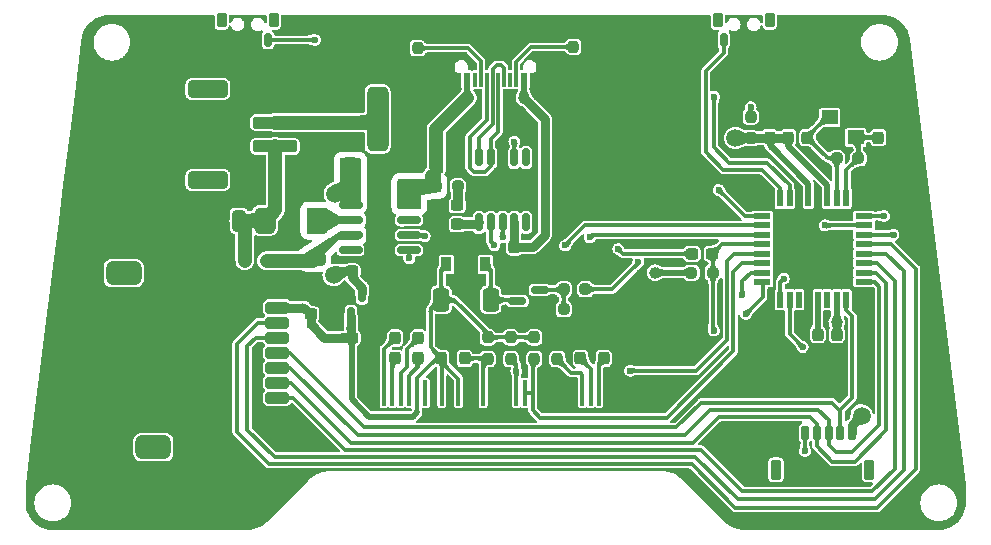
<source format=gbr>
%TF.GenerationSoftware,KiCad,Pcbnew,(6.0.5)*%
%TF.CreationDate,2023-01-30T15:53:00+08:00*%
%TF.ProjectId,Mini_Remoter,4d696e69-5f52-4656-9d6f-7465722e6b69,rev?*%
%TF.SameCoordinates,Original*%
%TF.FileFunction,Copper,L2,Bot*%
%TF.FilePolarity,Positive*%
%FSLAX46Y46*%
G04 Gerber Fmt 4.6, Leading zero omitted, Abs format (unit mm)*
G04 Created by KiCad (PCBNEW (6.0.5)) date 2023-01-30 15:53:00*
%MOMM*%
%LPD*%
G01*
G04 APERTURE LIST*
G04 Aperture macros list*
%AMRoundRect*
0 Rectangle with rounded corners*
0 $1 Rounding radius*
0 $2 $3 $4 $5 $6 $7 $8 $9 X,Y pos of 4 corners*
0 Add a 4 corners polygon primitive as box body*
4,1,4,$2,$3,$4,$5,$6,$7,$8,$9,$2,$3,0*
0 Add four circle primitives for the rounded corners*
1,1,$1+$1,$2,$3*
1,1,$1+$1,$4,$5*
1,1,$1+$1,$6,$7*
1,1,$1+$1,$8,$9*
0 Add four rect primitives between the rounded corners*
20,1,$1+$1,$2,$3,$4,$5,0*
20,1,$1+$1,$4,$5,$6,$7,0*
20,1,$1+$1,$6,$7,$8,$9,0*
20,1,$1+$1,$8,$9,$2,$3,0*%
G04 Aperture macros list end*
%TA.AperFunction,SMDPad,CuDef*%
%ADD10R,0.500000X1.400000*%
%TD*%
%TA.AperFunction,SMDPad,CuDef*%
%ADD11R,1.400000X0.500000*%
%TD*%
%TA.AperFunction,SMDPad,CuDef*%
%ADD12RoundRect,0.250000X0.325000X1.100000X-0.325000X1.100000X-0.325000X-1.100000X0.325000X-1.100000X0*%
%TD*%
%TA.AperFunction,SMDPad,CuDef*%
%ADD13R,1.400000X1.200000*%
%TD*%
%TA.AperFunction,ComponentPad*%
%ADD14O,1.000000X2.100000*%
%TD*%
%TA.AperFunction,ComponentPad*%
%ADD15O,1.000000X1.600000*%
%TD*%
%TA.AperFunction,SMDPad,CuDef*%
%ADD16R,0.600000X1.150000*%
%TD*%
%TA.AperFunction,SMDPad,CuDef*%
%ADD17R,0.300000X1.150000*%
%TD*%
%TA.AperFunction,SMDPad,CuDef*%
%ADD18RoundRect,0.600000X-0.800000X0.600000X-0.800000X-0.600000X0.800000X-0.600000X0.800000X0.600000X0*%
%TD*%
%TA.AperFunction,SMDPad,CuDef*%
%ADD19RoundRect,0.150000X-0.150000X0.600000X-0.150000X-0.600000X0.150000X-0.600000X0.150000X0.600000X0*%
%TD*%
%TA.AperFunction,SMDPad,CuDef*%
%ADD20RoundRect,0.500000X-1.000000X0.500000X-1.000000X-0.500000X1.000000X-0.500000X1.000000X0.500000X0*%
%TD*%
%TA.AperFunction,SMDPad,CuDef*%
%ADD21RoundRect,0.250000X-0.750000X0.250000X-0.750000X-0.250000X0.750000X-0.250000X0.750000X0.250000X0*%
%TD*%
%TA.AperFunction,SMDPad,CuDef*%
%ADD22R,2.300000X2.300000*%
%TD*%
%TA.AperFunction,SMDPad,CuDef*%
%ADD23RoundRect,0.150000X0.825000X0.150000X-0.825000X0.150000X-0.825000X-0.150000X0.825000X-0.150000X0*%
%TD*%
%TA.AperFunction,SMDPad,CuDef*%
%ADD24RoundRect,0.087500X-0.087500X-1.012500X0.087500X-1.012500X0.087500X1.012500X-0.087500X1.012500X0*%
%TD*%
%TA.AperFunction,SMDPad,CuDef*%
%ADD25RoundRect,0.150000X0.150000X-0.587500X0.150000X0.587500X-0.150000X0.587500X-0.150000X-0.587500X0*%
%TD*%
%TA.AperFunction,ComponentPad*%
%ADD26RoundRect,0.450000X-0.450000X-2.300000X0.450000X-2.300000X0.450000X2.300000X-0.450000X2.300000X0*%
%TD*%
%TA.AperFunction,SMDPad,CuDef*%
%ADD27RoundRect,0.150000X0.150000X0.450000X-0.150000X0.450000X-0.150000X-0.450000X0.150000X-0.450000X0*%
%TD*%
%TA.AperFunction,SMDPad,CuDef*%
%ADD28RoundRect,0.200000X0.200000X0.425000X-0.200000X0.425000X-0.200000X-0.425000X0.200000X-0.425000X0*%
%TD*%
%TA.AperFunction,SMDPad,CuDef*%
%ADD29RoundRect,0.237500X0.250000X0.237500X-0.250000X0.237500X-0.250000X-0.237500X0.250000X-0.237500X0*%
%TD*%
%TA.AperFunction,SMDPad,CuDef*%
%ADD30RoundRect,0.237500X-0.250000X-0.237500X0.250000X-0.237500X0.250000X0.237500X-0.250000X0.237500X0*%
%TD*%
%TA.AperFunction,SMDPad,CuDef*%
%ADD31RoundRect,0.237500X0.237500X-0.250000X0.237500X0.250000X-0.237500X0.250000X-0.237500X-0.250000X0*%
%TD*%
%TA.AperFunction,SMDPad,CuDef*%
%ADD32RoundRect,0.237500X-0.237500X0.250000X-0.237500X-0.250000X0.237500X-0.250000X0.237500X0.250000X0*%
%TD*%
%TA.AperFunction,SMDPad,CuDef*%
%ADD33RoundRect,0.150000X0.587500X0.150000X-0.587500X0.150000X-0.587500X-0.150000X0.587500X-0.150000X0*%
%TD*%
%TA.AperFunction,SMDPad,CuDef*%
%ADD34RoundRect,0.450000X0.450000X0.650000X-0.450000X0.650000X-0.450000X-0.650000X0.450000X-0.650000X0*%
%TD*%
%TA.AperFunction,SMDPad,CuDef*%
%ADD35RoundRect,0.150000X0.150000X0.475000X-0.150000X0.475000X-0.150000X-0.475000X0.150000X-0.475000X0*%
%TD*%
%TA.AperFunction,SMDPad,CuDef*%
%ADD36RoundRect,0.225000X0.225000X0.625000X-0.225000X0.625000X-0.225000X-0.625000X0.225000X-0.625000X0*%
%TD*%
%TA.AperFunction,SMDPad,CuDef*%
%ADD37RoundRect,0.250000X-1.650000X0.250000X-1.650000X-0.250000X1.650000X-0.250000X1.650000X0.250000X0*%
%TD*%
%TA.AperFunction,SMDPad,CuDef*%
%ADD38RoundRect,0.375000X-1.325000X0.375000X-1.325000X-0.375000X1.325000X-0.375000X1.325000X0.375000X0*%
%TD*%
%TA.AperFunction,SMDPad,CuDef*%
%ADD39R,0.900000X1.200000*%
%TD*%
%TA.AperFunction,SMDPad,CuDef*%
%ADD40RoundRect,0.237500X0.237500X-0.300000X0.237500X0.300000X-0.237500X0.300000X-0.237500X-0.300000X0*%
%TD*%
%TA.AperFunction,SMDPad,CuDef*%
%ADD41RoundRect,0.237500X-0.300000X-0.237500X0.300000X-0.237500X0.300000X0.237500X-0.300000X0.237500X0*%
%TD*%
%TA.AperFunction,SMDPad,CuDef*%
%ADD42RoundRect,0.237500X-0.237500X0.300000X-0.237500X-0.300000X0.237500X-0.300000X0.237500X0.300000X0*%
%TD*%
%TA.AperFunction,SMDPad,CuDef*%
%ADD43RoundRect,0.250000X0.325000X0.650000X-0.325000X0.650000X-0.325000X-0.650000X0.325000X-0.650000X0*%
%TD*%
%TA.AperFunction,SMDPad,CuDef*%
%ADD44RoundRect,0.250000X-0.650000X0.325000X-0.650000X-0.325000X0.650000X-0.325000X0.650000X0.325000X0*%
%TD*%
%TA.AperFunction,SMDPad,CuDef*%
%ADD45RoundRect,0.237500X0.300000X0.237500X-0.300000X0.237500X-0.300000X-0.237500X0.300000X-0.237500X0*%
%TD*%
%TA.AperFunction,SMDPad,CuDef*%
%ADD46RoundRect,0.350000X-0.350000X-0.650000X0.350000X-0.650000X0.350000X0.650000X-0.350000X0.650000X0*%
%TD*%
%TA.AperFunction,ViaPad*%
%ADD47C,0.600000*%
%TD*%
%TA.AperFunction,ViaPad*%
%ADD48C,1.500000*%
%TD*%
%TA.AperFunction,ViaPad*%
%ADD49C,1.000000*%
%TD*%
%TA.AperFunction,Conductor*%
%ADD50C,0.350000*%
%TD*%
%TA.AperFunction,Conductor*%
%ADD51C,0.500000*%
%TD*%
%TA.AperFunction,Conductor*%
%ADD52C,0.750000*%
%TD*%
%TA.AperFunction,Conductor*%
%ADD53C,1.200000*%
%TD*%
%TA.AperFunction,Conductor*%
%ADD54C,0.300000*%
%TD*%
G04 APERTURE END LIST*
D10*
%TO.P,U5,1,PD3*%
%TO.N,/PD3*%
X124300000Y-97900000D03*
%TO.P,U5,2,PD4*%
%TO.N,/LED*%
X125100000Y-97900000D03*
%TO.P,U5,3,GND*%
%TO.N,GND*%
X125900000Y-97900000D03*
%TO.P,U5,4,VCC*%
%TO.N,+5V*%
X126700000Y-97900000D03*
%TO.P,U5,5,GND*%
%TO.N,GND*%
X127500000Y-97900000D03*
%TO.P,U5,6,VCC*%
%TO.N,+5V*%
X128300000Y-97900000D03*
%TO.P,U5,7,XTAL1/PB6*%
%TO.N,Net-(C24-Pad1)*%
X129100000Y-97900000D03*
%TO.P,U5,8,XTAL2/PB7*%
%TO.N,Net-(C25-Pad1)*%
X129900000Y-97900000D03*
D11*
%TO.P,U5,9,PD5*%
%TO.N,/KEY_A*%
X131400000Y-99400000D03*
%TO.P,U5,10,PD6*%
%TO.N,/BUZZ*%
X131400000Y-100200000D03*
%TO.P,U5,11,PD7*%
%TO.N,/PD7*%
X131400000Y-101000000D03*
%TO.P,U5,12,PB0*%
%TO.N,/PB0*%
X131400000Y-101800000D03*
%TO.P,U5,13,PB1*%
%TO.N,/PB1*%
X131400000Y-102600000D03*
%TO.P,U5,14,PB2*%
%TO.N,/RF24_IRQ*%
X131400000Y-103400000D03*
%TO.P,U5,15,PB3*%
%TO.N,/MOSI*%
X131400000Y-104200000D03*
%TO.P,U5,16,PB4*%
%TO.N,/MISO*%
X131400000Y-105000000D03*
D10*
%TO.P,U5,17,PB5*%
%TO.N,/RF24_SCK*%
X129900000Y-106500000D03*
%TO.P,U5,18,AVCC*%
%TO.N,+5V*%
X129100000Y-106500000D03*
%TO.P,U5,19,ADC6*%
%TO.N,unconnected-(U5-Pad19)*%
X128300000Y-106500000D03*
%TO.P,U5,20,AREF*%
%TO.N,Net-(C18-Pad2)*%
X127500000Y-106500000D03*
%TO.P,U5,21,GND*%
%TO.N,GND*%
X126700000Y-106500000D03*
%TO.P,U5,22,ADC7*%
%TO.N,unconnected-(U5-Pad22)*%
X125900000Y-106500000D03*
%TO.P,U5,23,PC0*%
%TO.N,/A0*%
X125100000Y-106500000D03*
%TO.P,U5,24,PC1*%
%TO.N,/A1*%
X124300000Y-106500000D03*
D11*
%TO.P,U5,25,PC2*%
%TO.N,/A2*%
X122800000Y-105000000D03*
%TO.P,U5,26,PC3*%
%TO.N,/A3*%
X122800000Y-104200000D03*
%TO.P,U5,27,PC4*%
%TO.N,/A4*%
X122800000Y-103400000D03*
%TO.P,U5,28,PC5*%
%TO.N,/A5*%
X122800000Y-102600000D03*
%TO.P,U5,29,~{RESET}/PC6*%
%TO.N,/RESET*%
X122800000Y-101800000D03*
%TO.P,U5,30,PD0*%
%TO.N,/RXD*%
X122800000Y-101000000D03*
%TO.P,U5,31,PD1*%
%TO.N,/TXD*%
X122800000Y-100200000D03*
%TO.P,U5,32,PD2*%
%TO.N,/LEFT_CH*%
X122800000Y-99400000D03*
%TD*%
D12*
%TO.P,C14,2*%
%TO.N,GND*%
X84925000Y-95800000D03*
%TO.P,C14,1*%
%TO.N,+5V*%
X87875000Y-95800000D03*
%TD*%
D13*
%TO.P,Y1,4,4*%
%TO.N,GND*%
X130700000Y-91050000D03*
%TO.P,Y1,3,3*%
%TO.N,Net-(C24-Pad1)*%
X128500000Y-91050000D03*
%TO.P,Y1,2,2*%
%TO.N,GND*%
X128500000Y-92750000D03*
%TO.P,Y1,1,1*%
%TO.N,Net-(C25-Pad1)*%
X130700000Y-92750000D03*
%TD*%
D14*
%TO.P,USB1,1,SHELL*%
%TO.N,GND*%
X95880000Y-87295000D03*
D15*
%TO.P,USB1,2,SHELL*%
X95880000Y-83115000D03*
D14*
%TO.P,USB1,3,SHELL*%
X104520000Y-87295000D03*
D15*
%TO.P,USB1,4,SHELL*%
X104520000Y-83115000D03*
D16*
%TO.P,USB1,A1B12,GND*%
X97000000Y-87860000D03*
%TO.P,USB1,A4B9,VBUS*%
%TO.N,VBUS*%
X97800000Y-87860000D03*
D17*
%TO.P,USB1,A5,CC1*%
%TO.N,Net-(R11-Pad1)*%
X98950000Y-87860000D03*
%TO.P,USB1,A6,DP1*%
%TO.N,/D_P*%
X99950000Y-87860000D03*
%TO.P,USB1,A7,DN1*%
%TO.N,/D_N*%
X100450000Y-87860000D03*
%TO.P,USB1,A8,SBU1*%
%TO.N,unconnected-(USB1-PadA8)*%
X98450000Y-87860000D03*
D16*
%TO.P,USB1,B1A12,GND*%
%TO.N,GND*%
X103400000Y-87860000D03*
%TO.P,USB1,B4A9,VBUS*%
%TO.N,VBUS*%
X102600000Y-87860000D03*
D17*
%TO.P,USB1,B5,CC2*%
%TO.N,Net-(R12-Pad2)*%
X101950000Y-87860000D03*
%TO.P,USB1,B6,DP2*%
%TO.N,/D_P*%
X100950000Y-87860000D03*
%TO.P,USB1,B7,DN2*%
%TO.N,/D_N*%
X99450000Y-87860000D03*
%TO.P,USB1,B8,SBU2*%
%TO.N,unconnected-(USB1-PadB8)*%
X101450000Y-87860000D03*
%TD*%
D18*
%TO.P,U6,11,EP*%
%TO.N,GND*%
X100800000Y-97200000D03*
D19*
%TO.P,U6,10,V3*%
%TO.N,Net-(C22-Pad2)*%
X98800000Y-99950000D03*
%TO.P,U6,9,RXD*%
%TO.N,/TXD*%
X99800000Y-99950000D03*
%TO.P,U6,8,TXD*%
%TO.N,/RXD*%
X100800000Y-99950000D03*
%TO.P,U6,7,VCC*%
%TO.N,VBUS*%
X101800000Y-99950000D03*
%TO.P,U6,6,RTS#*%
%TO.N,unconnected-(U6-Pad6)*%
X102800000Y-99950000D03*
%TO.P,U6,5,CTS#*%
%TO.N,unconnected-(U6-Pad5)*%
X102800000Y-94450000D03*
%TO.P,U6,4,DTR#*%
%TO.N,/DTR*%
X101800000Y-94450000D03*
%TO.P,U6,3,GND*%
%TO.N,GND*%
X100800000Y-94450000D03*
%TO.P,U6,2,UD-*%
%TO.N,/D_N*%
X99800000Y-94450000D03*
%TO.P,U6,1,UD+*%
%TO.N,/D_P*%
X98800000Y-94450000D03*
%TD*%
D20*
%TO.P,U4,MP*%
%TO.N,N/C*%
X68728000Y-104234000D03*
X71228000Y-118966000D03*
D21*
%TO.P,U4,8,GND*%
%TO.N,GND*%
X81728000Y-116045000D03*
%TO.P,U4,7,IRQ*%
%TO.N,/RF24_IRQ*%
X81728000Y-114775000D03*
%TO.P,U4,6,MISO*%
%TO.N,/MOSI*%
X81728000Y-113505000D03*
%TO.P,U4,5,MOSI*%
%TO.N,/MISO*%
X81728000Y-112235000D03*
%TO.P,U4,4,SCK*%
%TO.N,/RF24_SCK*%
X81728000Y-110965000D03*
%TO.P,U4,3,CSN*%
%TO.N,/PB1*%
X81728000Y-109695000D03*
%TO.P,U4,2,CE*%
%TO.N,/PB0*%
X81728000Y-108425000D03*
%TO.P,U4,1,VCC*%
%TO.N,+3V3*%
X81728000Y-107155000D03*
%TD*%
D22*
%TO.P,U3,9,PAD*%
%TO.N,GND*%
X90400000Y-100400000D03*
D23*
%TO.P,U3,8,VOUT*%
%TO.N,+5V*%
X87925000Y-98495000D03*
%TO.P,U3,7,SW*%
%TO.N,Net-(L1-Pad1)*%
X87925000Y-99765000D03*
%TO.P,U3,6,BAT*%
%TO.N,Net-(C11-Pad1)*%
X87925000Y-101035000D03*
%TO.P,U3,5,KEY*%
%TO.N,/KEY*%
X87925000Y-102305000D03*
%TO.P,U3,4,LED3*%
%TO.N,Net-(D1-Pad1)*%
X92875000Y-102305000D03*
%TO.P,U3,3,LED2*%
%TO.N,Net-(D3-Pad2)*%
X92875000Y-101035000D03*
%TO.P,U3,2,LED1*%
%TO.N,Net-(D1-Pad2)*%
X92875000Y-99765000D03*
%TO.P,U3,1,VIN*%
%TO.N,VBUS*%
X92875000Y-98495000D03*
%TD*%
D24*
%TO.P,U2,1,NC*%
%TO.N,GND*%
X90065000Y-114385000D03*
%TO.P,U2,2,C2P*%
%TO.N,Net-(C5-Pad2)*%
X90765000Y-114385000D03*
%TO.P,U2,3,C2N*%
%TO.N,Net-(C5-Pad1)*%
X91465000Y-114385000D03*
%TO.P,U2,4,C1P*%
%TO.N,Net-(C7-Pad2)*%
X92165000Y-114385000D03*
%TO.P,U2,5,C1N*%
%TO.N,Net-(C7-Pad1)*%
X92865000Y-114385000D03*
%TO.P,U2,6,VBAT*%
%TO.N,+3V3*%
X93565000Y-114385000D03*
%TO.P,U2,7,NC*%
%TO.N,unconnected-(U2-Pad7)*%
X94265000Y-114385000D03*
%TO.P,U2,8,VSS*%
%TO.N,GND*%
X94965000Y-114385000D03*
%TO.P,U2,9,VDD*%
%TO.N,+3V3*%
X95665000Y-114385000D03*
%TO.P,U2,10,BS0*%
%TO.N,GND*%
X96365000Y-114385000D03*
%TO.P,U2,11,BS1*%
%TO.N,+3V3*%
X97065000Y-114385000D03*
%TO.P,U2,12,BS2*%
%TO.N,GND*%
X97765000Y-114385000D03*
%TO.P,U2,13,CS#*%
X98465000Y-114385000D03*
%TO.P,U2,14,RES#*%
%TO.N,/OLED_RES*%
X99165000Y-114385000D03*
%TO.P,U2,15,DC*%
%TO.N,GND*%
X99865000Y-114385000D03*
%TO.P,U2,16,R/W#*%
X100565000Y-114385000D03*
%TO.P,U2,17,E/RD#*%
X101265000Y-114385000D03*
%TO.P,U2,18,D0*%
%TO.N,/A5*%
X101965000Y-114385000D03*
%TO.P,U2,19,D1*%
%TO.N,/A4*%
X102665000Y-114385000D03*
%TO.P,U2,20,D2*%
X103365000Y-114385000D03*
%TO.P,U2,21,D3*%
%TO.N,GND*%
X104065000Y-114385000D03*
%TO.P,U2,22,D4*%
X104765000Y-114385000D03*
%TO.P,U2,23,D5*%
X105465000Y-114385000D03*
%TO.P,U2,24,D6*%
X106165000Y-114385000D03*
%TO.P,U2,25,D7*%
X106865000Y-114385000D03*
%TO.P,U2,26,IREF*%
%TO.N,Net-(R3-Pad2)*%
X107565000Y-114385000D03*
%TO.P,U2,27,VCOMH*%
%TO.N,Net-(C9-Pad2)*%
X108265000Y-114385000D03*
%TO.P,U2,28,VCC*%
%TO.N,Net-(C10-Pad2)*%
X108965000Y-114385000D03*
%TO.P,U2,29,VLSS*%
%TO.N,GND*%
X109665000Y-114385000D03*
%TO.P,U2,30,NC*%
X110365000Y-114385000D03*
%TD*%
D25*
%TO.P,U1,1,GND*%
%TO.N,GND*%
X89850000Y-107837500D03*
%TO.P,U1,2,VO*%
%TO.N,+3V3*%
X87950000Y-107837500D03*
%TO.P,U1,3,VI*%
%TO.N,+5V*%
X88900000Y-105962500D03*
%TD*%
D26*
%TO.P,SW5,2,B*%
%TO.N,GND*%
X110215000Y-91185000D03*
%TO.P,SW5,1,A*%
%TO.N,Net-(J1-Pad1)*%
X90215000Y-91185000D03*
%TD*%
D27*
%TO.P,SW2,1,A*%
%TO.N,GND*%
X122915000Y-84485000D03*
%TO.P,SW2,2,B*%
%TO.N,/PD3*%
X119515000Y-84485000D03*
D28*
%TO.P,SW2,3*%
%TO.N,N/C*%
X123415000Y-82810000D03*
%TO.P,SW2,4*%
X119015000Y-82810000D03*
%TD*%
D27*
%TO.P,SW1,1,A*%
%TO.N,/LEFT_CH*%
X80915000Y-84485000D03*
%TO.P,SW1,2,B*%
%TO.N,GND*%
X77515000Y-84485000D03*
D28*
%TO.P,SW1,3*%
%TO.N,N/C*%
X81415000Y-82810000D03*
%TO.P,SW1,4*%
X77015000Y-82810000D03*
%TD*%
D29*
%TO.P,R14,2*%
%TO.N,+5V*%
X116787500Y-104200000D03*
%TO.P,R14,1*%
%TO.N,/RESET*%
X118612500Y-104200000D03*
%TD*%
D30*
%TO.P,R13,2*%
%TO.N,Net-(C25-Pad1)*%
X130925000Y-94500000D03*
%TO.P,R13,1*%
%TO.N,Net-(C24-Pad1)*%
X129100000Y-94500000D03*
%TD*%
D31*
%TO.P,R12,1*%
%TO.N,GND*%
X106800000Y-86912500D03*
%TO.P,R12,2*%
%TO.N,Net-(R12-Pad2)*%
X106800000Y-85087500D03*
%TD*%
D32*
%TO.P,R11,1*%
%TO.N,Net-(R11-Pad1)*%
X93600000Y-85187500D03*
%TO.P,R11,2*%
%TO.N,GND*%
X93600000Y-87012500D03*
%TD*%
D29*
%TO.P,R10,1*%
%TO.N,GND*%
X107812500Y-107300000D03*
%TO.P,R10,2*%
%TO.N,Net-(Q1-Pad1)*%
X105987500Y-107300000D03*
%TD*%
%TO.P,R9,1*%
%TO.N,/BUZZ*%
X107812500Y-105600000D03*
%TO.P,R9,2*%
%TO.N,Net-(Q1-Pad1)*%
X105987500Y-105600000D03*
%TD*%
D31*
%TO.P,R7,2*%
%TO.N,Net-(D5-Pad2)*%
X121800000Y-90987500D03*
%TO.P,R7,1*%
%TO.N,+5V*%
X121800000Y-92812500D03*
%TD*%
D30*
%TO.P,R6,2*%
%TO.N,Net-(C11-Pad1)*%
X80812500Y-103200000D03*
%TO.P,R6,1*%
%TO.N,+BATT*%
X78987500Y-103200000D03*
%TD*%
D32*
%TO.P,R5,1*%
%TO.N,+3V3*%
X101510555Y-109680500D03*
%TO.P,R5,2*%
%TO.N,/A5*%
X101510555Y-111505500D03*
%TD*%
%TO.P,R4,1*%
%TO.N,+3V3*%
X103472666Y-109680500D03*
%TO.P,R4,2*%
%TO.N,/A4*%
X103472666Y-111505500D03*
%TD*%
%TO.P,R3,1*%
%TO.N,GND*%
X105434777Y-109680500D03*
%TO.P,R3,2*%
%TO.N,Net-(R3-Pad2)*%
X105434777Y-111505500D03*
%TD*%
D29*
%TO.P,R2,2*%
%TO.N,VBUS*%
X95187500Y-96900000D03*
%TO.P,R2,1*%
%TO.N,Net-(C3-Pad2)*%
X97012500Y-96900000D03*
%TD*%
D32*
%TO.P,R1,1*%
%TO.N,+3V3*%
X99548444Y-109680500D03*
%TO.P,R1,2*%
%TO.N,/OLED_RES*%
X99548444Y-111505500D03*
%TD*%
D33*
%TO.P,Q1,1,B*%
%TO.N,Net-(Q1-Pad1)*%
X103937500Y-105650000D03*
%TO.P,Q1,2,E*%
%TO.N,GND*%
X103937500Y-107550000D03*
%TO.P,Q1,3,C*%
%TO.N,Net-(BZ1-Pad2)*%
X102062500Y-106600000D03*
%TD*%
D34*
%TO.P,L1,2,2*%
%TO.N,+BATT*%
X80650000Y-99800000D03*
%TO.P,L1,1,1*%
%TO.N,Net-(L1-Pad1)*%
X85150000Y-99800000D03*
%TD*%
D35*
%TO.P,J4,1,Pin_1*%
%TO.N,+5V*%
X130400000Y-117775000D03*
%TO.P,J4,2,Pin_2*%
%TO.N,/RF24_SCK*%
X129400000Y-117775000D03*
%TO.P,J4,3,Pin_3*%
%TO.N,/MISO*%
X128400000Y-117775000D03*
%TO.P,J4,4,Pin_4*%
%TO.N,/MOSI*%
X127400000Y-117775000D03*
%TO.P,J4,5,Pin_5*%
%TO.N,/RESET*%
X126400000Y-117775000D03*
%TO.P,J4,6,Pin_6*%
%TO.N,GND*%
X125400000Y-117775000D03*
D36*
%TO.P,J4,MP*%
%TO.N,N/C*%
X123950000Y-120900000D03*
X131850000Y-120900000D03*
%TD*%
D37*
%TO.P,J1,2,Pin_2*%
%TO.N,+BATT*%
X81550000Y-93500000D03*
%TO.P,J1,1,Pin_1*%
%TO.N,Net-(J1-Pad1)*%
X81550000Y-91500000D03*
D38*
%TO.P,J1,0*%
%TO.N,N/C*%
X75850000Y-96350000D03*
X75850000Y-88650000D03*
%TD*%
D39*
%TO.P,D7,1,K*%
%TO.N,+3V3*%
X96050000Y-103500000D03*
%TO.P,D7,2,A*%
%TO.N,Net-(BZ1-Pad2)*%
X99350000Y-103500000D03*
%TD*%
D40*
%TO.P,C26,2*%
%TO.N,GND*%
X125000000Y-91037500D03*
%TO.P,C26,1*%
%TO.N,+5V*%
X125000000Y-92762500D03*
%TD*%
%TO.P,C25,2*%
%TO.N,GND*%
X132600000Y-91037500D03*
%TO.P,C25,1*%
%TO.N,Net-(C25-Pad1)*%
X132600000Y-92762500D03*
%TD*%
%TO.P,C24,2*%
%TO.N,GND*%
X126600000Y-91037500D03*
%TO.P,C24,1*%
%TO.N,Net-(C24-Pad1)*%
X126600000Y-92762500D03*
%TD*%
%TO.P,C23,2*%
%TO.N,GND*%
X123400000Y-91037500D03*
%TO.P,C23,1*%
%TO.N,+5V*%
X123400000Y-92762500D03*
%TD*%
D41*
%TO.P,C22,2*%
%TO.N,Net-(C22-Pad2)*%
X96962500Y-100100000D03*
%TO.P,C22,1*%
%TO.N,GND*%
X95237500Y-100100000D03*
%TD*%
D40*
%TO.P,C21,2*%
%TO.N,VBUS*%
X101800000Y-102037500D03*
%TO.P,C21,1*%
%TO.N,GND*%
X101800000Y-103762500D03*
%TD*%
D42*
%TO.P,C20,2*%
%TO.N,GND*%
X129100000Y-111162500D03*
%TO.P,C20,1*%
%TO.N,+5V*%
X129100000Y-109437500D03*
%TD*%
D41*
%TO.P,C19,2*%
%TO.N,/RESET*%
X118562500Y-102600000D03*
%TO.P,C19,1*%
%TO.N,/DTR*%
X116837500Y-102600000D03*
%TD*%
D40*
%TO.P,C18,2*%
%TO.N,Net-(C18-Pad2)*%
X127500000Y-109437500D03*
%TO.P,C18,1*%
%TO.N,GND*%
X127500000Y-111162500D03*
%TD*%
D43*
%TO.P,C13,2*%
%TO.N,GND*%
X75525000Y-99800000D03*
%TO.P,C13,1*%
%TO.N,+BATT*%
X78475000Y-99800000D03*
%TD*%
D42*
%TO.P,C12,1*%
%TO.N,GND*%
X95624222Y-109730500D03*
%TO.P,C12,2*%
%TO.N,+3V3*%
X95624222Y-111455500D03*
%TD*%
D44*
%TO.P,C11,2*%
%TO.N,GND*%
X84900000Y-105975000D03*
%TO.P,C11,1*%
%TO.N,Net-(C11-Pad1)*%
X84900000Y-103025000D03*
%TD*%
D42*
%TO.P,C10,1*%
%TO.N,GND*%
X109359000Y-109730500D03*
%TO.P,C10,2*%
%TO.N,Net-(C10-Pad2)*%
X109359000Y-111455500D03*
%TD*%
%TO.P,C9,1*%
%TO.N,GND*%
X107396888Y-109730500D03*
%TO.P,C9,2*%
%TO.N,Net-(C9-Pad2)*%
X107396888Y-111455500D03*
%TD*%
D41*
%TO.P,C8,1*%
%TO.N,+3V3*%
X84537500Y-107700000D03*
%TO.P,C8,2*%
%TO.N,GND*%
X86262500Y-107700000D03*
%TD*%
D40*
%TO.P,C7,1*%
%TO.N,Net-(C7-Pad1)*%
X93662111Y-111462500D03*
%TO.P,C7,2*%
%TO.N,Net-(C7-Pad2)*%
X93662111Y-109737500D03*
%TD*%
D41*
%TO.P,C6,1*%
%TO.N,+3V3*%
X88037500Y-109700000D03*
%TO.P,C6,2*%
%TO.N,GND*%
X89762500Y-109700000D03*
%TD*%
D40*
%TO.P,C5,1*%
%TO.N,Net-(C5-Pad1)*%
X91700000Y-111462500D03*
%TO.P,C5,2*%
%TO.N,Net-(C5-Pad2)*%
X91700000Y-109737500D03*
%TD*%
D45*
%TO.P,C4,2*%
%TO.N,VBUS*%
X95237500Y-95300000D03*
%TO.P,C4,1*%
%TO.N,GND*%
X96962500Y-95300000D03*
%TD*%
D41*
%TO.P,C3,2*%
%TO.N,Net-(C3-Pad2)*%
X96962500Y-98500000D03*
%TO.P,C3,1*%
%TO.N,GND*%
X95237500Y-98500000D03*
%TD*%
D40*
%TO.P,C2,1*%
%TO.N,/OLED_RES*%
X97586333Y-111455500D03*
%TO.P,C2,2*%
%TO.N,GND*%
X97586333Y-109730500D03*
%TD*%
D41*
%TO.P,C1,1*%
%TO.N,+5V*%
X88037500Y-104100000D03*
%TO.P,C1,2*%
%TO.N,GND*%
X89762500Y-104100000D03*
%TD*%
D46*
%TO.P,BZ1,1,-*%
%TO.N,+3V3*%
X95600000Y-106500000D03*
%TO.P,BZ1,2,+*%
%TO.N,Net-(BZ1-Pad2)*%
X99800000Y-106500000D03*
%TD*%
D47*
%TO.N,GND*%
X72700000Y-97300000D03*
X72600000Y-95200000D03*
X71500000Y-96100000D03*
X70500000Y-95100000D03*
X70500000Y-97300000D03*
X72600000Y-94200000D03*
X70600000Y-96200000D03*
X72600000Y-96300000D03*
X71500000Y-95000000D03*
X71500000Y-93800000D03*
X70700000Y-93900000D03*
X71500000Y-97300000D03*
X73700000Y-101500000D03*
X73800000Y-102500000D03*
X72600000Y-99000000D03*
X72600000Y-101300000D03*
X71600000Y-102500000D03*
X71600000Y-100300000D03*
X73700000Y-99400000D03*
X72600000Y-100200000D03*
X72600000Y-102500000D03*
X71700000Y-101400000D03*
X71800000Y-99100000D03*
X73700000Y-100400000D03*
X102200000Y-90600000D03*
X101300000Y-90400000D03*
X98500000Y-90600000D03*
X80100000Y-115200000D03*
X88200000Y-87000000D03*
X86500000Y-87300000D03*
X89400000Y-87000000D03*
X88400000Y-86000000D03*
X87200000Y-86700000D03*
X86000000Y-86600000D03*
X87300000Y-85600000D03*
X86200000Y-85600000D03*
X85000000Y-85600000D03*
X83800000Y-85600000D03*
X84300000Y-86600000D03*
X85100000Y-87200000D03*
X85400000Y-88100000D03*
X86400000Y-88200000D03*
X87400000Y-88200000D03*
X88400000Y-88200000D03*
X88400000Y-89100000D03*
X87400000Y-89200000D03*
X86400000Y-89100000D03*
X85400000Y-89200000D03*
X85500000Y-90000000D03*
X86500000Y-90000000D03*
X87400000Y-90000000D03*
X88300000Y-90000000D03*
X92100000Y-89700000D03*
X92100000Y-90800000D03*
X93200000Y-90900000D03*
X93800000Y-91800000D03*
X92900000Y-91800000D03*
X92000000Y-91800000D03*
X92000000Y-92700000D03*
X93000000Y-92700000D03*
X93900000Y-92700000D03*
X93900000Y-93600000D03*
X93000000Y-93600000D03*
X92000000Y-93600000D03*
X92800000Y-94500000D03*
X93800000Y-94500000D03*
X93200000Y-95300000D03*
X92300000Y-95300000D03*
X91700000Y-94600000D03*
X91100000Y-95400000D03*
X90500000Y-94700000D03*
X94600000Y-99300000D03*
X95900000Y-99300000D03*
X102700000Y-98000000D03*
X102700000Y-97200000D03*
X102700000Y-96400000D03*
X98900000Y-97200000D03*
X98900000Y-98000000D03*
X107700000Y-98000000D03*
X107000000Y-97300000D03*
X106300000Y-96500000D03*
X105700000Y-95900000D03*
X101300000Y-92300000D03*
X102800000Y-92900000D03*
X100800000Y-93200000D03*
X97200000Y-94300000D03*
X96400000Y-94300000D03*
X97200000Y-93500000D03*
X97200000Y-92600000D03*
X96400000Y-93500000D03*
X96400000Y-92600000D03*
X101700000Y-97200000D03*
X100800000Y-97200000D03*
X101700000Y-98000000D03*
X100800000Y-98000000D03*
X99900000Y-98000000D03*
X99900000Y-97200000D03*
X101700000Y-96400000D03*
X100800000Y-96400000D03*
X99900000Y-96400000D03*
X94600000Y-102900000D03*
X94600000Y-102100000D03*
X95400000Y-101700000D03*
X96300000Y-101700000D03*
X97100000Y-101700000D03*
X98000000Y-101700000D03*
X98800000Y-101700000D03*
X89900000Y-106700000D03*
X89100000Y-108700000D03*
X93400000Y-108500000D03*
X92500000Y-108500000D03*
X91600000Y-108500000D03*
X90700000Y-108600000D03*
X111200000Y-113400000D03*
X111000000Y-115600000D03*
X123800000Y-107800000D03*
X123100000Y-107300000D03*
X117600000Y-105500000D03*
X116700000Y-105500000D03*
X115800000Y-105500000D03*
X115000000Y-105500000D03*
X114200000Y-105500000D03*
X113400000Y-105500000D03*
X112500000Y-105500000D03*
X111600000Y-105500000D03*
X102600000Y-105400000D03*
X101800000Y-105400000D03*
X101000000Y-105400000D03*
X98500000Y-105400000D03*
X97700000Y-105400000D03*
X96900000Y-105400000D03*
X94100000Y-105400000D03*
X93200000Y-105400000D03*
X92400000Y-105400000D03*
X91600000Y-105000000D03*
X91300000Y-105700000D03*
X90700000Y-104900000D03*
X90700000Y-104100000D03*
X89800000Y-103200000D03*
X88900000Y-103200000D03*
X78400000Y-94700000D03*
X79300000Y-94700000D03*
X79300000Y-95600000D03*
X78400000Y-95600000D03*
X78400000Y-96400000D03*
X79300000Y-96400000D03*
X80100000Y-96400000D03*
X80100000Y-95600000D03*
X80100000Y-94700000D03*
X83100000Y-96400000D03*
X83100000Y-95500000D03*
X83200000Y-94700000D03*
X84000000Y-94600000D03*
X84000000Y-95500000D03*
X84000000Y-96300000D03*
X77000000Y-99600000D03*
X76600000Y-100400000D03*
X80400000Y-101700000D03*
X81400000Y-101700000D03*
X83200000Y-98600000D03*
X82700000Y-99300000D03*
X82400000Y-101000000D03*
X83300000Y-101000000D03*
X77600000Y-103000000D03*
X76600000Y-103000000D03*
X77600000Y-102200000D03*
X76600000Y-102200000D03*
X77600000Y-101300000D03*
X76600000Y-101300000D03*
X69900000Y-108700000D03*
X70600000Y-109900000D03*
X70800000Y-108700000D03*
X70800000Y-107400000D03*
X70800000Y-106000000D03*
X71800000Y-105000000D03*
X72000000Y-106200000D03*
X71800000Y-107400000D03*
X71900000Y-108500000D03*
X71800000Y-109600000D03*
X72800000Y-109600000D03*
X72800000Y-108400000D03*
X72800000Y-107300000D03*
X72800000Y-106100000D03*
X72800000Y-105100000D03*
X73900000Y-105300000D03*
X73900000Y-106500000D03*
X73900000Y-107500000D03*
X73900000Y-108600000D03*
X74000000Y-109600000D03*
X76500000Y-110100000D03*
X77600000Y-109000000D03*
X76700000Y-109300000D03*
X78300000Y-108100000D03*
X77400000Y-108200000D03*
X76600000Y-108400000D03*
X76600000Y-107500000D03*
X77400000Y-107300000D03*
X77400000Y-106400000D03*
X76500000Y-106500000D03*
X76500000Y-105500000D03*
X77500000Y-105500000D03*
X78300000Y-107300000D03*
X78300000Y-106300000D03*
X78300000Y-105400000D03*
X79200000Y-105300000D03*
X79200000Y-106200000D03*
X79300000Y-107100000D03*
X80100000Y-106300000D03*
X80200000Y-105300000D03*
X81100000Y-105800000D03*
X82000000Y-105800000D03*
X82800000Y-105800000D03*
X83600000Y-105400000D03*
X83600000Y-106200000D03*
X86100000Y-105800000D03*
X87000000Y-105800000D03*
X87800000Y-105800000D03*
X87000000Y-106700000D03*
X86100000Y-106700000D03*
X86900000Y-108600000D03*
X86000000Y-108600000D03*
X89400000Y-115000000D03*
X89000000Y-113300000D03*
X89900000Y-112500000D03*
X89000000Y-112500000D03*
X89900000Y-111700000D03*
X89000000Y-111700000D03*
X89900000Y-110900000D03*
X89000000Y-110900000D03*
X94900000Y-112900000D03*
X96600000Y-110400000D03*
X96600000Y-109500000D03*
X98400000Y-109300000D03*
X97200000Y-108600000D03*
X96400000Y-108600000D03*
X95600000Y-108600000D03*
X98400000Y-112700000D03*
X97500000Y-112600000D03*
X106500000Y-115700000D03*
X105200000Y-115700000D03*
X104400000Y-115700000D03*
X101000000Y-112600000D03*
X100000000Y-112600000D03*
X114400000Y-115400000D03*
X113500000Y-115500000D03*
X115400000Y-114400000D03*
X114400000Y-114500000D03*
X113500000Y-114600000D03*
X112500000Y-114500000D03*
X115500000Y-113600000D03*
X114600000Y-113600000D03*
X113800000Y-113600000D03*
X113000000Y-113600000D03*
X112100000Y-113600000D03*
X118000000Y-110200000D03*
X117300000Y-108700000D03*
X117200000Y-109500000D03*
X117000000Y-110500000D03*
X116900000Y-111500000D03*
X116000000Y-111500000D03*
X116100000Y-110400000D03*
X116200000Y-109600000D03*
X116200000Y-108700000D03*
X115100000Y-108700000D03*
X115000000Y-109600000D03*
X115000000Y-110500000D03*
X114800000Y-111500000D03*
X113900000Y-111500000D03*
X114000000Y-110400000D03*
X114000000Y-109500000D03*
X114000000Y-108600000D03*
X112900000Y-108600000D03*
X112900000Y-109400000D03*
X112900000Y-110400000D03*
X112800000Y-111400000D03*
X111900000Y-111300000D03*
X111900000Y-110300000D03*
X111900000Y-109400000D03*
X111900000Y-108500000D03*
X110900000Y-111200000D03*
X110900000Y-110300000D03*
X110900000Y-109400000D03*
X110900000Y-108500000D03*
X110000000Y-108500000D03*
X109100000Y-108500000D03*
X108200000Y-108500000D03*
X107300000Y-108500000D03*
X106500000Y-108500000D03*
X105600000Y-108500000D03*
X104800000Y-108500000D03*
X107100000Y-102300000D03*
X107900000Y-102300000D03*
X108700000Y-102300000D03*
X109500000Y-102300000D03*
X110300000Y-103100000D03*
X109500000Y-103100000D03*
X108700000Y-103100000D03*
X107900000Y-103100000D03*
X107100000Y-103100000D03*
X106300000Y-103100000D03*
X105500000Y-103100000D03*
X104700000Y-103100000D03*
X103900000Y-103100000D03*
X103100000Y-103100000D03*
X106400000Y-99900000D03*
X105500000Y-99900000D03*
X106300000Y-99100000D03*
X105400000Y-99000000D03*
X105400000Y-98200000D03*
X111500000Y-101800000D03*
X113900000Y-101800000D03*
X113100000Y-101800000D03*
X119600000Y-99300000D03*
X118800000Y-99300000D03*
X118000000Y-99300000D03*
X117200000Y-99300000D03*
X116400000Y-99300000D03*
X115600000Y-99300000D03*
X114800000Y-99300000D03*
X114000000Y-99300000D03*
X111800000Y-99000000D03*
X111000000Y-99000000D03*
X110100000Y-99000000D03*
X109200000Y-99000000D03*
X112300000Y-98200000D03*
X111400000Y-98200000D03*
X110500000Y-98200000D03*
X109600000Y-98200000D03*
X108700000Y-98200000D03*
X122700000Y-97300000D03*
X121600000Y-97300000D03*
X120700000Y-97300000D03*
X122000000Y-96400000D03*
X121100000Y-96400000D03*
X120200000Y-96400000D03*
X135000000Y-94400000D03*
X135000000Y-95300000D03*
X135000000Y-96200000D03*
X135000000Y-97000000D03*
X135000000Y-97900000D03*
X133200000Y-97900000D03*
X132300000Y-97000000D03*
X132300000Y-97900000D03*
X134100000Y-97000000D03*
X134100000Y-97900000D03*
X133200000Y-97000000D03*
X134100000Y-94400000D03*
X133200000Y-96200000D03*
X134100000Y-96200000D03*
X133200000Y-94400000D03*
X133200000Y-95300000D03*
X132300000Y-96200000D03*
X134100000Y-95300000D03*
X132300000Y-95300000D03*
X132300000Y-94400000D03*
X129700000Y-87700000D03*
X127900000Y-87700000D03*
X128800000Y-89500000D03*
X129700000Y-88600000D03*
X128800000Y-88600000D03*
X127900000Y-89500000D03*
X129700000Y-89500000D03*
X127900000Y-88600000D03*
X128800000Y-87700000D03*
X121600000Y-87700000D03*
X122500000Y-85900000D03*
X122500000Y-87700000D03*
X120700000Y-86800000D03*
X121600000Y-85900000D03*
X120700000Y-85900000D03*
X120700000Y-87700000D03*
X122500000Y-86800000D03*
X121600000Y-86800000D03*
X127000000Y-89500000D03*
X125200000Y-88600000D03*
X127000000Y-88600000D03*
X125200000Y-89500000D03*
X124300000Y-88600000D03*
X123400000Y-88600000D03*
X126100000Y-88600000D03*
X126100000Y-89500000D03*
X124300000Y-85900000D03*
X126100000Y-85900000D03*
X127000000Y-85900000D03*
X123400000Y-85900000D03*
X125200000Y-85900000D03*
X124300000Y-89500000D03*
X127000000Y-86800000D03*
X126100000Y-87700000D03*
X126100000Y-86800000D03*
X124300000Y-87700000D03*
X125200000Y-87700000D03*
X123400000Y-86800000D03*
X127000000Y-87700000D03*
X123400000Y-87700000D03*
X124300000Y-86800000D03*
X123400000Y-89500000D03*
X125200000Y-86800000D03*
X120500000Y-91400000D03*
X119600000Y-91500000D03*
X120500000Y-90600000D03*
X119600000Y-90600000D03*
X122500000Y-94000000D03*
X121400000Y-94000000D03*
X126000000Y-99500000D03*
X125100000Y-99500000D03*
X124200000Y-99500000D03*
X128500000Y-99300000D03*
X124700000Y-103200000D03*
X124700000Y-102300000D03*
X124700000Y-101400000D03*
X125100000Y-100400000D03*
X126900000Y-100400000D03*
X124200000Y-100400000D03*
X126000000Y-100400000D03*
X129400000Y-101400000D03*
X128500000Y-101400000D03*
X125800000Y-101400000D03*
X126700000Y-101400000D03*
X127600000Y-101400000D03*
X129400000Y-103200000D03*
X127600000Y-102300000D03*
X129400000Y-102300000D03*
X127600000Y-103200000D03*
X126700000Y-102300000D03*
X125800000Y-102300000D03*
X128500000Y-102300000D03*
X128500000Y-103200000D03*
X126700000Y-103200000D03*
X125800000Y-103200000D03*
X125800000Y-104100000D03*
X126700000Y-104100000D03*
X127600000Y-104100000D03*
X128500000Y-104100000D03*
X129400000Y-104100000D03*
X129400000Y-105000000D03*
X128500000Y-105000000D03*
X127600000Y-105000000D03*
X126700000Y-105000000D03*
X125800000Y-105000000D03*
X126200000Y-108900000D03*
X126200000Y-108000000D03*
X128300000Y-111100000D03*
X128200000Y-112000000D03*
X128200000Y-112800000D03*
X128200000Y-113600000D03*
X128200000Y-114400000D03*
X124900000Y-117200000D03*
X123700000Y-112000000D03*
X123700000Y-111100000D03*
X122900000Y-111100000D03*
X123700000Y-110300000D03*
X122900000Y-110300000D03*
X122100000Y-110300000D03*
X123700000Y-109500000D03*
X122900000Y-109500000D03*
X122100000Y-109500000D03*
X121300000Y-109500000D03*
X123700000Y-108700000D03*
X122900000Y-108700000D03*
X122100000Y-108700000D03*
X121300000Y-108700000D03*
X120900000Y-112900000D03*
X121900000Y-112900000D03*
X121400000Y-113600000D03*
X121400000Y-114400000D03*
X120600000Y-114400000D03*
X120600000Y-113600000D03*
X121300000Y-112200000D03*
X120400000Y-112200000D03*
X119800000Y-112800000D03*
X119800000Y-113600000D03*
X119800000Y-114400000D03*
X127600000Y-120300000D03*
X126700000Y-120300000D03*
X125900000Y-120300000D03*
X125100000Y-120300000D03*
X124100000Y-119300000D03*
X121500000Y-120300000D03*
X120600000Y-120300000D03*
X121500000Y-119400000D03*
X120600000Y-119400000D03*
X119700000Y-119400000D03*
X123300000Y-118400000D03*
X122400000Y-118400000D03*
X120600000Y-118400000D03*
X119700000Y-118400000D03*
X121500000Y-118400000D03*
X122400000Y-117500000D03*
X121500000Y-117500000D03*
X120600000Y-117500000D03*
X119700000Y-117500000D03*
X102700000Y-116300000D03*
X101800000Y-116300000D03*
X100900000Y-116300000D03*
X100000000Y-116300000D03*
X99100000Y-116300000D03*
X98200000Y-116300000D03*
X97300000Y-116300000D03*
X96400000Y-116300000D03*
X95500000Y-116300000D03*
X94600000Y-116300000D03*
X80900000Y-117800000D03*
X85200000Y-118600000D03*
X84200000Y-118600000D03*
X83200000Y-118600000D03*
X84200000Y-117700000D03*
X83200000Y-117700000D03*
X83200000Y-116700000D03*
X80500000Y-117100000D03*
X80300000Y-116100000D03*
%TO.N,/LED*%
X118700000Y-89300000D03*
%TO.N,/KEY_A*%
X133100000Y-99400000D03*
%TO.N,Net-(D5-Pad2)*%
X121800000Y-90200000D03*
D48*
%TO.N,+5V*%
X120500000Y-92800000D03*
D47*
%TO.N,/PD7*%
X133900000Y-101000000D03*
%TO.N,/LEFT_CH*%
X84900000Y-84500000D03*
X119100000Y-97200000D03*
%TO.N,/BUZZ*%
X112300000Y-103274500D03*
X128100000Y-100200000D03*
%TO.N,/RESET*%
X118700000Y-109100000D03*
X126400000Y-119300000D03*
%TO.N,/DTR*%
X101800000Y-93100000D03*
X110600000Y-102200000D03*
%TO.N,/TXD*%
X106100000Y-101900000D03*
X100100000Y-101900000D03*
%TO.N,/RXD*%
X100800000Y-101200000D03*
X108200000Y-101200000D03*
D49*
%TO.N,+5V*%
X113700000Y-104200000D03*
X129100000Y-108400000D03*
D48*
X131200000Y-116300000D03*
X86500000Y-104400000D03*
X86600000Y-97500000D03*
D47*
%TO.N,/A1*%
X124600000Y-104700000D03*
%TO.N,/A0*%
X126200000Y-110500000D03*
%TO.N,/A2*%
X121400000Y-107700000D03*
%TO.N,/A3*%
X121100000Y-106100000D03*
%TO.N,/A5*%
X111600000Y-112500000D03*
X101965000Y-112535000D03*
%TO.N,Net-(D1-Pad2)*%
X92300000Y-99800000D03*
%TO.N,Net-(D3-Pad2)*%
X94200000Y-101100000D03*
%TO.N,Net-(D1-Pad1)*%
X92900000Y-103000000D03*
D49*
%TO.N,VBUS*%
X97800000Y-89400000D03*
X102600000Y-89400000D03*
%TD*%
D50*
%TO.N,/PB0*%
X80075000Y-108425000D02*
X81728000Y-108425000D01*
X78300000Y-110200000D02*
X80075000Y-108425000D01*
X78300000Y-117700000D02*
X78300000Y-110200000D01*
X132500000Y-124100000D02*
X120500000Y-124100000D01*
X116800000Y-120400000D02*
X81000000Y-120400000D01*
X81000000Y-120400000D02*
X78300000Y-117700000D01*
X135800000Y-120800000D02*
X132500000Y-124100000D01*
X120500000Y-124100000D02*
X116800000Y-120400000D01*
X133700000Y-101800000D02*
X135800000Y-103900000D01*
X135800000Y-103900000D02*
X135800000Y-120800000D01*
X131350000Y-101800000D02*
X133700000Y-101800000D01*
%TO.N,/PB1*%
X133300000Y-102600000D02*
X131350000Y-102600000D01*
X134800000Y-104100000D02*
X133300000Y-102600000D01*
X134800000Y-120900000D02*
X134800000Y-104100000D01*
X132300000Y-123400000D02*
X134800000Y-120900000D01*
X81500000Y-119800000D02*
X117100000Y-119800000D01*
X79200000Y-110400000D02*
X79200000Y-117500000D01*
X117100000Y-119800000D02*
X120700000Y-123400000D01*
X120700000Y-123400000D02*
X132300000Y-123400000D01*
X79905000Y-109695000D02*
X79200000Y-110400000D01*
X79200000Y-117500000D02*
X81500000Y-119800000D01*
X81728000Y-109695000D02*
X79905000Y-109695000D01*
%TO.N,/RF24_IRQ*%
X132100000Y-122700000D02*
X134000000Y-120800000D01*
X121100000Y-122700000D02*
X132100000Y-122700000D01*
X83075000Y-114775000D02*
X87500000Y-119200000D01*
X132500000Y-103400000D02*
X131350000Y-103400000D01*
X134000000Y-120800000D02*
X134000000Y-104900000D01*
X87500000Y-119200000D02*
X117600000Y-119200000D01*
X117600000Y-119200000D02*
X121100000Y-122700000D01*
X134000000Y-104900000D02*
X132500000Y-103400000D01*
X81728000Y-114775000D02*
X83075000Y-114775000D01*
%TO.N,/MISO*%
X127500000Y-115800000D02*
X118400000Y-115800000D01*
X88549520Y-117949520D02*
X82835000Y-112235000D01*
X128400000Y-116700000D02*
X127500000Y-115800000D01*
X116250480Y-117949520D02*
X88549520Y-117949520D01*
X128400000Y-117775000D02*
X128400000Y-116700000D01*
X118400000Y-115800000D02*
X116250480Y-117949520D01*
X82835000Y-112235000D02*
X81728000Y-112235000D01*
D51*
%TO.N,+3V3*%
X93565000Y-116035000D02*
X93200000Y-116400000D01*
X93200000Y-116400000D02*
X89500000Y-116400000D01*
X89500000Y-116400000D02*
X88037500Y-114937500D01*
X88037500Y-114937500D02*
X88037500Y-109700000D01*
D50*
%TO.N,/RF24_SCK*%
X129400000Y-115900000D02*
X129400000Y-116200000D01*
X128700000Y-115200000D02*
X129400000Y-115900000D01*
X115500000Y-117300000D02*
X117600000Y-115200000D01*
X82800000Y-111000000D02*
X89100000Y-117300000D01*
X117600000Y-115200000D02*
X128700000Y-115200000D01*
X81728000Y-110965000D02*
X81763000Y-111000000D01*
X81763000Y-111000000D02*
X82800000Y-111000000D01*
X89100000Y-117300000D02*
X115500000Y-117300000D01*
%TO.N,/DTR*%
X110600000Y-102200000D02*
X111000000Y-102600000D01*
X111000000Y-102600000D02*
X116837500Y-102600000D01*
%TO.N,/LED*%
X125100000Y-96800000D02*
X125100000Y-97950000D01*
X120000000Y-94900000D02*
X123200000Y-94900000D01*
X118700000Y-89300000D02*
X118700000Y-93600000D01*
X123200000Y-94900000D02*
X125100000Y-96800000D01*
X118700000Y-93600000D02*
X120000000Y-94900000D01*
%TO.N,/PD3*%
X118000000Y-94000000D02*
X118000000Y-87100000D01*
X118000000Y-87100000D02*
X119515000Y-85585000D01*
X119500000Y-95500000D02*
X118000000Y-94000000D01*
X122800000Y-95500000D02*
X119500000Y-95500000D01*
X124300000Y-97950000D02*
X124300000Y-97000000D01*
X124300000Y-97000000D02*
X122800000Y-95500000D01*
X119515000Y-85585000D02*
X119515000Y-84485000D01*
%TO.N,/RESET*%
X118612500Y-109012500D02*
X118612500Y-104200000D01*
X118700000Y-109100000D02*
X118612500Y-109012500D01*
%TO.N,/BUZZ*%
X131350000Y-100200000D02*
X128100000Y-100200000D01*
%TO.N,/KEY_A*%
X131350000Y-99400000D02*
X133100000Y-99400000D01*
D52*
%TO.N,VBUS*%
X94600000Y-95937500D02*
X94600000Y-96800000D01*
X95237500Y-95300000D02*
X94600000Y-95937500D01*
X95187500Y-96900000D02*
X95187500Y-95350000D01*
X95187500Y-95350000D02*
X95237500Y-95300000D01*
D53*
X95187500Y-92012500D02*
X95187500Y-95250000D01*
X97800000Y-89400000D02*
X95187500Y-92012500D01*
D52*
%TO.N,Net-(C3-Pad2)*%
X97012500Y-98450000D02*
X96962500Y-98500000D01*
X97012500Y-96900000D02*
X97012500Y-98450000D01*
D50*
%TO.N,/A3*%
X121825978Y-104200000D02*
X122850000Y-104200000D01*
X121100000Y-106100000D02*
X121100000Y-104925978D01*
X121100000Y-104925978D02*
X121825978Y-104200000D01*
%TO.N,/A0*%
X125100000Y-109400000D02*
X125100000Y-106450000D01*
X126200000Y-110500000D02*
X125100000Y-109400000D01*
D52*
%TO.N,+5V*%
X120500000Y-92800000D02*
X124962500Y-92800000D01*
X124962500Y-92800000D02*
X125000000Y-92762500D01*
D50*
%TO.N,Net-(D5-Pad2)*%
X121800000Y-90987500D02*
X121800000Y-90200000D01*
%TO.N,/PD7*%
X131350000Y-101000000D02*
X133900000Y-101000000D01*
%TO.N,/LEFT_CH*%
X80930000Y-84500000D02*
X80915000Y-84485000D01*
X84900000Y-84500000D02*
X80930000Y-84500000D01*
X122850000Y-99400000D02*
X121300000Y-99400000D01*
X121300000Y-99400000D02*
X119100000Y-97200000D01*
%TO.N,/BUZZ*%
X112300000Y-103400000D02*
X110100000Y-105600000D01*
X112300000Y-103274500D02*
X112300000Y-103400000D01*
X110100000Y-105600000D02*
X107812500Y-105600000D01*
%TO.N,/RESET*%
X126400000Y-119300000D02*
X126400000Y-117775000D01*
%TO.N,/A5*%
X120400000Y-102600000D02*
X122850000Y-102600000D01*
X119800000Y-109900000D02*
X119800000Y-103200000D01*
X119800000Y-103200000D02*
X120400000Y-102600000D01*
X117200000Y-112500000D02*
X119800000Y-109900000D01*
X111600000Y-112500000D02*
X117200000Y-112500000D01*
%TO.N,/A4*%
X120349520Y-104150480D02*
X121100000Y-103400000D01*
X120349520Y-110850480D02*
X120349520Y-104150480D01*
X104000000Y-116500000D02*
X114700000Y-116500000D01*
X103365000Y-115865000D02*
X104000000Y-116500000D01*
X121100000Y-103400000D02*
X122850000Y-103400000D01*
X103365000Y-114385000D02*
X103365000Y-115865000D01*
X114700000Y-116500000D02*
X120349520Y-110850480D01*
%TO.N,/DTR*%
X101800000Y-93100000D02*
X101800000Y-94450000D01*
D52*
%TO.N,VBUS*%
X103362500Y-102037500D02*
X101800000Y-102037500D01*
X104400000Y-91200000D02*
X104400000Y-101000000D01*
X102600000Y-89400000D02*
X104400000Y-91200000D01*
X104400000Y-101000000D02*
X103362500Y-102037500D01*
D50*
%TO.N,/TXD*%
X107800000Y-100200000D02*
X122850000Y-100200000D01*
X106100000Y-101900000D02*
X107800000Y-100200000D01*
%TO.N,/RXD*%
X108400000Y-101000000D02*
X122850000Y-101000000D01*
X108200000Y-101200000D02*
X108400000Y-101000000D01*
%TO.N,/TXD*%
X99800000Y-101600000D02*
X100100000Y-101900000D01*
X99800000Y-99950000D02*
X99800000Y-101600000D01*
%TO.N,/RXD*%
X100800000Y-101200000D02*
X100800000Y-99950000D01*
D51*
%TO.N,+5V*%
X116787500Y-104200000D02*
X113700000Y-104200000D01*
D50*
%TO.N,Net-(Q1-Pad1)*%
X105987500Y-105600000D02*
X105987500Y-107300000D01*
X103937500Y-105650000D02*
X105937500Y-105650000D01*
X105937500Y-105650000D02*
X105987500Y-105600000D01*
%TO.N,+3V3*%
X96700000Y-106500000D02*
X95600000Y-106500000D01*
X99548444Y-109348444D02*
X96700000Y-106500000D01*
X99548444Y-109680500D02*
X99548444Y-109348444D01*
X97065000Y-113165000D02*
X95624222Y-111724222D01*
X95624222Y-111724222D02*
X95624222Y-111455500D01*
X97065000Y-114385000D02*
X97065000Y-113165000D01*
%TO.N,Net-(BZ1-Pad2)*%
X101962500Y-106500000D02*
X102062500Y-106600000D01*
X99800000Y-106500000D02*
X101962500Y-106500000D01*
%TO.N,+3V3*%
X99548444Y-109680500D02*
X103472666Y-109680500D01*
X94700000Y-107400000D02*
X95600000Y-106500000D01*
X94700000Y-110531278D02*
X94700000Y-107400000D01*
X95624222Y-111455500D02*
X94700000Y-110531278D01*
%TO.N,Net-(BZ1-Pad2)*%
X99800000Y-103950000D02*
X99350000Y-103500000D01*
X99800000Y-106500000D02*
X99800000Y-103950000D01*
%TO.N,+3V3*%
X95600000Y-103950000D02*
X96050000Y-103500000D01*
X95600000Y-106500000D02*
X95600000Y-103950000D01*
%TO.N,/RF24_SCK*%
X130400000Y-114800000D02*
X129400000Y-115800000D01*
X130400000Y-107900000D02*
X130400000Y-114800000D01*
X129900000Y-107400000D02*
X130400000Y-107900000D01*
X129400000Y-115800000D02*
X129400000Y-116200000D01*
X129900000Y-106450000D02*
X129900000Y-107400000D01*
D51*
%TO.N,+5V*%
X129100000Y-106450000D02*
X129100000Y-108400000D01*
X129100000Y-108400000D02*
X129100000Y-109437500D01*
D52*
X130400000Y-117100000D02*
X131200000Y-116300000D01*
X130400000Y-117775000D02*
X130400000Y-117100000D01*
D50*
%TO.N,/MOSI*%
X82905000Y-113505000D02*
X81728000Y-113505000D01*
X126800000Y-116400000D02*
X119100000Y-116400000D01*
X127400000Y-117000000D02*
X126800000Y-116400000D01*
X119100000Y-116400000D02*
X116900000Y-118600000D01*
X88000000Y-118600000D02*
X82905000Y-113505000D01*
X127400000Y-117775000D02*
X127400000Y-117000000D01*
X116900000Y-118600000D02*
X88000000Y-118600000D01*
X128700000Y-120200000D02*
X127400000Y-118900000D01*
X127400000Y-118900000D02*
X127400000Y-117775000D01*
X133300000Y-117500000D02*
X130600000Y-120200000D01*
X133300000Y-105100000D02*
X133300000Y-117500000D01*
X130600000Y-120200000D02*
X128700000Y-120200000D01*
X132400000Y-104200000D02*
X133300000Y-105100000D01*
X131350000Y-104200000D02*
X132400000Y-104200000D01*
%TO.N,/MISO*%
X132700000Y-105400000D02*
X132300000Y-105000000D01*
X130400000Y-119400000D02*
X132700000Y-117100000D01*
X132300000Y-105000000D02*
X131350000Y-105000000D01*
X129000000Y-119400000D02*
X130400000Y-119400000D01*
X128400000Y-118800000D02*
X129000000Y-119400000D01*
X132700000Y-117100000D02*
X132700000Y-105400000D01*
X128400000Y-117775000D02*
X128400000Y-118800000D01*
%TO.N,/A2*%
X122850000Y-106250000D02*
X122850000Y-105000000D01*
X121400000Y-107700000D02*
X122850000Y-106250000D01*
%TO.N,Net-(D1-Pad1)*%
X92875000Y-102975000D02*
X92875000Y-102305000D01*
X92900000Y-103000000D02*
X92875000Y-102975000D01*
D52*
%TO.N,+5V*%
X86800000Y-104100000D02*
X88037500Y-104100000D01*
X86500000Y-104400000D02*
X86800000Y-104100000D01*
X88900000Y-105962500D02*
X88900000Y-105462500D01*
X88900000Y-105462500D02*
X88037500Y-104600000D01*
X88037500Y-104600000D02*
X88037500Y-104100000D01*
X87875000Y-96225000D02*
X86600000Y-97500000D01*
X87875000Y-95800000D02*
X87875000Y-96225000D01*
D50*
%TO.N,/RF24_SCK*%
X129400000Y-116200000D02*
X129400000Y-117775000D01*
%TO.N,/A1*%
X124300000Y-105000000D02*
X124600000Y-104700000D01*
X124300000Y-106450000D02*
X124300000Y-105000000D01*
%TO.N,/A5*%
X101965000Y-112535000D02*
X101965000Y-111959945D01*
%TO.N,/A4*%
X102665000Y-114385000D02*
X103365000Y-114385000D01*
%TO.N,Net-(C25-Pad1)*%
X132587500Y-92750000D02*
X132600000Y-92762500D01*
X130700000Y-92750000D02*
X132587500Y-92750000D01*
X130925000Y-94500000D02*
X130925000Y-92975000D01*
X130925000Y-92975000D02*
X130700000Y-92750000D01*
X129900000Y-95525000D02*
X130925000Y-94500000D01*
X129900000Y-97950000D02*
X129900000Y-95525000D01*
%TO.N,Net-(C24-Pad1)*%
X126600000Y-92762500D02*
X126600000Y-92700000D01*
X126600000Y-92700000D02*
X128250000Y-91050000D01*
X128250000Y-91050000D02*
X128500000Y-91050000D01*
X128337500Y-94500000D02*
X126600000Y-92762500D01*
X129100000Y-94500000D02*
X128337500Y-94500000D01*
X129100000Y-97950000D02*
X129100000Y-94500000D01*
D51*
%TO.N,+5V*%
X123400000Y-93400000D02*
X123400000Y-92762500D01*
X126700000Y-96700000D02*
X123400000Y-93400000D01*
X126700000Y-97950000D02*
X126700000Y-96700000D01*
X128300000Y-96775978D02*
X125000000Y-93475978D01*
X125000000Y-93475978D02*
X125000000Y-92762500D01*
X128300000Y-97950000D02*
X128300000Y-96775978D01*
X123400000Y-92775978D02*
X123400000Y-92762500D01*
%TO.N,Net-(C18-Pad2)*%
X127500000Y-106450000D02*
X127500000Y-109437500D01*
D54*
%TO.N,/RESET*%
X118612500Y-102650000D02*
X118562500Y-102600000D01*
X118612500Y-104200000D02*
X118612500Y-102650000D01*
X119362500Y-101800000D02*
X118562500Y-102600000D01*
X122850000Y-101800000D02*
X119362500Y-101800000D01*
%TO.N,Net-(R12-Pad2)*%
X103212500Y-85087500D02*
X106800000Y-85087500D01*
X101950000Y-86350000D02*
X103212500Y-85087500D01*
X101950000Y-87860000D02*
X101950000Y-86350000D01*
%TO.N,Net-(R11-Pad1)*%
X97887500Y-85187500D02*
X93600000Y-85187500D01*
X98950000Y-86250000D02*
X97887500Y-85187500D01*
X98950000Y-87860000D02*
X98950000Y-86250000D01*
D50*
%TO.N,Net-(D3-Pad2)*%
X94135000Y-101035000D02*
X92875000Y-101035000D01*
X94200000Y-101100000D02*
X94135000Y-101035000D01*
%TO.N,Net-(D1-Pad2)*%
X92840000Y-99800000D02*
X92875000Y-99765000D01*
X92300000Y-99800000D02*
X92840000Y-99800000D01*
%TO.N,+3V3*%
X93565000Y-114385000D02*
X93565000Y-116035000D01*
X93565000Y-113135000D02*
X95244500Y-111455500D01*
X95244500Y-111455500D02*
X95624222Y-111455500D01*
X93565000Y-114385000D02*
X93565000Y-113135000D01*
D52*
%TO.N,Net-(C22-Pad2)*%
X98650000Y-100100000D02*
X98800000Y-99950000D01*
X96962500Y-100100000D02*
X98650000Y-100100000D01*
D53*
%TO.N,Net-(C11-Pad1)*%
X84725000Y-103200000D02*
X84900000Y-103025000D01*
X80812500Y-103200000D02*
X84725000Y-103200000D01*
%TO.N,+BATT*%
X78987500Y-100312500D02*
X78987500Y-103200000D01*
X78475000Y-99800000D02*
X78987500Y-100312500D01*
X80650000Y-99800000D02*
X78475000Y-99800000D01*
X81550000Y-98900000D02*
X80650000Y-99800000D01*
X81550000Y-93500000D02*
X81550000Y-98900000D01*
%TO.N,Net-(J1-Pad1)*%
X89900000Y-91500000D02*
X90215000Y-91185000D01*
X81550000Y-91500000D02*
X89900000Y-91500000D01*
D52*
%TO.N,VBUS*%
X101800000Y-102037500D02*
X101800000Y-99950000D01*
D51*
X102600000Y-87860000D02*
X102600000Y-89400000D01*
X97800000Y-89400000D02*
X97800000Y-87860000D01*
D54*
%TO.N,/D_N*%
X99300000Y-95700000D02*
X99800000Y-95200000D01*
X98000000Y-92700000D02*
X98000000Y-95300000D01*
X98000000Y-95300000D02*
X98400000Y-95700000D01*
X99450000Y-91250000D02*
X98000000Y-92700000D01*
X98400000Y-95700000D02*
X99300000Y-95700000D01*
X99800000Y-95200000D02*
X99800000Y-94450000D01*
X99450000Y-87860000D02*
X99450000Y-91250000D01*
%TO.N,/D_P*%
X100285978Y-86600000D02*
X99950000Y-86935978D01*
X99950000Y-86935978D02*
X99950000Y-87860000D01*
X100700000Y-86600000D02*
X100285978Y-86600000D01*
X100950000Y-86850000D02*
X100700000Y-86600000D01*
X100950000Y-87860000D02*
X100950000Y-86850000D01*
%TO.N,/D_N*%
X100450000Y-92250000D02*
X99800000Y-92900000D01*
X99800000Y-92900000D02*
X99800000Y-94450000D01*
X100450000Y-87860000D02*
X100450000Y-92250000D01*
%TO.N,/D_P*%
X98800000Y-92800000D02*
X98800000Y-94450000D01*
X99950000Y-91650000D02*
X98800000Y-92800000D01*
X99950000Y-87860000D02*
X99950000Y-91650000D01*
D52*
%TO.N,+3V3*%
X84537500Y-108537500D02*
X84537500Y-107700000D01*
X85700000Y-109700000D02*
X84537500Y-108537500D01*
X88037500Y-109700000D02*
X85700000Y-109700000D01*
X87950000Y-107837500D02*
X87950000Y-109612500D01*
X87950000Y-109612500D02*
X88037500Y-109700000D01*
X83992500Y-107155000D02*
X81728000Y-107155000D01*
X84537500Y-107700000D02*
X83992500Y-107155000D01*
D50*
%TO.N,Net-(R3-Pad2)*%
X106629277Y-112700000D02*
X105434777Y-111505500D01*
X107565000Y-112865000D02*
X107400000Y-112700000D01*
X107565000Y-114385000D02*
X107565000Y-112865000D01*
X107400000Y-112700000D02*
X106629277Y-112700000D01*
%TO.N,Net-(C10-Pad2)*%
X108965000Y-111849500D02*
X109359000Y-111455500D01*
X108965000Y-114385000D02*
X108965000Y-111849500D01*
%TO.N,Net-(C9-Pad2)*%
X108265000Y-112323612D02*
X107396888Y-111455500D01*
X108265000Y-114385000D02*
X108265000Y-112323612D01*
%TO.N,/A4*%
X103365000Y-114385000D02*
X103365000Y-111613166D01*
X103365000Y-111613166D02*
X103472666Y-111505500D01*
%TO.N,/A5*%
X101965000Y-111959945D02*
X101510555Y-111505500D01*
X101965000Y-114385000D02*
X101965000Y-112535000D01*
%TO.N,/OLED_RES*%
X99498444Y-111455500D02*
X99548444Y-111505500D01*
X97586333Y-111455500D02*
X99498444Y-111455500D01*
X99165000Y-111888944D02*
X99548444Y-111505500D01*
X99165000Y-114385000D02*
X99165000Y-111888944D01*
%TO.N,+3V3*%
X95665000Y-114385000D02*
X95665000Y-111496278D01*
X95665000Y-111496278D02*
X95624222Y-111455500D01*
%TO.N,Net-(C7-Pad1)*%
X93662111Y-112137889D02*
X93662111Y-111462500D01*
X92865000Y-112935000D02*
X93662111Y-112137889D01*
X92865000Y-114385000D02*
X92865000Y-112935000D01*
%TO.N,Net-(C7-Pad2)*%
X92700000Y-110699611D02*
X93662111Y-109737500D01*
X92700000Y-112200000D02*
X92700000Y-110699611D01*
X92165000Y-112735000D02*
X92700000Y-112200000D01*
X92165000Y-114385000D02*
X92165000Y-112735000D01*
%TO.N,Net-(C5-Pad1)*%
X91465000Y-111697500D02*
X91700000Y-111462500D01*
X91465000Y-114385000D02*
X91465000Y-111697500D01*
%TO.N,Net-(C5-Pad2)*%
X90765000Y-110672500D02*
X91700000Y-109737500D01*
X90765000Y-114385000D02*
X90765000Y-110672500D01*
%TD*%
%TA.AperFunction,Conductor*%
%TO.N,/BUZZ*%
G36*
X131296705Y-99980459D02*
G01*
X131341873Y-100023895D01*
X131516231Y-100191567D01*
X131519819Y-100199771D01*
X131516231Y-100208433D01*
X131296706Y-100419539D01*
X131288367Y-100422804D01*
X131283832Y-100421792D01*
X131272368Y-100416682D01*
X131256663Y-100409681D01*
X131223870Y-100397805D01*
X131223636Y-100397741D01*
X131223631Y-100397739D01*
X131204473Y-100392466D01*
X131191664Y-100388940D01*
X131171772Y-100385106D01*
X131159261Y-100382694D01*
X131159251Y-100382692D01*
X131159062Y-100382656D01*
X131158865Y-100382632D01*
X131158852Y-100382630D01*
X131125260Y-100378542D01*
X131125259Y-100378542D01*
X131125079Y-100378520D01*
X131088731Y-100376104D01*
X131088613Y-100376101D01*
X131088600Y-100376100D01*
X131063402Y-100375383D01*
X131049033Y-100374974D01*
X131005002Y-100374701D01*
X130955652Y-100374853D01*
X130955647Y-100374853D01*
X130911731Y-100374969D01*
X130903449Y-100371564D01*
X130900000Y-100363269D01*
X130900000Y-100036731D01*
X130903427Y-100028458D01*
X130911731Y-100025031D01*
X130955647Y-100025146D01*
X130955652Y-100025146D01*
X131005002Y-100025298D01*
X131049033Y-100025025D01*
X131063402Y-100024616D01*
X131088600Y-100023899D01*
X131088613Y-100023898D01*
X131088731Y-100023895D01*
X131125079Y-100021479D01*
X131125260Y-100021457D01*
X131158852Y-100017369D01*
X131158865Y-100017367D01*
X131159062Y-100017343D01*
X131159251Y-100017307D01*
X131159261Y-100017305D01*
X131171772Y-100014893D01*
X131191664Y-100011059D01*
X131204473Y-100007533D01*
X131223631Y-100002260D01*
X131223636Y-100002258D01*
X131223870Y-100002194D01*
X131256663Y-99990318D01*
X131256864Y-99990229D01*
X131256870Y-99990226D01*
X131283833Y-99978207D01*
X131292784Y-99977968D01*
X131296705Y-99980459D01*
G37*
%TD.AperFunction*%
%TD*%
%TA.AperFunction,Conductor*%
%TO.N,+3V3*%
G36*
X96067690Y-111625677D02*
G01*
X96031347Y-111714722D01*
X95996655Y-111791522D01*
X95964124Y-111859793D01*
X95934268Y-111923255D01*
X95907599Y-111985626D01*
X95884630Y-112050625D01*
X95865873Y-112121971D01*
X95851841Y-112203383D01*
X95850919Y-112213360D01*
X95850576Y-112217078D01*
X95843045Y-112298579D01*
X95843040Y-112298778D01*
X95840308Y-112399894D01*
X95836659Y-112408072D01*
X95828612Y-112411278D01*
X95501345Y-112411278D01*
X95493072Y-112407851D01*
X95489651Y-112399938D01*
X95486760Y-112306141D01*
X95486760Y-112306139D01*
X95486753Y-112305916D01*
X95477236Y-112216906D01*
X95461786Y-112140952D01*
X95440739Y-112074758D01*
X95414431Y-112015026D01*
X95383199Y-111958461D01*
X95367583Y-111933743D01*
X95347442Y-111901864D01*
X95347421Y-111901832D01*
X95347379Y-111901765D01*
X95307306Y-111841644D01*
X95263317Y-111774799D01*
X95215750Y-111697936D01*
X95604151Y-111218850D01*
X96067690Y-111625677D01*
G37*
%TD.AperFunction*%
%TD*%
%TA.AperFunction,Conductor*%
%TO.N,Net-(C7-Pad1)*%
G36*
X93667939Y-111235819D02*
G01*
X93669924Y-111238338D01*
X93993672Y-111791011D01*
X93994897Y-111799882D01*
X93992293Y-111804730D01*
X93937927Y-111865436D01*
X93937920Y-111865445D01*
X93937696Y-111865695D01*
X93892889Y-111929588D01*
X93892733Y-111929874D01*
X93892731Y-111929878D01*
X93883789Y-111946324D01*
X93859367Y-111991236D01*
X93832932Y-112051824D01*
X93832882Y-112051953D01*
X93809436Y-112112412D01*
X93809389Y-112112534D01*
X93784665Y-112174235D01*
X93784391Y-112174864D01*
X93754413Y-112238576D01*
X93753914Y-112239521D01*
X93714448Y-112306700D01*
X93713771Y-112307726D01*
X93660542Y-112379787D01*
X93659785Y-112380709D01*
X93596394Y-112450288D01*
X93588290Y-112454094D01*
X93579473Y-112450680D01*
X93348187Y-112219394D01*
X93344760Y-112211121D01*
X93347451Y-112203656D01*
X93387449Y-112155388D01*
X93387894Y-112154851D01*
X93414376Y-112100530D01*
X93423062Y-112048119D01*
X93416917Y-111996842D01*
X93398906Y-111945924D01*
X93371992Y-111894588D01*
X93339142Y-111842059D01*
X93303374Y-111787645D01*
X93303239Y-111787433D01*
X93267687Y-111730634D01*
X93267313Y-111729993D01*
X93238677Y-111677063D01*
X93237755Y-111668156D01*
X93240534Y-111663388D01*
X93651396Y-111236142D01*
X93659600Y-111232554D01*
X93667939Y-111235819D01*
G37*
%TD.AperFunction*%
%TD*%
%TA.AperFunction,Conductor*%
%TO.N,Net-(C7-Pad2)*%
G36*
X93826222Y-109573066D02*
G01*
X93829810Y-109581728D01*
X93822720Y-109944425D01*
X93820316Y-110067436D01*
X93818157Y-110177858D01*
X93814569Y-110186062D01*
X93810064Y-110188760D01*
X93730670Y-110214473D01*
X93730278Y-110214592D01*
X93652670Y-110236753D01*
X93652494Y-110236802D01*
X93582176Y-110255703D01*
X93582102Y-110255723D01*
X93582041Y-110255740D01*
X93582031Y-110255743D01*
X93517088Y-110274097D01*
X93517077Y-110274101D01*
X93516944Y-110274138D01*
X93516798Y-110274187D01*
X93516797Y-110274187D01*
X93455185Y-110294734D01*
X93455178Y-110294737D01*
X93454955Y-110294811D01*
X93454742Y-110294901D01*
X93454731Y-110294905D01*
X93399595Y-110318163D01*
X93393995Y-110320525D01*
X93331924Y-110354063D01*
X93266601Y-110398209D01*
X93195886Y-110455747D01*
X93195731Y-110455893D01*
X93195723Y-110455900D01*
X93125905Y-110521672D01*
X93117533Y-110524851D01*
X93109609Y-110521429D01*
X92878182Y-110290002D01*
X92874755Y-110281729D01*
X92877939Y-110273706D01*
X92943710Y-110203887D01*
X92943717Y-110203879D01*
X92943863Y-110203724D01*
X93001401Y-110133009D01*
X93045547Y-110067686D01*
X93079085Y-110005615D01*
X93104799Y-109944655D01*
X93125472Y-109882666D01*
X93143887Y-109817508D01*
X93162808Y-109747116D01*
X93162857Y-109746940D01*
X93185018Y-109669332D01*
X93185137Y-109668940D01*
X93210851Y-109589547D01*
X93216661Y-109582732D01*
X93221753Y-109581454D01*
X93402333Y-109577924D01*
X93817883Y-109569801D01*
X93826222Y-109573066D01*
G37*
%TD.AperFunction*%
%TD*%
%TA.AperFunction,Conductor*%
%TO.N,Net-(C5-Pad1)*%
G36*
X91813936Y-111260543D02*
G01*
X91819898Y-111267225D01*
X91820187Y-111268178D01*
X91939908Y-111735856D01*
X91967943Y-111845374D01*
X91966674Y-111854239D01*
X91963206Y-111857937D01*
X91910389Y-111893995D01*
X91856096Y-111931469D01*
X91807329Y-111967711D01*
X91807178Y-111967841D01*
X91807174Y-111967844D01*
X91764557Y-112004485D01*
X91764551Y-112004491D01*
X91764317Y-112004692D01*
X91727291Y-112044383D01*
X91696480Y-112088756D01*
X91672115Y-112139782D01*
X91654427Y-112199434D01*
X91643645Y-112269683D01*
X91643631Y-112269992D01*
X91643631Y-112269996D01*
X91640492Y-112341315D01*
X91636704Y-112349429D01*
X91628803Y-112352500D01*
X91301529Y-112352500D01*
X91293256Y-112349073D01*
X91289830Y-112340973D01*
X91288181Y-112229369D01*
X91288180Y-112229296D01*
X91283240Y-112124656D01*
X91280343Y-112088756D01*
X91275967Y-112034552D01*
X91275965Y-112034535D01*
X91275960Y-112034469D01*
X91267120Y-111954623D01*
X91257500Y-111881007D01*
X91247880Y-111809511D01*
X91239059Y-111736187D01*
X91239024Y-111735856D01*
X91231779Y-111656645D01*
X91231748Y-111656222D01*
X91226832Y-111566851D01*
X91226816Y-111566412D01*
X91225148Y-111470961D01*
X91228430Y-111462630D01*
X91232990Y-111459711D01*
X91804996Y-111260035D01*
X91813936Y-111260543D01*
G37*
%TD.AperFunction*%
%TD*%
%TA.AperFunction,Conductor*%
%TO.N,/MISO*%
G36*
X128571673Y-117188427D02*
G01*
X128575100Y-117196599D01*
X128575562Y-117250506D01*
X128577423Y-117307403D01*
X128580839Y-117357287D01*
X128586069Y-117401754D01*
X128593371Y-117442402D01*
X128603003Y-117480827D01*
X128615224Y-117518626D01*
X128630292Y-117557396D01*
X128648464Y-117598733D01*
X128666547Y-117636937D01*
X128666547Y-117636938D01*
X128666989Y-117645881D01*
X128664407Y-117650050D01*
X128400000Y-117925000D01*
X128135595Y-117650052D01*
X128132330Y-117641713D01*
X128133453Y-117636938D01*
X128151535Y-117598733D01*
X128169707Y-117557396D01*
X128184775Y-117518626D01*
X128196996Y-117480827D01*
X128206628Y-117442402D01*
X128213930Y-117401754D01*
X128219160Y-117357287D01*
X128222576Y-117307403D01*
X128224437Y-117250506D01*
X128224900Y-117196599D01*
X128228398Y-117188356D01*
X128236600Y-117185000D01*
X128563400Y-117185000D01*
X128571673Y-117188427D01*
G37*
%TD.AperFunction*%
%TD*%
%TA.AperFunction,Conductor*%
%TO.N,/MISO*%
G36*
X81953378Y-111788823D02*
G01*
X82032133Y-111829326D01*
X82032555Y-111829555D01*
X82106602Y-111871563D01*
X82106804Y-111871680D01*
X82172880Y-111911052D01*
X82234502Y-111947092D01*
X82234609Y-111947148D01*
X82234610Y-111947149D01*
X82295133Y-111979075D01*
X82295140Y-111979078D01*
X82295327Y-111979177D01*
X82359084Y-112006728D01*
X82429501Y-112029165D01*
X82480831Y-112039801D01*
X82510045Y-112045855D01*
X82510051Y-112045856D01*
X82510307Y-112045909D01*
X82540647Y-112049256D01*
X82604999Y-112056355D01*
X82605011Y-112056356D01*
X82605230Y-112056380D01*
X82706676Y-112059636D01*
X82714834Y-112063327D01*
X82718000Y-112071330D01*
X82718000Y-112398669D01*
X82714573Y-112406942D01*
X82706675Y-112410363D01*
X82642365Y-112412427D01*
X82605230Y-112413619D01*
X82605011Y-112413643D01*
X82604999Y-112413644D01*
X82540647Y-112420743D01*
X82510307Y-112424090D01*
X82510051Y-112424143D01*
X82510045Y-112424144D01*
X82480831Y-112430198D01*
X82429501Y-112440834D01*
X82359084Y-112463271D01*
X82295327Y-112490822D01*
X82295140Y-112490921D01*
X82295133Y-112490924D01*
X82234610Y-112522850D01*
X82234502Y-112522907D01*
X82172880Y-112558947D01*
X82106818Y-112598311D01*
X82106602Y-112598436D01*
X82032555Y-112640444D01*
X82032133Y-112640673D01*
X81953378Y-112681176D01*
X81944454Y-112681912D01*
X81939917Y-112679204D01*
X81674599Y-112424060D01*
X81486769Y-112243433D01*
X81483181Y-112235229D01*
X81486769Y-112226567D01*
X81648196Y-112071330D01*
X81939919Y-111790794D01*
X81948256Y-111787530D01*
X81953378Y-111788823D01*
G37*
%TD.AperFunction*%
%TD*%
%TA.AperFunction,Conductor*%
%TO.N,+3V3*%
G36*
X88271882Y-109706228D02*
G01*
X88459355Y-109901177D01*
X88462620Y-109909516D01*
X88461456Y-109914378D01*
X88428319Y-109982937D01*
X88428318Y-109982938D01*
X88428319Y-109982938D01*
X88396428Y-110050828D01*
X88396405Y-110050880D01*
X88396404Y-110050883D01*
X88382018Y-110083911D01*
X88369110Y-110113544D01*
X88346144Y-110173910D01*
X88327313Y-110234752D01*
X88312396Y-110298896D01*
X88301175Y-110369167D01*
X88293432Y-110448391D01*
X88288946Y-110539393D01*
X88288945Y-110539473D01*
X88287658Y-110633460D01*
X88284118Y-110641686D01*
X88275959Y-110645000D01*
X87799041Y-110645000D01*
X87790768Y-110641573D01*
X87787342Y-110633460D01*
X87786054Y-110539473D01*
X87786053Y-110539393D01*
X87781567Y-110448391D01*
X87773824Y-110369167D01*
X87762603Y-110298896D01*
X87747686Y-110234752D01*
X87728855Y-110173910D01*
X87705889Y-110113544D01*
X87678571Y-110050828D01*
X87646680Y-109982938D01*
X87610000Y-109907047D01*
X88037500Y-109462500D01*
X88271882Y-109706228D01*
G37*
%TD.AperFunction*%
%TD*%
%TA.AperFunction,Conductor*%
%TO.N,/RF24_SCK*%
G36*
X81983678Y-110535442D02*
G01*
X82058979Y-110580739D01*
X82059317Y-110580950D01*
X82130599Y-110627206D01*
X82130719Y-110627285D01*
X82162843Y-110648697D01*
X82194625Y-110669881D01*
X82194662Y-110669905D01*
X82194664Y-110669906D01*
X82254527Y-110708231D01*
X82254537Y-110708237D01*
X82254651Y-110708310D01*
X82254780Y-110708383D01*
X82254785Y-110708386D01*
X82314089Y-110741939D01*
X82314098Y-110741944D01*
X82314325Y-110742072D01*
X82377234Y-110770715D01*
X82377522Y-110770810D01*
X82377529Y-110770813D01*
X82446664Y-110793683D01*
X82446668Y-110793684D01*
X82446967Y-110793783D01*
X82527113Y-110810823D01*
X82527387Y-110810854D01*
X82527395Y-110810855D01*
X82577373Y-110816459D01*
X82621261Y-110821380D01*
X82721680Y-110824633D01*
X82729837Y-110828326D01*
X82733000Y-110836327D01*
X82733000Y-111163638D01*
X82729573Y-111171911D01*
X82721643Y-111175333D01*
X82620265Y-111178309D01*
X82615015Y-111178463D01*
X82515584Y-111188442D01*
X82515358Y-111188484D01*
X82515346Y-111188486D01*
X82431030Y-111204271D01*
X82431024Y-111204272D01*
X82430759Y-111204322D01*
X82430508Y-111204394D01*
X82430498Y-111204396D01*
X82393943Y-111214828D01*
X82356591Y-111225487D01*
X82289134Y-111251321D01*
X82224438Y-111281209D01*
X82224316Y-111281271D01*
X82224303Y-111281277D01*
X82158555Y-111314536D01*
X82087634Y-111350637D01*
X82087379Y-111350762D01*
X82007656Y-111388939D01*
X82007215Y-111389139D01*
X81921988Y-111425698D01*
X81913034Y-111425811D01*
X81908702Y-111422798D01*
X81486764Y-110956734D01*
X81483752Y-110948301D01*
X81487931Y-110939908D01*
X81970142Y-110536495D01*
X81978686Y-110533815D01*
X81983678Y-110535442D01*
G37*
%TD.AperFunction*%
%TD*%
%TA.AperFunction,Conductor*%
%TO.N,/DTR*%
G36*
X110664756Y-102097274D02*
G01*
X110874473Y-102101374D01*
X110882677Y-102104962D01*
X110885583Y-102110188D01*
X110893432Y-102141045D01*
X110893699Y-102142451D01*
X110898995Y-102184029D01*
X110899064Y-102184744D01*
X110901885Y-102227915D01*
X110904342Y-102270751D01*
X110908616Y-102311319D01*
X110916908Y-102348044D01*
X110923577Y-102362429D01*
X110931025Y-102378494D01*
X110931027Y-102378497D01*
X110931422Y-102379349D01*
X110954359Y-102403660D01*
X110987922Y-102419402D01*
X111024017Y-102423757D01*
X111031819Y-102428150D01*
X111034314Y-102435373D01*
X111034314Y-102761928D01*
X111030887Y-102770201D01*
X111022614Y-102773628D01*
X111021323Y-102773557D01*
X110983136Y-102769317D01*
X110966415Y-102767461D01*
X110963604Y-102766789D01*
X110910523Y-102746896D01*
X110908033Y-102745604D01*
X110864972Y-102716214D01*
X110863297Y-102714825D01*
X110827113Y-102678656D01*
X110826256Y-102677700D01*
X110794140Y-102637645D01*
X110793936Y-102637384D01*
X110763341Y-102596932D01*
X110763338Y-102596929D01*
X110763241Y-102596800D01*
X110763123Y-102596661D01*
X110731677Y-102559748D01*
X110731672Y-102559743D01*
X110731379Y-102559399D01*
X110731031Y-102559100D01*
X110696073Y-102529087D01*
X110696070Y-102529085D01*
X110695505Y-102528600D01*
X110692717Y-102527239D01*
X110653500Y-102508096D01*
X110653498Y-102508095D01*
X110652688Y-102507700D01*
X110651798Y-102507570D01*
X110651795Y-102507569D01*
X110621552Y-102503150D01*
X110607668Y-102501121D01*
X110599978Y-102496534D01*
X110598041Y-102492501D01*
X110581233Y-102428150D01*
X110517654Y-102184744D01*
X110497841Y-102108891D01*
X110499066Y-102100020D01*
X110506204Y-102094614D01*
X110509389Y-102094236D01*
X110664756Y-102097274D01*
G37*
%TD.AperFunction*%
%TD*%
%TA.AperFunction,Conductor*%
%TO.N,/DTR*%
G36*
X116636461Y-102178278D02*
G01*
X117066231Y-102591567D01*
X117069819Y-102599771D01*
X117066231Y-102608433D01*
X116636461Y-103021722D01*
X116628123Y-103024987D01*
X116623030Y-103023709D01*
X116619140Y-103021722D01*
X116548715Y-102985755D01*
X116548355Y-102985563D01*
X116477707Y-102946300D01*
X116414485Y-102909865D01*
X116355390Y-102876812D01*
X116355308Y-102876771D01*
X116355293Y-102876763D01*
X116326709Y-102862477D01*
X116296940Y-102847597D01*
X116235652Y-102822675D01*
X116235381Y-102822594D01*
X116235375Y-102822592D01*
X116195630Y-102810731D01*
X116168045Y-102802499D01*
X116167771Y-102802446D01*
X116167767Y-102802445D01*
X116136128Y-102796325D01*
X116090639Y-102787525D01*
X116090379Y-102787498D01*
X116090377Y-102787498D01*
X116000168Y-102778229D01*
X116000160Y-102778228D01*
X115999951Y-102778207D01*
X115999743Y-102778201D01*
X115999731Y-102778200D01*
X115935741Y-102776291D01*
X115903850Y-102775339D01*
X115895684Y-102771667D01*
X115892500Y-102763644D01*
X115892500Y-102436356D01*
X115895927Y-102428083D01*
X115903851Y-102424661D01*
X115923398Y-102424078D01*
X115999731Y-102421799D01*
X115999743Y-102421798D01*
X115999951Y-102421792D01*
X116000160Y-102421771D01*
X116000168Y-102421770D01*
X116090377Y-102412501D01*
X116090379Y-102412501D01*
X116090639Y-102412474D01*
X116136128Y-102403674D01*
X116167767Y-102397554D01*
X116167771Y-102397553D01*
X116168045Y-102397500D01*
X116195630Y-102389268D01*
X116235375Y-102377407D01*
X116235381Y-102377405D01*
X116235652Y-102377324D01*
X116296940Y-102352402D01*
X116326709Y-102337522D01*
X116355293Y-102323236D01*
X116355308Y-102323228D01*
X116355390Y-102323187D01*
X116414485Y-102290134D01*
X116477665Y-102253723D01*
X116477759Y-102253670D01*
X116548367Y-102214430D01*
X116548729Y-102214237D01*
X116623030Y-102176291D01*
X116631956Y-102175580D01*
X116636461Y-102178278D01*
G37*
%TD.AperFunction*%
%TD*%
%TA.AperFunction,Conductor*%
%TO.N,/LED*%
G36*
X125271594Y-97463427D02*
G01*
X125275021Y-97471679D01*
X125275086Y-97507233D01*
X125275530Y-97549063D01*
X125276606Y-97586339D01*
X125278590Y-97619909D01*
X125281759Y-97650622D01*
X125286386Y-97679327D01*
X125292748Y-97706871D01*
X125301121Y-97734103D01*
X125311779Y-97761873D01*
X125311849Y-97762027D01*
X125321724Y-97783804D01*
X125322019Y-97792754D01*
X125319501Y-97796746D01*
X125108433Y-98016231D01*
X125100229Y-98019819D01*
X125091567Y-98016231D01*
X124880499Y-97796746D01*
X124877234Y-97788407D01*
X124878276Y-97783804D01*
X124888150Y-97762027D01*
X124888220Y-97761873D01*
X124898878Y-97734103D01*
X124907251Y-97706871D01*
X124913613Y-97679327D01*
X124918240Y-97650622D01*
X124921409Y-97619909D01*
X124923393Y-97586339D01*
X124924469Y-97549063D01*
X124924913Y-97507233D01*
X124924978Y-97471678D01*
X124928420Y-97463412D01*
X124936678Y-97460000D01*
X125263321Y-97460000D01*
X125271594Y-97463427D01*
G37*
%TD.AperFunction*%
%TD*%
%TA.AperFunction,Conductor*%
%TO.N,/LED*%
G36*
X118708433Y-89158769D02*
G01*
X118964404Y-89424947D01*
X118967669Y-89433286D01*
X118966546Y-89438062D01*
X118952708Y-89467300D01*
X118948464Y-89476266D01*
X118930292Y-89517603D01*
X118915224Y-89556373D01*
X118903003Y-89594172D01*
X118893371Y-89632597D01*
X118886069Y-89673245D01*
X118880839Y-89717712D01*
X118877423Y-89767596D01*
X118877421Y-89767651D01*
X118877420Y-89767674D01*
X118875562Y-89824493D01*
X118875100Y-89878400D01*
X118871602Y-89886644D01*
X118863400Y-89890000D01*
X118536600Y-89890000D01*
X118528327Y-89886573D01*
X118524900Y-89878400D01*
X118524437Y-89824492D01*
X118522579Y-89767674D01*
X118522578Y-89767651D01*
X118522576Y-89767596D01*
X118519160Y-89717712D01*
X118513930Y-89673245D01*
X118506628Y-89632597D01*
X118496996Y-89594172D01*
X118484775Y-89556373D01*
X118469707Y-89517603D01*
X118451535Y-89476266D01*
X118433453Y-89438062D01*
X118433011Y-89429118D01*
X118435593Y-89424950D01*
X118691567Y-89158769D01*
X118699771Y-89155181D01*
X118708433Y-89158769D01*
G37*
%TD.AperFunction*%
%TD*%
%TA.AperFunction,Conductor*%
%TO.N,/PD3*%
G36*
X124471594Y-97463427D02*
G01*
X124475021Y-97471679D01*
X124475086Y-97507233D01*
X124475530Y-97549063D01*
X124476606Y-97586339D01*
X124478590Y-97619909D01*
X124481759Y-97650622D01*
X124486386Y-97679327D01*
X124492748Y-97706871D01*
X124501121Y-97734103D01*
X124511779Y-97761873D01*
X124511849Y-97762027D01*
X124521724Y-97783804D01*
X124522019Y-97792754D01*
X124519501Y-97796746D01*
X124308433Y-98016231D01*
X124300229Y-98019819D01*
X124291567Y-98016231D01*
X124080499Y-97796746D01*
X124077234Y-97788407D01*
X124078276Y-97783804D01*
X124088150Y-97762027D01*
X124088220Y-97761873D01*
X124098878Y-97734103D01*
X124107251Y-97706871D01*
X124113613Y-97679327D01*
X124118240Y-97650622D01*
X124121409Y-97619909D01*
X124123393Y-97586339D01*
X124124469Y-97549063D01*
X124124913Y-97507233D01*
X124124978Y-97471678D01*
X124128420Y-97463412D01*
X124136678Y-97460000D01*
X124463321Y-97460000D01*
X124471594Y-97463427D01*
G37*
%TD.AperFunction*%
%TD*%
%TA.AperFunction,Conductor*%
%TO.N,/PD3*%
G36*
X119523433Y-84343769D02*
G01*
X119779404Y-84609947D01*
X119782669Y-84618286D01*
X119781546Y-84623062D01*
X119767708Y-84652300D01*
X119763464Y-84661266D01*
X119745292Y-84702603D01*
X119730224Y-84741373D01*
X119718003Y-84779172D01*
X119708371Y-84817597D01*
X119701069Y-84858245D01*
X119695839Y-84902712D01*
X119692423Y-84952596D01*
X119692421Y-84952651D01*
X119692420Y-84952674D01*
X119690562Y-85009493D01*
X119690100Y-85063400D01*
X119686602Y-85071644D01*
X119678400Y-85075000D01*
X119351600Y-85075000D01*
X119343327Y-85071573D01*
X119339900Y-85063400D01*
X119339437Y-85009492D01*
X119337579Y-84952674D01*
X119337578Y-84952651D01*
X119337576Y-84952596D01*
X119334160Y-84902712D01*
X119328930Y-84858245D01*
X119321628Y-84817597D01*
X119311996Y-84779172D01*
X119299775Y-84741373D01*
X119284707Y-84702603D01*
X119266535Y-84661266D01*
X119248453Y-84623062D01*
X119248011Y-84614118D01*
X119250593Y-84609950D01*
X119506567Y-84343769D01*
X119514771Y-84340181D01*
X119523433Y-84343769D01*
G37*
%TD.AperFunction*%
%TD*%
%TA.AperFunction,Conductor*%
%TO.N,/RESET*%
G36*
X118784253Y-108515927D02*
G01*
X118787679Y-108524018D01*
X118788387Y-108569527D01*
X118791244Y-108619507D01*
X118796364Y-108663530D01*
X118804041Y-108702683D01*
X118814568Y-108738054D01*
X118828239Y-108770733D01*
X118845347Y-108801807D01*
X118866185Y-108832364D01*
X118866322Y-108832535D01*
X118866326Y-108832541D01*
X118882913Y-108853310D01*
X118891047Y-108863495D01*
X118914920Y-108890322D01*
X118917859Y-108898781D01*
X118916608Y-108903403D01*
X118749189Y-109232656D01*
X118742385Y-109238477D01*
X118733053Y-109237567D01*
X118724263Y-109232656D01*
X118410701Y-109057467D01*
X118405151Y-109050441D01*
X118404842Y-109045496D01*
X118412316Y-108996309D01*
X118412328Y-108996232D01*
X118419404Y-108945123D01*
X118425017Y-108898136D01*
X118429337Y-108853223D01*
X118432531Y-108808332D01*
X118434768Y-108761416D01*
X118436215Y-108710424D01*
X118437041Y-108653307D01*
X118437413Y-108588015D01*
X118437434Y-108569527D01*
X118437487Y-108524186D01*
X118440923Y-108515917D01*
X118449187Y-108512500D01*
X118775980Y-108512500D01*
X118784253Y-108515927D01*
G37*
%TD.AperFunction*%
%TD*%
%TA.AperFunction,Conductor*%
%TO.N,/RESET*%
G36*
X119034222Y-104401039D02*
G01*
X119037487Y-104409377D01*
X119036209Y-104414469D01*
X118998256Y-104488782D01*
X118998064Y-104489142D01*
X118958800Y-104559792D01*
X118922365Y-104623014D01*
X118889312Y-104682109D01*
X118889271Y-104682191D01*
X118889263Y-104682206D01*
X118874977Y-104710790D01*
X118860097Y-104740559D01*
X118835175Y-104801847D01*
X118814999Y-104869454D01*
X118800025Y-104946860D01*
X118790707Y-105037548D01*
X118790701Y-105037756D01*
X118790700Y-105037768D01*
X118787839Y-105133649D01*
X118784167Y-105141816D01*
X118776144Y-105145000D01*
X118448856Y-105145000D01*
X118440583Y-105141573D01*
X118437161Y-105133649D01*
X118434299Y-105037768D01*
X118434298Y-105037756D01*
X118434292Y-105037548D01*
X118424974Y-104946860D01*
X118410000Y-104869454D01*
X118389824Y-104801847D01*
X118364902Y-104740559D01*
X118350022Y-104710790D01*
X118335736Y-104682206D01*
X118335728Y-104682191D01*
X118335687Y-104682109D01*
X118302634Y-104623014D01*
X118266199Y-104559792D01*
X118226935Y-104489143D01*
X118226743Y-104488781D01*
X118188791Y-104414469D01*
X118188080Y-104405543D01*
X118190777Y-104401040D01*
X118612500Y-103962500D01*
X119034222Y-104401039D01*
G37*
%TD.AperFunction*%
%TD*%
%TA.AperFunction,Conductor*%
%TO.N,/BUZZ*%
G36*
X128238061Y-99933453D02*
G01*
X128276266Y-99951535D01*
X128294734Y-99959654D01*
X128317502Y-99969663D01*
X128317516Y-99969669D01*
X128317603Y-99969707D01*
X128317707Y-99969748D01*
X128317723Y-99969754D01*
X128356190Y-99984704D01*
X128356373Y-99984775D01*
X128370549Y-99989358D01*
X128393982Y-99996935D01*
X128393993Y-99996938D01*
X128394172Y-99996996D01*
X128404257Y-99999524D01*
X128432412Y-100006582D01*
X128432422Y-100006584D01*
X128432597Y-100006628D01*
X128473245Y-100013930D01*
X128517712Y-100019160D01*
X128517826Y-100019168D01*
X128517828Y-100019168D01*
X128567520Y-100022571D01*
X128567532Y-100022572D01*
X128567596Y-100022576D01*
X128567651Y-100022578D01*
X128567674Y-100022579D01*
X128595219Y-100023479D01*
X128624493Y-100024437D01*
X128678401Y-100024900D01*
X128686644Y-100028398D01*
X128690000Y-100036600D01*
X128690000Y-100363400D01*
X128686573Y-100371673D01*
X128678401Y-100375100D01*
X128624493Y-100375562D01*
X128624478Y-100375562D01*
X128567674Y-100377420D01*
X128567651Y-100377421D01*
X128567596Y-100377423D01*
X128567532Y-100377427D01*
X128567520Y-100377428D01*
X128517828Y-100380831D01*
X128517826Y-100380831D01*
X128517712Y-100380839D01*
X128473245Y-100386069D01*
X128432597Y-100393371D01*
X128432422Y-100393415D01*
X128432412Y-100393417D01*
X128404257Y-100400475D01*
X128394172Y-100403003D01*
X128393993Y-100403061D01*
X128393982Y-100403064D01*
X128370549Y-100410641D01*
X128356373Y-100415224D01*
X128356194Y-100415294D01*
X128356190Y-100415295D01*
X128317723Y-100430245D01*
X128317707Y-100430251D01*
X128317603Y-100430292D01*
X128317516Y-100430330D01*
X128317502Y-100430336D01*
X128294734Y-100440345D01*
X128276266Y-100448464D01*
X128276146Y-100448521D01*
X128238062Y-100466546D01*
X128229118Y-100466988D01*
X128224947Y-100464404D01*
X127958769Y-100208433D01*
X127955181Y-100200229D01*
X127958769Y-100191567D01*
X128128444Y-100028398D01*
X128224949Y-99935594D01*
X128233286Y-99932330D01*
X128238061Y-99933453D01*
G37*
%TD.AperFunction*%
%TD*%
%TA.AperFunction,Conductor*%
%TO.N,+5V*%
G36*
X120834265Y-92128588D02*
G01*
X120948344Y-92184290D01*
X121056233Y-92236603D01*
X121056256Y-92236614D01*
X121056269Y-92236620D01*
X121056304Y-92236636D01*
X121155236Y-92282115D01*
X121155247Y-92282120D01*
X121155328Y-92282157D01*
X121250159Y-92321072D01*
X121250338Y-92321133D01*
X121345183Y-92353462D01*
X121345190Y-92353464D01*
X121345398Y-92353535D01*
X121445681Y-92379715D01*
X121445877Y-92379751D01*
X121445887Y-92379753D01*
X121555437Y-92399743D01*
X121555441Y-92399744D01*
X121555646Y-92399781D01*
X121679930Y-92413905D01*
X121680085Y-92413914D01*
X121680096Y-92413915D01*
X121742158Y-92417532D01*
X121823169Y-92422254D01*
X121881044Y-92423207D01*
X121978493Y-92424811D01*
X121986708Y-92428373D01*
X121990000Y-92436509D01*
X121990000Y-93163491D01*
X121986573Y-93171764D01*
X121978493Y-93175189D01*
X121885187Y-93176725D01*
X121823169Y-93177745D01*
X121823061Y-93177751D01*
X121823040Y-93177752D01*
X121680096Y-93186084D01*
X121680085Y-93186085D01*
X121679930Y-93186094D01*
X121555646Y-93200218D01*
X121555441Y-93200255D01*
X121555437Y-93200256D01*
X121445887Y-93220246D01*
X121445877Y-93220248D01*
X121445681Y-93220284D01*
X121345398Y-93246464D01*
X121345190Y-93246535D01*
X121345183Y-93246537D01*
X121254673Y-93277388D01*
X121250159Y-93278927D01*
X121155328Y-93317842D01*
X121155247Y-93317879D01*
X121155236Y-93317884D01*
X121079483Y-93352707D01*
X121056269Y-93363379D01*
X121056256Y-93363385D01*
X121056233Y-93363396D01*
X120948344Y-93415709D01*
X120834265Y-93471412D01*
X120825328Y-93471962D01*
X120821022Y-93469331D01*
X120541217Y-93200256D01*
X120133769Y-92808433D01*
X120130181Y-92800229D01*
X120133769Y-92791567D01*
X120541179Y-92399781D01*
X120821022Y-92130669D01*
X120829361Y-92127404D01*
X120834265Y-92128588D01*
G37*
%TD.AperFunction*%
%TD*%
%TA.AperFunction,Conductor*%
%TO.N,/KEY_A*%
G36*
X132975052Y-99135595D02*
G01*
X133010524Y-99169707D01*
X133061958Y-99219168D01*
X133241231Y-99391567D01*
X133244819Y-99399771D01*
X133241231Y-99408433D01*
X132975051Y-99664406D01*
X132966714Y-99667670D01*
X132961939Y-99666547D01*
X132923733Y-99648464D01*
X132905265Y-99640345D01*
X132882497Y-99630336D01*
X132882483Y-99630330D01*
X132882396Y-99630292D01*
X132882292Y-99630251D01*
X132882276Y-99630245D01*
X132843809Y-99615295D01*
X132843805Y-99615294D01*
X132843626Y-99615224D01*
X132829450Y-99610641D01*
X132806017Y-99603064D01*
X132806006Y-99603061D01*
X132805827Y-99603003D01*
X132795742Y-99600475D01*
X132767587Y-99593417D01*
X132767577Y-99593415D01*
X132767402Y-99593371D01*
X132726754Y-99586069D01*
X132682287Y-99580839D01*
X132682173Y-99580831D01*
X132682171Y-99580831D01*
X132632479Y-99577428D01*
X132632467Y-99577427D01*
X132632403Y-99577423D01*
X132632348Y-99577421D01*
X132632325Y-99577420D01*
X132575521Y-99575562D01*
X132575506Y-99575562D01*
X132521599Y-99575100D01*
X132513356Y-99571602D01*
X132510000Y-99563400D01*
X132510000Y-99236600D01*
X132513427Y-99228327D01*
X132521599Y-99224900D01*
X132575506Y-99224437D01*
X132604780Y-99223479D01*
X132632325Y-99222579D01*
X132632348Y-99222578D01*
X132632403Y-99222576D01*
X132632467Y-99222572D01*
X132632479Y-99222571D01*
X132682171Y-99219168D01*
X132682173Y-99219168D01*
X132682287Y-99219160D01*
X132726754Y-99213930D01*
X132767402Y-99206628D01*
X132767577Y-99206584D01*
X132767587Y-99206582D01*
X132795742Y-99199524D01*
X132805827Y-99196996D01*
X132806006Y-99196938D01*
X132806017Y-99196935D01*
X132829450Y-99189358D01*
X132843626Y-99184775D01*
X132843809Y-99184704D01*
X132882276Y-99169754D01*
X132882292Y-99169748D01*
X132882396Y-99169707D01*
X132882483Y-99169669D01*
X132882497Y-99169663D01*
X132905265Y-99159654D01*
X132923733Y-99151535D01*
X132961938Y-99133453D01*
X132970881Y-99133011D01*
X132975052Y-99135595D01*
G37*
%TD.AperFunction*%
%TD*%
%TA.AperFunction,Conductor*%
%TO.N,/KEY_A*%
G36*
X131516196Y-99178276D02*
G01*
X131521099Y-99180499D01*
X131538126Y-99188220D01*
X131565896Y-99198878D01*
X131566080Y-99198935D01*
X131566087Y-99198937D01*
X131592916Y-99207186D01*
X131592921Y-99207187D01*
X131593128Y-99207251D01*
X131620672Y-99213613D01*
X131620857Y-99213643D01*
X131620868Y-99213645D01*
X131638628Y-99216507D01*
X131649377Y-99218240D01*
X131649545Y-99218257D01*
X131649550Y-99218258D01*
X131665152Y-99219868D01*
X131680090Y-99221409D01*
X131680210Y-99221416D01*
X131680221Y-99221417D01*
X131708651Y-99223097D01*
X131713660Y-99223393D01*
X131713704Y-99223394D01*
X131713720Y-99223395D01*
X131750860Y-99224467D01*
X131750877Y-99224467D01*
X131750936Y-99224469D01*
X131792766Y-99224913D01*
X131828322Y-99224978D01*
X131836588Y-99228420D01*
X131840000Y-99236678D01*
X131840000Y-99563321D01*
X131836573Y-99571594D01*
X131828321Y-99575021D01*
X131792766Y-99575086D01*
X131750936Y-99575530D01*
X131750877Y-99575532D01*
X131750860Y-99575532D01*
X131713720Y-99576604D01*
X131713704Y-99576605D01*
X131713660Y-99576606D01*
X131708651Y-99576902D01*
X131680221Y-99578582D01*
X131680210Y-99578583D01*
X131680090Y-99578590D01*
X131665152Y-99580131D01*
X131649550Y-99581741D01*
X131649545Y-99581742D01*
X131649377Y-99581759D01*
X131638628Y-99583492D01*
X131620868Y-99586354D01*
X131620857Y-99586356D01*
X131620672Y-99586386D01*
X131593128Y-99592748D01*
X131592921Y-99592812D01*
X131592916Y-99592813D01*
X131566087Y-99601062D01*
X131566080Y-99601064D01*
X131565896Y-99601121D01*
X131538126Y-99611779D01*
X131537972Y-99611849D01*
X131516196Y-99621724D01*
X131507246Y-99622019D01*
X131503254Y-99619501D01*
X131283769Y-99408433D01*
X131280181Y-99400229D01*
X131283769Y-99391567D01*
X131503254Y-99180499D01*
X131511593Y-99177234D01*
X131516196Y-99178276D01*
G37*
%TD.AperFunction*%
%TD*%
%TA.AperFunction,Conductor*%
%TO.N,/PB0*%
G36*
X81516081Y-107980794D02*
G01*
X81796022Y-108250000D01*
X81969231Y-108416567D01*
X81972819Y-108424771D01*
X81969231Y-108433433D01*
X81516081Y-108869206D01*
X81507744Y-108872470D01*
X81502623Y-108871177D01*
X81423859Y-108830669D01*
X81423444Y-108830444D01*
X81349397Y-108788436D01*
X81349181Y-108788311D01*
X81283119Y-108748947D01*
X81221497Y-108712907D01*
X81221389Y-108712850D01*
X81160866Y-108680924D01*
X81160859Y-108680921D01*
X81160672Y-108680822D01*
X81096915Y-108653271D01*
X81026498Y-108630834D01*
X80975168Y-108620198D01*
X80945954Y-108614144D01*
X80945948Y-108614143D01*
X80945692Y-108614090D01*
X80915352Y-108610743D01*
X80851000Y-108603644D01*
X80850988Y-108603643D01*
X80850769Y-108603619D01*
X80813799Y-108602433D01*
X80749325Y-108600363D01*
X80741166Y-108596672D01*
X80738000Y-108588669D01*
X80738000Y-108261330D01*
X80741427Y-108253057D01*
X80749324Y-108249636D01*
X80850769Y-108246380D01*
X80850988Y-108246356D01*
X80851000Y-108246355D01*
X80915352Y-108239256D01*
X80945692Y-108235909D01*
X80945948Y-108235856D01*
X80945954Y-108235855D01*
X80975168Y-108229801D01*
X81026498Y-108219165D01*
X81096915Y-108196728D01*
X81160672Y-108169177D01*
X81160859Y-108169078D01*
X81160866Y-108169075D01*
X81221389Y-108137149D01*
X81221390Y-108137148D01*
X81221497Y-108137092D01*
X81283119Y-108101052D01*
X81349195Y-108061680D01*
X81349397Y-108061563D01*
X81423444Y-108019555D01*
X81423866Y-108019326D01*
X81502622Y-107978823D01*
X81511547Y-107978087D01*
X81516081Y-107980794D01*
G37*
%TD.AperFunction*%
%TD*%
%TA.AperFunction,Conductor*%
%TO.N,/PB0*%
G36*
X131516196Y-101578276D02*
G01*
X131521099Y-101580499D01*
X131538126Y-101588220D01*
X131565896Y-101598878D01*
X131566080Y-101598935D01*
X131566087Y-101598937D01*
X131592916Y-101607186D01*
X131592921Y-101607187D01*
X131593128Y-101607251D01*
X131620672Y-101613613D01*
X131620857Y-101613643D01*
X131620868Y-101613645D01*
X131638628Y-101616507D01*
X131649377Y-101618240D01*
X131649545Y-101618257D01*
X131649550Y-101618258D01*
X131665152Y-101619868D01*
X131680090Y-101621409D01*
X131680210Y-101621416D01*
X131680221Y-101621417D01*
X131708651Y-101623097D01*
X131713660Y-101623393D01*
X131713704Y-101623394D01*
X131713720Y-101623395D01*
X131750860Y-101624467D01*
X131750877Y-101624467D01*
X131750936Y-101624469D01*
X131792766Y-101624913D01*
X131828322Y-101624978D01*
X131836588Y-101628420D01*
X131840000Y-101636678D01*
X131840000Y-101963321D01*
X131836573Y-101971594D01*
X131828321Y-101975021D01*
X131792766Y-101975086D01*
X131750936Y-101975530D01*
X131750877Y-101975532D01*
X131750860Y-101975532D01*
X131713720Y-101976604D01*
X131713704Y-101976605D01*
X131713660Y-101976606D01*
X131708651Y-101976902D01*
X131680221Y-101978582D01*
X131680210Y-101978583D01*
X131680090Y-101978590D01*
X131665152Y-101980131D01*
X131649550Y-101981741D01*
X131649545Y-101981742D01*
X131649377Y-101981759D01*
X131638628Y-101983492D01*
X131620868Y-101986354D01*
X131620857Y-101986356D01*
X131620672Y-101986386D01*
X131593128Y-101992748D01*
X131592921Y-101992812D01*
X131592916Y-101992813D01*
X131566087Y-102001062D01*
X131566080Y-102001064D01*
X131565896Y-102001121D01*
X131538126Y-102011779D01*
X131537972Y-102011849D01*
X131516196Y-102021724D01*
X131507246Y-102022019D01*
X131503254Y-102019501D01*
X131283769Y-101808433D01*
X131280181Y-101800229D01*
X131283769Y-101791567D01*
X131503254Y-101580499D01*
X131511593Y-101577234D01*
X131516196Y-101578276D01*
G37*
%TD.AperFunction*%
%TD*%
%TA.AperFunction,Conductor*%
%TO.N,/PB1*%
G36*
X131516196Y-102378276D02*
G01*
X131521099Y-102380499D01*
X131538126Y-102388220D01*
X131565896Y-102398878D01*
X131566080Y-102398935D01*
X131566087Y-102398937D01*
X131592916Y-102407186D01*
X131592921Y-102407187D01*
X131593128Y-102407251D01*
X131620672Y-102413613D01*
X131620857Y-102413643D01*
X131620868Y-102413645D01*
X131638628Y-102416507D01*
X131649377Y-102418240D01*
X131649545Y-102418257D01*
X131649550Y-102418258D01*
X131665152Y-102419868D01*
X131680090Y-102421409D01*
X131680210Y-102421416D01*
X131680221Y-102421417D01*
X131708651Y-102423097D01*
X131713660Y-102423393D01*
X131713704Y-102423394D01*
X131713720Y-102423395D01*
X131750860Y-102424467D01*
X131750877Y-102424467D01*
X131750936Y-102424469D01*
X131792766Y-102424913D01*
X131828322Y-102424978D01*
X131836588Y-102428420D01*
X131840000Y-102436678D01*
X131840000Y-102763321D01*
X131836573Y-102771594D01*
X131828321Y-102775021D01*
X131792766Y-102775086D01*
X131750936Y-102775530D01*
X131750877Y-102775532D01*
X131750860Y-102775532D01*
X131713720Y-102776604D01*
X131713704Y-102776605D01*
X131713660Y-102776606D01*
X131708651Y-102776902D01*
X131680221Y-102778582D01*
X131680210Y-102778583D01*
X131680090Y-102778590D01*
X131665152Y-102780131D01*
X131649550Y-102781741D01*
X131649545Y-102781742D01*
X131649377Y-102781759D01*
X131638628Y-102783492D01*
X131620868Y-102786354D01*
X131620857Y-102786356D01*
X131620672Y-102786386D01*
X131593128Y-102792748D01*
X131592921Y-102792812D01*
X131592916Y-102792813D01*
X131566087Y-102801062D01*
X131566080Y-102801064D01*
X131565896Y-102801121D01*
X131538126Y-102811779D01*
X131537972Y-102811849D01*
X131516196Y-102821724D01*
X131507246Y-102822019D01*
X131503254Y-102819501D01*
X131283769Y-102608433D01*
X131280181Y-102600229D01*
X131283769Y-102591567D01*
X131503254Y-102380499D01*
X131511593Y-102377234D01*
X131516196Y-102378276D01*
G37*
%TD.AperFunction*%
%TD*%
%TA.AperFunction,Conductor*%
%TO.N,/PB1*%
G36*
X81516081Y-109250794D02*
G01*
X81796022Y-109520000D01*
X81969231Y-109686567D01*
X81972819Y-109694771D01*
X81969231Y-109703433D01*
X81516081Y-110139206D01*
X81507744Y-110142470D01*
X81502623Y-110141177D01*
X81423859Y-110100669D01*
X81423444Y-110100444D01*
X81349397Y-110058436D01*
X81349181Y-110058311D01*
X81283119Y-110018947D01*
X81221497Y-109982907D01*
X81221389Y-109982850D01*
X81160866Y-109950924D01*
X81160859Y-109950921D01*
X81160672Y-109950822D01*
X81096915Y-109923271D01*
X81026498Y-109900834D01*
X80975168Y-109890198D01*
X80945954Y-109884144D01*
X80945948Y-109884143D01*
X80945692Y-109884090D01*
X80915352Y-109880743D01*
X80851000Y-109873644D01*
X80850988Y-109873643D01*
X80850769Y-109873619D01*
X80813799Y-109872433D01*
X80749325Y-109870363D01*
X80741166Y-109866672D01*
X80738000Y-109858669D01*
X80738000Y-109531330D01*
X80741427Y-109523057D01*
X80749324Y-109519636D01*
X80850769Y-109516380D01*
X80850988Y-109516356D01*
X80851000Y-109516355D01*
X80915352Y-109509256D01*
X80945692Y-109505909D01*
X80945948Y-109505856D01*
X80945954Y-109505855D01*
X80975168Y-109499801D01*
X81026498Y-109489165D01*
X81096915Y-109466728D01*
X81160672Y-109439177D01*
X81160859Y-109439078D01*
X81160866Y-109439075D01*
X81221389Y-109407149D01*
X81221390Y-109407148D01*
X81221497Y-109407092D01*
X81283119Y-109371052D01*
X81349195Y-109331680D01*
X81349397Y-109331563D01*
X81423444Y-109289555D01*
X81423866Y-109289326D01*
X81502622Y-109248823D01*
X81511547Y-109248087D01*
X81516081Y-109250794D01*
G37*
%TD.AperFunction*%
%TD*%
%TA.AperFunction,Conductor*%
%TO.N,/RF24_IRQ*%
G36*
X131516196Y-103178276D02*
G01*
X131521099Y-103180499D01*
X131538126Y-103188220D01*
X131565896Y-103198878D01*
X131566080Y-103198935D01*
X131566087Y-103198937D01*
X131592916Y-103207186D01*
X131592921Y-103207187D01*
X131593128Y-103207251D01*
X131620672Y-103213613D01*
X131620857Y-103213643D01*
X131620868Y-103213645D01*
X131638628Y-103216507D01*
X131649377Y-103218240D01*
X131649545Y-103218257D01*
X131649550Y-103218258D01*
X131665152Y-103219868D01*
X131680090Y-103221409D01*
X131680210Y-103221416D01*
X131680221Y-103221417D01*
X131708651Y-103223097D01*
X131713660Y-103223393D01*
X131713704Y-103223394D01*
X131713720Y-103223395D01*
X131750860Y-103224467D01*
X131750877Y-103224467D01*
X131750936Y-103224469D01*
X131792766Y-103224913D01*
X131828322Y-103224978D01*
X131836588Y-103228420D01*
X131840000Y-103236678D01*
X131840000Y-103563321D01*
X131836573Y-103571594D01*
X131828321Y-103575021D01*
X131792766Y-103575086D01*
X131750936Y-103575530D01*
X131750877Y-103575532D01*
X131750860Y-103575532D01*
X131713720Y-103576604D01*
X131713704Y-103576605D01*
X131713660Y-103576606D01*
X131708651Y-103576902D01*
X131680221Y-103578582D01*
X131680210Y-103578583D01*
X131680090Y-103578590D01*
X131665152Y-103580131D01*
X131649550Y-103581741D01*
X131649545Y-103581742D01*
X131649377Y-103581759D01*
X131638628Y-103583492D01*
X131620868Y-103586354D01*
X131620857Y-103586356D01*
X131620672Y-103586386D01*
X131593128Y-103592748D01*
X131592921Y-103592812D01*
X131592916Y-103592813D01*
X131566087Y-103601062D01*
X131566080Y-103601064D01*
X131565896Y-103601121D01*
X131538126Y-103611779D01*
X131537972Y-103611849D01*
X131516196Y-103621724D01*
X131507246Y-103622019D01*
X131503254Y-103619501D01*
X131283769Y-103408433D01*
X131280181Y-103400229D01*
X131283769Y-103391567D01*
X131503254Y-103180499D01*
X131511593Y-103177234D01*
X131516196Y-103178276D01*
G37*
%TD.AperFunction*%
%TD*%
%TA.AperFunction,Conductor*%
%TO.N,/RF24_IRQ*%
G36*
X81953378Y-114328823D02*
G01*
X82032133Y-114369326D01*
X82032555Y-114369555D01*
X82106602Y-114411563D01*
X82106804Y-114411680D01*
X82172880Y-114451052D01*
X82234502Y-114487092D01*
X82234609Y-114487148D01*
X82234610Y-114487149D01*
X82295133Y-114519075D01*
X82295140Y-114519078D01*
X82295327Y-114519177D01*
X82359084Y-114546728D01*
X82429501Y-114569165D01*
X82480831Y-114579801D01*
X82510045Y-114585855D01*
X82510051Y-114585856D01*
X82510307Y-114585909D01*
X82540647Y-114589256D01*
X82604999Y-114596355D01*
X82605011Y-114596356D01*
X82605230Y-114596380D01*
X82706676Y-114599636D01*
X82714834Y-114603327D01*
X82718000Y-114611330D01*
X82718000Y-114938669D01*
X82714573Y-114946942D01*
X82706675Y-114950363D01*
X82642365Y-114952427D01*
X82605230Y-114953619D01*
X82605011Y-114953643D01*
X82604999Y-114953644D01*
X82540647Y-114960743D01*
X82510307Y-114964090D01*
X82510051Y-114964143D01*
X82510045Y-114964144D01*
X82480831Y-114970198D01*
X82429501Y-114980834D01*
X82359084Y-115003271D01*
X82295327Y-115030822D01*
X82295140Y-115030921D01*
X82295133Y-115030924D01*
X82234610Y-115062850D01*
X82234502Y-115062907D01*
X82172880Y-115098947D01*
X82106818Y-115138311D01*
X82106602Y-115138436D01*
X82032555Y-115180444D01*
X82032133Y-115180673D01*
X81953378Y-115221176D01*
X81944454Y-115221912D01*
X81939917Y-115219204D01*
X81674599Y-114964060D01*
X81486769Y-114783433D01*
X81483181Y-114775229D01*
X81486769Y-114766567D01*
X81648196Y-114611330D01*
X81939919Y-114330794D01*
X81948256Y-114327530D01*
X81953378Y-114328823D01*
G37*
%TD.AperFunction*%
%TD*%
%TA.AperFunction,Conductor*%
%TO.N,VBUS*%
G36*
X95399351Y-95137195D02*
G01*
X95404757Y-95144333D01*
X95405135Y-95147519D01*
X95403271Y-95242835D01*
X95403272Y-95242837D01*
X95393383Y-95748692D01*
X95352537Y-95759068D01*
X95303838Y-95766672D01*
X95250146Y-95773697D01*
X95194324Y-95782336D01*
X95139237Y-95794785D01*
X95087745Y-95813235D01*
X95042713Y-95839882D01*
X95007003Y-95876919D01*
X94983478Y-95926539D01*
X94975000Y-95990938D01*
X94238266Y-95990938D01*
X94229993Y-95987511D01*
X94226566Y-95979238D01*
X94226658Y-95977776D01*
X94239853Y-95873002D01*
X94240656Y-95869977D01*
X94266696Y-95807270D01*
X94280347Y-95774396D01*
X94281759Y-95771910D01*
X94340446Y-95692982D01*
X94341909Y-95691357D01*
X94413687Y-95625295D01*
X94414758Y-95624421D01*
X94493502Y-95567682D01*
X94494021Y-95567330D01*
X94573245Y-95516458D01*
X94573300Y-95516423D01*
X94573374Y-95516374D01*
X94646144Y-95468025D01*
X94646151Y-95468020D01*
X94646399Y-95467855D01*
X94646627Y-95467666D01*
X94646633Y-95467662D01*
X94706060Y-95418524D01*
X94706062Y-95418522D01*
X94706600Y-95418077D01*
X94747450Y-95363367D01*
X94747726Y-95362205D01*
X94747727Y-95362203D01*
X94760876Y-95306839D01*
X94766122Y-95299582D01*
X94769300Y-95298224D01*
X95330569Y-95151619D01*
X95385790Y-95137195D01*
X95390480Y-95135970D01*
X95399351Y-95137195D01*
G37*
%TD.AperFunction*%
%TD*%
%TA.AperFunction,Conductor*%
%TO.N,VBUS*%
G36*
X95269586Y-95073376D02*
G01*
X95329138Y-95149784D01*
X95329140Y-95149785D01*
X95618270Y-95520744D01*
X95636567Y-95544220D01*
X95638950Y-95552851D01*
X95637654Y-95556934D01*
X95615212Y-95598834D01*
X95595400Y-95650242D01*
X95580991Y-95705220D01*
X95580949Y-95705473D01*
X95580948Y-95705478D01*
X95579965Y-95711416D01*
X95571164Y-95764542D01*
X95565099Y-95828981D01*
X95561976Y-95899310D01*
X95561975Y-95899400D01*
X95561974Y-95899426D01*
X95561373Y-95945658D01*
X95560975Y-95976304D01*
X95560975Y-95976406D01*
X95561015Y-95987511D01*
X95561275Y-96060734D01*
X95562057Y-96153375D01*
X95562449Y-96243165D01*
X95562449Y-96243249D01*
X95559058Y-96251537D01*
X95550749Y-96255000D01*
X94824335Y-96255000D01*
X94816062Y-96251573D01*
X94812636Y-96243165D01*
X94813806Y-96141767D01*
X94813811Y-96141532D01*
X94817052Y-96038976D01*
X94817058Y-96038824D01*
X94819094Y-95993264D01*
X94821222Y-95945658D01*
X94825297Y-95860727D01*
X94828260Y-95782972D01*
X94829097Y-95711245D01*
X94826791Y-95644398D01*
X94820325Y-95581280D01*
X94808683Y-95520744D01*
X94790850Y-95461641D01*
X95081781Y-95216020D01*
X95252810Y-95071628D01*
X95261343Y-95068909D01*
X95269586Y-95073376D01*
G37*
%TD.AperFunction*%
%TD*%
%TA.AperFunction,Conductor*%
%TO.N,Net-(C3-Pad2)*%
G36*
X97020933Y-96671269D02*
G01*
X97434693Y-97101528D01*
X97437958Y-97109867D01*
X97437067Y-97114119D01*
X97417959Y-97160194D01*
X97417872Y-97160494D01*
X97417871Y-97160500D01*
X97402034Y-97215399D01*
X97391329Y-97273610D01*
X97384950Y-97335778D01*
X97382006Y-97402850D01*
X97381600Y-97475777D01*
X97382677Y-97545000D01*
X97382841Y-97555506D01*
X97384833Y-97642986D01*
X97385531Y-97679260D01*
X97385531Y-97679262D01*
X97385534Y-97679418D01*
X97386682Y-97739085D01*
X97386684Y-97739220D01*
X97387420Y-97834649D01*
X97384057Y-97842948D01*
X97381011Y-97845000D01*
X96638089Y-97845000D01*
X96637523Y-97841998D01*
X96638315Y-97739220D01*
X96638317Y-97739085D01*
X96638597Y-97724506D01*
X96640166Y-97642986D01*
X96642158Y-97555506D01*
X96643399Y-97475777D01*
X96642993Y-97402850D01*
X96640049Y-97335778D01*
X96633670Y-97273610D01*
X96622965Y-97215399D01*
X96607040Y-97160194D01*
X96587933Y-97114119D01*
X96587930Y-97105164D01*
X96590308Y-97101527D01*
X97004067Y-96671269D01*
X97012271Y-96667681D01*
X97020933Y-96671269D01*
G37*
%TD.AperFunction*%
%TD*%
%TA.AperFunction,Conductor*%
%TO.N,Net-(C3-Pad2)*%
G36*
X97384802Y-97547669D02*
G01*
X97386473Y-97549315D01*
X97387396Y-97554008D01*
X97386193Y-97658232D01*
X97386188Y-97658466D01*
X97382945Y-97761084D01*
X97379194Y-97845000D01*
X97379096Y-97847189D01*
X97379096Y-97847190D01*
X97378779Y-97854301D01*
X97378761Y-97854340D01*
X97378777Y-97854341D01*
X97374702Y-97939272D01*
X97371739Y-98017027D01*
X97370902Y-98088754D01*
X97370906Y-98088867D01*
X97370906Y-98088881D01*
X97372386Y-98131776D01*
X97373208Y-98155601D01*
X97373228Y-98155798D01*
X97373229Y-98155810D01*
X97379647Y-98218458D01*
X97379674Y-98218719D01*
X97379723Y-98218976D01*
X97379724Y-98218980D01*
X97386801Y-98255780D01*
X97391316Y-98279255D01*
X97391406Y-98279552D01*
X97406929Y-98330998D01*
X97406038Y-98339909D01*
X97403276Y-98343318D01*
X96947190Y-98728372D01*
X96938657Y-98731091D01*
X96930414Y-98726624D01*
X96581730Y-98279255D01*
X96563433Y-98255779D01*
X96561050Y-98247149D01*
X96562347Y-98243064D01*
X96584615Y-98201487D01*
X96584618Y-98201481D01*
X96584787Y-98201165D01*
X96604599Y-98149757D01*
X96619008Y-98094779D01*
X96628835Y-98035457D01*
X96634900Y-97971018D01*
X96638023Y-97900689D01*
X96639024Y-97823695D01*
X96638724Y-97739265D01*
X96637942Y-97646624D01*
X96637942Y-97646576D01*
X96637539Y-97553886D01*
X96640930Y-97545598D01*
X96641222Y-97545402D01*
X96641392Y-97545000D01*
X97383648Y-97545000D01*
X97384802Y-97547669D01*
G37*
%TD.AperFunction*%
%TD*%
%TA.AperFunction,Conductor*%
%TO.N,/A3*%
G36*
X122696746Y-103980499D02*
G01*
X122916231Y-104191567D01*
X122919819Y-104199771D01*
X122916231Y-104208433D01*
X122696746Y-104419501D01*
X122688407Y-104422766D01*
X122683804Y-104421724D01*
X122662027Y-104411849D01*
X122661873Y-104411779D01*
X122634103Y-104401121D01*
X122633919Y-104401064D01*
X122633912Y-104401062D01*
X122607083Y-104392813D01*
X122607078Y-104392812D01*
X122606871Y-104392748D01*
X122579327Y-104386386D01*
X122579142Y-104386356D01*
X122579131Y-104386354D01*
X122561371Y-104383492D01*
X122550622Y-104381759D01*
X122550454Y-104381742D01*
X122550449Y-104381741D01*
X122534847Y-104380131D01*
X122519909Y-104378590D01*
X122519789Y-104378583D01*
X122519778Y-104378582D01*
X122491348Y-104376902D01*
X122486339Y-104376606D01*
X122486295Y-104376605D01*
X122486279Y-104376604D01*
X122449139Y-104375532D01*
X122449122Y-104375532D01*
X122449063Y-104375530D01*
X122407233Y-104375086D01*
X122371679Y-104375021D01*
X122363412Y-104371579D01*
X122360000Y-104363321D01*
X122360000Y-104036678D01*
X122363427Y-104028405D01*
X122371678Y-104024978D01*
X122407233Y-104024913D01*
X122449063Y-104024469D01*
X122449122Y-104024467D01*
X122449139Y-104024467D01*
X122486279Y-104023395D01*
X122486295Y-104023394D01*
X122486339Y-104023393D01*
X122491348Y-104023097D01*
X122519778Y-104021417D01*
X122519789Y-104021416D01*
X122519909Y-104021409D01*
X122534847Y-104019868D01*
X122550449Y-104018258D01*
X122550454Y-104018257D01*
X122550622Y-104018240D01*
X122561371Y-104016507D01*
X122579131Y-104013645D01*
X122579142Y-104013643D01*
X122579327Y-104013613D01*
X122606871Y-104007251D01*
X122607078Y-104007187D01*
X122607083Y-104007186D01*
X122633912Y-103998937D01*
X122633919Y-103998935D01*
X122634103Y-103998878D01*
X122661873Y-103988220D01*
X122678901Y-103980499D01*
X122683804Y-103978276D01*
X122692754Y-103977981D01*
X122696746Y-103980499D01*
G37*
%TD.AperFunction*%
%TD*%
%TA.AperFunction,Conductor*%
%TO.N,/A3*%
G36*
X121271673Y-105513427D02*
G01*
X121275100Y-105521599D01*
X121275562Y-105575506D01*
X121277423Y-105632403D01*
X121280839Y-105682287D01*
X121286069Y-105726754D01*
X121293371Y-105767402D01*
X121303003Y-105805827D01*
X121315224Y-105843626D01*
X121330292Y-105882396D01*
X121348464Y-105923733D01*
X121366547Y-105961937D01*
X121366547Y-105961938D01*
X121366989Y-105970881D01*
X121364407Y-105975050D01*
X121108433Y-106241231D01*
X121100229Y-106244819D01*
X121091567Y-106241231D01*
X120835595Y-105975052D01*
X120832330Y-105966713D01*
X120833453Y-105961938D01*
X120851535Y-105923733D01*
X120869707Y-105882396D01*
X120884775Y-105843626D01*
X120896996Y-105805827D01*
X120906628Y-105767402D01*
X120913930Y-105726754D01*
X120919160Y-105682287D01*
X120922576Y-105632403D01*
X120924437Y-105575506D01*
X120924900Y-105521599D01*
X120928398Y-105513356D01*
X120936600Y-105510000D01*
X121263400Y-105510000D01*
X121271673Y-105513427D01*
G37*
%TD.AperFunction*%
%TD*%
%TA.AperFunction,Conductor*%
%TO.N,/A0*%
G36*
X125108433Y-106383769D02*
G01*
X125319501Y-106603254D01*
X125322766Y-106611593D01*
X125321724Y-106616196D01*
X125311779Y-106638126D01*
X125301121Y-106665896D01*
X125292748Y-106693128D01*
X125286386Y-106720672D01*
X125281759Y-106749377D01*
X125278590Y-106780090D01*
X125276606Y-106813660D01*
X125275530Y-106850936D01*
X125275529Y-106851031D01*
X125275086Y-106892766D01*
X125275021Y-106928321D01*
X125271579Y-106936588D01*
X125263321Y-106940000D01*
X124936678Y-106940000D01*
X124928405Y-106936573D01*
X124924978Y-106928321D01*
X124924913Y-106892765D01*
X124924913Y-106892757D01*
X124924470Y-106851031D01*
X124924469Y-106850936D01*
X124923393Y-106813660D01*
X124921409Y-106780090D01*
X124918240Y-106749377D01*
X124913613Y-106720672D01*
X124907251Y-106693128D01*
X124898878Y-106665896D01*
X124888220Y-106638126D01*
X124878276Y-106616196D01*
X124877981Y-106607246D01*
X124880499Y-106603254D01*
X125091567Y-106383769D01*
X125099771Y-106380181D01*
X125108433Y-106383769D01*
G37*
%TD.AperFunction*%
%TD*%
%TA.AperFunction,Conductor*%
%TO.N,/A0*%
G36*
X125914824Y-109967197D02*
G01*
X125953224Y-110004942D01*
X125953269Y-110004986D01*
X125994816Y-110043903D01*
X126032505Y-110076760D01*
X126067646Y-110104505D01*
X126101552Y-110128084D01*
X126135533Y-110148443D01*
X126170902Y-110166530D01*
X126171073Y-110166605D01*
X126171085Y-110166611D01*
X126208830Y-110183227D01*
X126208971Y-110183289D01*
X126251050Y-110199669D01*
X126251093Y-110199684D01*
X126251092Y-110199684D01*
X126290851Y-110213898D01*
X126297487Y-110219910D01*
X126298610Y-110224686D01*
X126305828Y-110593901D01*
X126302563Y-110602240D01*
X126293901Y-110605828D01*
X126129106Y-110602606D01*
X125924686Y-110598610D01*
X125916482Y-110595022D01*
X125913898Y-110590851D01*
X125899684Y-110551092D01*
X125899669Y-110551050D01*
X125883289Y-110508971D01*
X125866530Y-110470902D01*
X125848443Y-110435533D01*
X125828084Y-110401552D01*
X125804505Y-110367646D01*
X125776760Y-110332505D01*
X125743903Y-110294816D01*
X125704986Y-110253269D01*
X125704942Y-110253224D01*
X125667197Y-110214824D01*
X125663841Y-110206521D01*
X125667268Y-110198349D01*
X125898349Y-109967268D01*
X125906622Y-109963841D01*
X125914824Y-109967197D01*
G37*
%TD.AperFunction*%
%TD*%
%TA.AperFunction,Conductor*%
%TO.N,Net-(C5-Pad2)*%
G36*
X91864111Y-109573066D02*
G01*
X91867699Y-109581728D01*
X91860609Y-109944425D01*
X91858205Y-110067436D01*
X91856046Y-110177858D01*
X91852458Y-110186062D01*
X91847953Y-110188760D01*
X91768559Y-110214473D01*
X91768167Y-110214592D01*
X91690559Y-110236753D01*
X91690383Y-110236802D01*
X91620065Y-110255703D01*
X91619991Y-110255723D01*
X91619930Y-110255740D01*
X91619920Y-110255743D01*
X91554977Y-110274097D01*
X91554966Y-110274101D01*
X91554833Y-110274138D01*
X91554687Y-110274187D01*
X91554686Y-110274187D01*
X91493074Y-110294734D01*
X91493067Y-110294737D01*
X91492844Y-110294811D01*
X91492631Y-110294901D01*
X91492620Y-110294905D01*
X91437484Y-110318163D01*
X91431884Y-110320525D01*
X91369813Y-110354063D01*
X91304490Y-110398209D01*
X91233775Y-110455747D01*
X91233620Y-110455893D01*
X91233612Y-110455900D01*
X91163794Y-110521672D01*
X91155422Y-110524851D01*
X91147498Y-110521429D01*
X90916071Y-110290002D01*
X90912644Y-110281729D01*
X90915828Y-110273706D01*
X90981599Y-110203887D01*
X90981606Y-110203879D01*
X90981752Y-110203724D01*
X91039290Y-110133009D01*
X91083436Y-110067686D01*
X91116974Y-110005615D01*
X91142688Y-109944655D01*
X91163361Y-109882666D01*
X91181776Y-109817508D01*
X91200697Y-109747116D01*
X91200746Y-109746940D01*
X91222907Y-109669332D01*
X91223026Y-109668940D01*
X91248740Y-109589547D01*
X91254550Y-109582732D01*
X91259642Y-109581454D01*
X91440222Y-109577924D01*
X91855772Y-109569801D01*
X91864111Y-109573066D01*
G37*
%TD.AperFunction*%
%TD*%
%TA.AperFunction,Conductor*%
%TO.N,+5V*%
G36*
X124766010Y-92357361D02*
G01*
X124990312Y-92541538D01*
X124990312Y-92541537D01*
X125112224Y-92641640D01*
X125112225Y-92641641D01*
X125227368Y-92736186D01*
X125231587Y-92744084D01*
X125228688Y-92752999D01*
X124827059Y-93204898D01*
X124769415Y-93185942D01*
X124726109Y-93176593D01*
X124718150Y-93174875D01*
X124710438Y-93173210D01*
X124710431Y-93173209D01*
X124710191Y-93173157D01*
X124692201Y-93170949D01*
X124648476Y-93165582D01*
X124648464Y-93165581D01*
X124648285Y-93165559D01*
X124588783Y-93162484D01*
X124582734Y-93162171D01*
X124582733Y-93162171D01*
X124582598Y-93162164D01*
X124535796Y-93162048D01*
X124512095Y-93161989D01*
X124512030Y-93161989D01*
X124435483Y-93164051D01*
X124351856Y-93167366D01*
X124351850Y-93167366D01*
X124260091Y-93170949D01*
X124259966Y-93170953D01*
X124159064Y-93173821D01*
X124158855Y-93173825D01*
X124059323Y-93174875D01*
X124051015Y-93171536D01*
X124047500Y-93163176D01*
X124047500Y-92436761D01*
X124050927Y-92428488D01*
X124059260Y-92425061D01*
X124150101Y-92425534D01*
X124150171Y-92425535D01*
X124243561Y-92426578D01*
X124328695Y-92427291D01*
X124406322Y-92426835D01*
X124461362Y-92424922D01*
X124477116Y-92424375D01*
X124477121Y-92424375D01*
X124477256Y-92424370D01*
X124508042Y-92421855D01*
X124542108Y-92419073D01*
X124542113Y-92419072D01*
X124542314Y-92419056D01*
X124542516Y-92419026D01*
X124542522Y-92419025D01*
X124568930Y-92415062D01*
X124602313Y-92410053D01*
X124602572Y-92409990D01*
X124602578Y-92409989D01*
X124657752Y-92396600D01*
X124657753Y-92396600D01*
X124658069Y-92396523D01*
X124710398Y-92377626D01*
X124753313Y-92355959D01*
X124762241Y-92355289D01*
X124766010Y-92357361D01*
G37*
%TD.AperFunction*%
%TD*%
%TA.AperFunction,Conductor*%
%TO.N,Net-(D5-Pad2)*%
G36*
X121808433Y-90058769D02*
G01*
X121977223Y-90234289D01*
X121977223Y-90234290D01*
X122064404Y-90324947D01*
X122067669Y-90333286D01*
X122066546Y-90338062D01*
X122052708Y-90367300D01*
X122048464Y-90376266D01*
X122030292Y-90417603D01*
X122015224Y-90456373D01*
X122003003Y-90494172D01*
X121993371Y-90532597D01*
X121986069Y-90573245D01*
X121980839Y-90617712D01*
X121977423Y-90667596D01*
X121975562Y-90724493D01*
X121975000Y-90790000D01*
X121625000Y-90790000D01*
X121624437Y-90724493D01*
X121622576Y-90667596D01*
X121619160Y-90617712D01*
X121613930Y-90573245D01*
X121606628Y-90532597D01*
X121596996Y-90494172D01*
X121584775Y-90456373D01*
X121569707Y-90417603D01*
X121551535Y-90376266D01*
X121533453Y-90338062D01*
X121533011Y-90329118D01*
X121535593Y-90324950D01*
X121646135Y-90210000D01*
X121791567Y-90058769D01*
X121799771Y-90055181D01*
X121808433Y-90058769D01*
G37*
%TD.AperFunction*%
%TD*%
%TA.AperFunction,Conductor*%
%TO.N,Net-(D5-Pad2)*%
G36*
X121971937Y-90213427D02*
G01*
X121975358Y-90221331D01*
X121975649Y-90230554D01*
X121975650Y-90230556D01*
X121977133Y-90277469D01*
X121983313Y-90338261D01*
X121993206Y-90392960D01*
X122006480Y-90442148D01*
X122013589Y-90461429D01*
X122022800Y-90486410D01*
X122041835Y-90526327D01*
X122041969Y-90526553D01*
X122063126Y-90562275D01*
X122063133Y-90562286D01*
X122063251Y-90562485D01*
X122086716Y-90595465D01*
X122111896Y-90625853D01*
X122112012Y-90625977D01*
X122112034Y-90626002D01*
X122132458Y-90647819D01*
X122135611Y-90656201D01*
X122133981Y-90661783D01*
X121810064Y-91208028D01*
X121802896Y-91213396D01*
X121794032Y-91212124D01*
X121789936Y-91208028D01*
X121466019Y-90661783D01*
X121464747Y-90652919D01*
X121467541Y-90647819D01*
X121488103Y-90625853D01*
X121513283Y-90595465D01*
X121536748Y-90562485D01*
X121536866Y-90562286D01*
X121536873Y-90562275D01*
X121558030Y-90526553D01*
X121558164Y-90526327D01*
X121577199Y-90486410D01*
X121593519Y-90442148D01*
X121606793Y-90392960D01*
X121616686Y-90338261D01*
X121622866Y-90277469D01*
X121624642Y-90221330D01*
X121628329Y-90213169D01*
X121636336Y-90210000D01*
X121963664Y-90210000D01*
X121971937Y-90213427D01*
G37*
%TD.AperFunction*%
%TD*%
%TA.AperFunction,Conductor*%
%TO.N,/PD7*%
G36*
X133775052Y-100735595D02*
G01*
X133810524Y-100769707D01*
X133861958Y-100819168D01*
X134041231Y-100991567D01*
X134044819Y-100999771D01*
X134041231Y-101008433D01*
X133775051Y-101264406D01*
X133766714Y-101267670D01*
X133761939Y-101266547D01*
X133723733Y-101248464D01*
X133705265Y-101240345D01*
X133682497Y-101230336D01*
X133682483Y-101230330D01*
X133682396Y-101230292D01*
X133682292Y-101230251D01*
X133682276Y-101230245D01*
X133643809Y-101215295D01*
X133643805Y-101215294D01*
X133643626Y-101215224D01*
X133629450Y-101210641D01*
X133606017Y-101203064D01*
X133606006Y-101203061D01*
X133605827Y-101203003D01*
X133595742Y-101200475D01*
X133567587Y-101193417D01*
X133567577Y-101193415D01*
X133567402Y-101193371D01*
X133526754Y-101186069D01*
X133482287Y-101180839D01*
X133482173Y-101180831D01*
X133482171Y-101180831D01*
X133432479Y-101177428D01*
X133432467Y-101177427D01*
X133432403Y-101177423D01*
X133432348Y-101177421D01*
X133432325Y-101177420D01*
X133375521Y-101175562D01*
X133375506Y-101175562D01*
X133321599Y-101175100D01*
X133313356Y-101171602D01*
X133310000Y-101163400D01*
X133310000Y-100836600D01*
X133313427Y-100828327D01*
X133321599Y-100824900D01*
X133375506Y-100824437D01*
X133404780Y-100823479D01*
X133432325Y-100822579D01*
X133432348Y-100822578D01*
X133432403Y-100822576D01*
X133432467Y-100822572D01*
X133432479Y-100822571D01*
X133482171Y-100819168D01*
X133482173Y-100819168D01*
X133482287Y-100819160D01*
X133526754Y-100813930D01*
X133567402Y-100806628D01*
X133567577Y-100806584D01*
X133567587Y-100806582D01*
X133595742Y-100799524D01*
X133605827Y-100796996D01*
X133606006Y-100796938D01*
X133606017Y-100796935D01*
X133629450Y-100789358D01*
X133643626Y-100784775D01*
X133643809Y-100784704D01*
X133682276Y-100769754D01*
X133682292Y-100769748D01*
X133682396Y-100769707D01*
X133682483Y-100769669D01*
X133682497Y-100769663D01*
X133705265Y-100759654D01*
X133723733Y-100751535D01*
X133761938Y-100733453D01*
X133770881Y-100733011D01*
X133775052Y-100735595D01*
G37*
%TD.AperFunction*%
%TD*%
%TA.AperFunction,Conductor*%
%TO.N,/PD7*%
G36*
X131516196Y-100778276D02*
G01*
X131521099Y-100780499D01*
X131538126Y-100788220D01*
X131565896Y-100798878D01*
X131566080Y-100798935D01*
X131566087Y-100798937D01*
X131592916Y-100807186D01*
X131592921Y-100807187D01*
X131593128Y-100807251D01*
X131620672Y-100813613D01*
X131620857Y-100813643D01*
X131620868Y-100813645D01*
X131638628Y-100816507D01*
X131649377Y-100818240D01*
X131649545Y-100818257D01*
X131649550Y-100818258D01*
X131665152Y-100819868D01*
X131680090Y-100821409D01*
X131680210Y-100821416D01*
X131680221Y-100821417D01*
X131708651Y-100823097D01*
X131713660Y-100823393D01*
X131713704Y-100823394D01*
X131713720Y-100823395D01*
X131750860Y-100824467D01*
X131750877Y-100824467D01*
X131750936Y-100824469D01*
X131792766Y-100824913D01*
X131828322Y-100824978D01*
X131836588Y-100828420D01*
X131840000Y-100836678D01*
X131840000Y-101163321D01*
X131836573Y-101171594D01*
X131828321Y-101175021D01*
X131792766Y-101175086D01*
X131750936Y-101175530D01*
X131750877Y-101175532D01*
X131750860Y-101175532D01*
X131713720Y-101176604D01*
X131713704Y-101176605D01*
X131713660Y-101176606D01*
X131708651Y-101176902D01*
X131680221Y-101178582D01*
X131680210Y-101178583D01*
X131680090Y-101178590D01*
X131665152Y-101180131D01*
X131649550Y-101181741D01*
X131649545Y-101181742D01*
X131649377Y-101181759D01*
X131638628Y-101183492D01*
X131620868Y-101186354D01*
X131620857Y-101186356D01*
X131620672Y-101186386D01*
X131593128Y-101192748D01*
X131592921Y-101192812D01*
X131592916Y-101192813D01*
X131566087Y-101201062D01*
X131566080Y-101201064D01*
X131565896Y-101201121D01*
X131538126Y-101211779D01*
X131537972Y-101211849D01*
X131516196Y-101221724D01*
X131507246Y-101222019D01*
X131503254Y-101219501D01*
X131283769Y-101008433D01*
X131280181Y-101000229D01*
X131283769Y-100991567D01*
X131503254Y-100780499D01*
X131511593Y-100777234D01*
X131516196Y-100778276D01*
G37*
%TD.AperFunction*%
%TD*%
%TA.AperFunction,Conductor*%
%TO.N,/LEFT_CH*%
G36*
X84775052Y-84235595D02*
G01*
X84810524Y-84269707D01*
X84861958Y-84319168D01*
X85041231Y-84491567D01*
X85044819Y-84499771D01*
X85041231Y-84508433D01*
X84775051Y-84764406D01*
X84766714Y-84767670D01*
X84761939Y-84766547D01*
X84723733Y-84748464D01*
X84705265Y-84740345D01*
X84682497Y-84730336D01*
X84682483Y-84730330D01*
X84682396Y-84730292D01*
X84682292Y-84730251D01*
X84682276Y-84730245D01*
X84643809Y-84715295D01*
X84643805Y-84715294D01*
X84643626Y-84715224D01*
X84629450Y-84710641D01*
X84606017Y-84703064D01*
X84606006Y-84703061D01*
X84605827Y-84703003D01*
X84595742Y-84700475D01*
X84567587Y-84693417D01*
X84567577Y-84693415D01*
X84567402Y-84693371D01*
X84526754Y-84686069D01*
X84482287Y-84680839D01*
X84482173Y-84680831D01*
X84482171Y-84680831D01*
X84432479Y-84677428D01*
X84432467Y-84677427D01*
X84432403Y-84677423D01*
X84432348Y-84677421D01*
X84432325Y-84677420D01*
X84375521Y-84675562D01*
X84375506Y-84675562D01*
X84321599Y-84675100D01*
X84313356Y-84671602D01*
X84310000Y-84663400D01*
X84310000Y-84336600D01*
X84313427Y-84328327D01*
X84321599Y-84324900D01*
X84375506Y-84324437D01*
X84404780Y-84323479D01*
X84432325Y-84322579D01*
X84432348Y-84322578D01*
X84432403Y-84322576D01*
X84432467Y-84322572D01*
X84432479Y-84322571D01*
X84482171Y-84319168D01*
X84482173Y-84319168D01*
X84482287Y-84319160D01*
X84526754Y-84313930D01*
X84567402Y-84306628D01*
X84567577Y-84306584D01*
X84567587Y-84306582D01*
X84595742Y-84299524D01*
X84605827Y-84296996D01*
X84606006Y-84296938D01*
X84606017Y-84296935D01*
X84629450Y-84289358D01*
X84643626Y-84284775D01*
X84643809Y-84284704D01*
X84682276Y-84269754D01*
X84682292Y-84269748D01*
X84682396Y-84269707D01*
X84682483Y-84269669D01*
X84682497Y-84269663D01*
X84705265Y-84259654D01*
X84723733Y-84251535D01*
X84761938Y-84233453D01*
X84770881Y-84233011D01*
X84775052Y-84235595D01*
G37*
%TD.AperFunction*%
%TD*%
%TA.AperFunction,Conductor*%
%TO.N,/LEFT_CH*%
G36*
X81065978Y-84225527D02*
G01*
X81103586Y-84245511D01*
X81103599Y-84245518D01*
X81103692Y-84245567D01*
X81144653Y-84265556D01*
X81183307Y-84282028D01*
X81183469Y-84282085D01*
X81183480Y-84282089D01*
X81221000Y-84295221D01*
X81221005Y-84295222D01*
X81221212Y-84295295D01*
X81259921Y-84305668D01*
X81300992Y-84313457D01*
X81318682Y-84315626D01*
X81345831Y-84318955D01*
X81345841Y-84318956D01*
X81345980Y-84318973D01*
X81346117Y-84318983D01*
X81346131Y-84318984D01*
X81383691Y-84321631D01*
X81396440Y-84322529D01*
X81396539Y-84322532D01*
X81396552Y-84322533D01*
X81453925Y-84324434D01*
X81453928Y-84324434D01*
X81457465Y-84324464D01*
X81508400Y-84324901D01*
X81516644Y-84328399D01*
X81520000Y-84336601D01*
X81520000Y-84663371D01*
X81516573Y-84671644D01*
X81508372Y-84675071D01*
X81487581Y-84675198D01*
X81450855Y-84675423D01*
X81417837Y-84676229D01*
X81390863Y-84676887D01*
X81390853Y-84676887D01*
X81390831Y-84676888D01*
X81338207Y-84679685D01*
X81291259Y-84684107D01*
X81248266Y-84690446D01*
X81207506Y-84698993D01*
X81192143Y-84703209D01*
X81167411Y-84709997D01*
X81167396Y-84710001D01*
X81167256Y-84710040D01*
X81167096Y-84710093D01*
X81167094Y-84710094D01*
X81125919Y-84723836D01*
X81125906Y-84723841D01*
X81125794Y-84723878D01*
X81125698Y-84723915D01*
X81125680Y-84723921D01*
X81081465Y-84740774D01*
X81081438Y-84740785D01*
X81081398Y-84740800D01*
X81039799Y-84758013D01*
X81030846Y-84758010D01*
X81026815Y-84755228D01*
X80773527Y-84486486D01*
X80770346Y-84478115D01*
X80774355Y-84469640D01*
X81052802Y-84227038D01*
X81061291Y-84224187D01*
X81065978Y-84225527D01*
G37*
%TD.AperFunction*%
%TD*%
%TA.AperFunction,Conductor*%
%TO.N,/LEFT_CH*%
G36*
X122696746Y-99180499D02*
G01*
X122916231Y-99391567D01*
X122919819Y-99399771D01*
X122916231Y-99408433D01*
X122696746Y-99619501D01*
X122688407Y-99622766D01*
X122683804Y-99621724D01*
X122662027Y-99611849D01*
X122661873Y-99611779D01*
X122634103Y-99601121D01*
X122633919Y-99601064D01*
X122633912Y-99601062D01*
X122607083Y-99592813D01*
X122607078Y-99592812D01*
X122606871Y-99592748D01*
X122579327Y-99586386D01*
X122579142Y-99586356D01*
X122579131Y-99586354D01*
X122561371Y-99583492D01*
X122550622Y-99581759D01*
X122550454Y-99581742D01*
X122550449Y-99581741D01*
X122534847Y-99580131D01*
X122519909Y-99578590D01*
X122519789Y-99578583D01*
X122519778Y-99578582D01*
X122491348Y-99576902D01*
X122486339Y-99576606D01*
X122486295Y-99576605D01*
X122486279Y-99576604D01*
X122449139Y-99575532D01*
X122449122Y-99575532D01*
X122449063Y-99575530D01*
X122407233Y-99575086D01*
X122371679Y-99575021D01*
X122363412Y-99571579D01*
X122360000Y-99563321D01*
X122360000Y-99236678D01*
X122363427Y-99228405D01*
X122371678Y-99224978D01*
X122407233Y-99224913D01*
X122449063Y-99224469D01*
X122449122Y-99224467D01*
X122449139Y-99224467D01*
X122486279Y-99223395D01*
X122486295Y-99223394D01*
X122486339Y-99223393D01*
X122491348Y-99223097D01*
X122519778Y-99221417D01*
X122519789Y-99221416D01*
X122519909Y-99221409D01*
X122534847Y-99219868D01*
X122550449Y-99218258D01*
X122550454Y-99218257D01*
X122550622Y-99218240D01*
X122561371Y-99216507D01*
X122579131Y-99213645D01*
X122579142Y-99213643D01*
X122579327Y-99213613D01*
X122606871Y-99207251D01*
X122607078Y-99207187D01*
X122607083Y-99207186D01*
X122633912Y-99198937D01*
X122633919Y-99198935D01*
X122634103Y-99198878D01*
X122661873Y-99188220D01*
X122678901Y-99180499D01*
X122683804Y-99178276D01*
X122692754Y-99177981D01*
X122696746Y-99180499D01*
G37*
%TD.AperFunction*%
%TD*%
%TA.AperFunction,Conductor*%
%TO.N,/LEFT_CH*%
G36*
X119162710Y-97097234D02*
G01*
X119375316Y-97101390D01*
X119383519Y-97104978D01*
X119386102Y-97109148D01*
X119400330Y-97148949D01*
X119416710Y-97191028D01*
X119433469Y-97229097D01*
X119451556Y-97264466D01*
X119471915Y-97298447D01*
X119495494Y-97332353D01*
X119523239Y-97367494D01*
X119556096Y-97405183D01*
X119595013Y-97446730D01*
X119595049Y-97446767D01*
X119595057Y-97446775D01*
X119632803Y-97485176D01*
X119636159Y-97493479D01*
X119632732Y-97501651D01*
X119401651Y-97732732D01*
X119393378Y-97736159D01*
X119385176Y-97732803D01*
X119346775Y-97695057D01*
X119346767Y-97695049D01*
X119346730Y-97695013D01*
X119305183Y-97656096D01*
X119267494Y-97623239D01*
X119232353Y-97595494D01*
X119198447Y-97571915D01*
X119164466Y-97551556D01*
X119129097Y-97533469D01*
X119128926Y-97533394D01*
X119128914Y-97533388D01*
X119091169Y-97516772D01*
X119091166Y-97516771D01*
X119091028Y-97516710D01*
X119052343Y-97501651D01*
X119049055Y-97500371D01*
X119049040Y-97500365D01*
X119048949Y-97500330D01*
X119009149Y-97486102D01*
X119002513Y-97480092D01*
X119001390Y-97475315D01*
X119000830Y-97446644D01*
X118995007Y-97148802D01*
X118994172Y-97106099D01*
X118997437Y-97097760D01*
X119006099Y-97094172D01*
X119162710Y-97097234D01*
G37*
%TD.AperFunction*%
%TD*%
%TA.AperFunction,Conductor*%
%TO.N,/BUZZ*%
G36*
X112367596Y-103146426D02*
G01*
X112373571Y-103153652D01*
X112475130Y-103508662D01*
X112474111Y-103517559D01*
X112470845Y-103521282D01*
X112430635Y-103551066D01*
X112389452Y-103582451D01*
X112389391Y-103582499D01*
X112358854Y-103606697D01*
X112352233Y-103611944D01*
X112317402Y-103640875D01*
X112283379Y-103670578D01*
X112248589Y-103702385D01*
X112211452Y-103737628D01*
X112211445Y-103737634D01*
X112170392Y-103777639D01*
X112123831Y-103823751D01*
X112078472Y-103869030D01*
X112078464Y-103869038D01*
X112070188Y-103872457D01*
X112061925Y-103869030D01*
X111830849Y-103637954D01*
X111827422Y-103629681D01*
X111830721Y-103621538D01*
X111862377Y-103588877D01*
X111862482Y-103588769D01*
X111895870Y-103551317D01*
X111923430Y-103516478D01*
X111923546Y-103516305D01*
X111923552Y-103516297D01*
X111945566Y-103483502D01*
X111945569Y-103483496D01*
X111945720Y-103483272D01*
X111963302Y-103450724D01*
X111976735Y-103417856D01*
X111986581Y-103383691D01*
X111993400Y-103347252D01*
X111997752Y-103307563D01*
X111999753Y-103271614D01*
X112003634Y-103263545D01*
X112007779Y-103261151D01*
X112358667Y-103145756D01*
X112367596Y-103146426D01*
G37*
%TD.AperFunction*%
%TD*%
%TA.AperFunction,Conductor*%
%TO.N,/BUZZ*%
G36*
X108026969Y-105176291D02*
G01*
X108101281Y-105214243D01*
X108101643Y-105214435D01*
X108172292Y-105253699D01*
X108235514Y-105290134D01*
X108294609Y-105323187D01*
X108294691Y-105323228D01*
X108294706Y-105323236D01*
X108323290Y-105337522D01*
X108353059Y-105352402D01*
X108414347Y-105377324D01*
X108414618Y-105377405D01*
X108414624Y-105377407D01*
X108454369Y-105389268D01*
X108481954Y-105397500D01*
X108482228Y-105397553D01*
X108482232Y-105397554D01*
X108513871Y-105403674D01*
X108559360Y-105412474D01*
X108559620Y-105412501D01*
X108559622Y-105412501D01*
X108649831Y-105421770D01*
X108649839Y-105421771D01*
X108650048Y-105421792D01*
X108650256Y-105421798D01*
X108650268Y-105421799D01*
X108726163Y-105424064D01*
X108746149Y-105424661D01*
X108754316Y-105428333D01*
X108757500Y-105436356D01*
X108757500Y-105763644D01*
X108754073Y-105771917D01*
X108746150Y-105775339D01*
X108713953Y-105776300D01*
X108650268Y-105778200D01*
X108650256Y-105778201D01*
X108650048Y-105778207D01*
X108649839Y-105778228D01*
X108649831Y-105778229D01*
X108559622Y-105787498D01*
X108559620Y-105787498D01*
X108559360Y-105787525D01*
X108513871Y-105796325D01*
X108482232Y-105802445D01*
X108482228Y-105802446D01*
X108481954Y-105802499D01*
X108454369Y-105810731D01*
X108414624Y-105822592D01*
X108414618Y-105822594D01*
X108414347Y-105822675D01*
X108353059Y-105847597D01*
X108323290Y-105862477D01*
X108294706Y-105876763D01*
X108294691Y-105876771D01*
X108294609Y-105876812D01*
X108235514Y-105909865D01*
X108172292Y-105946300D01*
X108101644Y-105985563D01*
X108101284Y-105985755D01*
X108030861Y-106021722D01*
X108026970Y-106023709D01*
X108018043Y-106024420D01*
X108013540Y-106021723D01*
X107583769Y-105608433D01*
X107580181Y-105600229D01*
X107583769Y-105591567D01*
X107756978Y-105425000D01*
X108013539Y-105178278D01*
X108021877Y-105175013D01*
X108026969Y-105176291D01*
G37*
%TD.AperFunction*%
%TD*%
%TA.AperFunction,Conductor*%
%TO.N,/RESET*%
G36*
X126571673Y-118713427D02*
G01*
X126575100Y-118721599D01*
X126575562Y-118775506D01*
X126577423Y-118832403D01*
X126580839Y-118882287D01*
X126586069Y-118926754D01*
X126593371Y-118967402D01*
X126603003Y-119005827D01*
X126615224Y-119043626D01*
X126630292Y-119082396D01*
X126648464Y-119123733D01*
X126666547Y-119161937D01*
X126666547Y-119161938D01*
X126666989Y-119170881D01*
X126664407Y-119175050D01*
X126408433Y-119441231D01*
X126400229Y-119444819D01*
X126391567Y-119441231D01*
X126135595Y-119175052D01*
X126132330Y-119166713D01*
X126133453Y-119161938D01*
X126151535Y-119123733D01*
X126169707Y-119082396D01*
X126184775Y-119043626D01*
X126196996Y-119005827D01*
X126206628Y-118967402D01*
X126213930Y-118926754D01*
X126219160Y-118882287D01*
X126222576Y-118832403D01*
X126224437Y-118775506D01*
X126224900Y-118721599D01*
X126228398Y-118713356D01*
X126236600Y-118710000D01*
X126563400Y-118710000D01*
X126571673Y-118713427D01*
G37*
%TD.AperFunction*%
%TD*%
%TA.AperFunction,Conductor*%
%TO.N,/RESET*%
G36*
X126408433Y-117633769D02*
G01*
X126664404Y-117899947D01*
X126667669Y-117908286D01*
X126666546Y-117913062D01*
X126652708Y-117942300D01*
X126648464Y-117951266D01*
X126630292Y-117992603D01*
X126615224Y-118031373D01*
X126603003Y-118069172D01*
X126593371Y-118107597D01*
X126586069Y-118148245D01*
X126580839Y-118192712D01*
X126577423Y-118242596D01*
X126577421Y-118242651D01*
X126577420Y-118242674D01*
X126575562Y-118299493D01*
X126575100Y-118353400D01*
X126571602Y-118361644D01*
X126563400Y-118365000D01*
X126236600Y-118365000D01*
X126228327Y-118361573D01*
X126224900Y-118353400D01*
X126224437Y-118299492D01*
X126222579Y-118242674D01*
X126222578Y-118242651D01*
X126222576Y-118242596D01*
X126219160Y-118192712D01*
X126213930Y-118148245D01*
X126206628Y-118107597D01*
X126196996Y-118069172D01*
X126184775Y-118031373D01*
X126169707Y-117992603D01*
X126151535Y-117951266D01*
X126133453Y-117913062D01*
X126133011Y-117904118D01*
X126135593Y-117899950D01*
X126391567Y-117633769D01*
X126399771Y-117630181D01*
X126408433Y-117633769D01*
G37*
%TD.AperFunction*%
%TD*%
%TA.AperFunction,Conductor*%
%TO.N,/A5*%
G36*
X122696746Y-102380499D02*
G01*
X122916231Y-102591567D01*
X122919819Y-102599771D01*
X122916231Y-102608433D01*
X122696746Y-102819501D01*
X122688407Y-102822766D01*
X122683804Y-102821724D01*
X122662027Y-102811849D01*
X122661873Y-102811779D01*
X122634103Y-102801121D01*
X122633919Y-102801064D01*
X122633912Y-102801062D01*
X122607083Y-102792813D01*
X122607078Y-102792812D01*
X122606871Y-102792748D01*
X122579327Y-102786386D01*
X122579142Y-102786356D01*
X122579131Y-102786354D01*
X122561371Y-102783492D01*
X122550622Y-102781759D01*
X122550454Y-102781742D01*
X122550449Y-102781741D01*
X122534847Y-102780131D01*
X122519909Y-102778590D01*
X122519789Y-102778583D01*
X122519778Y-102778582D01*
X122491348Y-102776902D01*
X122486339Y-102776606D01*
X122486295Y-102776605D01*
X122486279Y-102776604D01*
X122449139Y-102775532D01*
X122449122Y-102775532D01*
X122449063Y-102775530D01*
X122407233Y-102775086D01*
X122371679Y-102775021D01*
X122363412Y-102771579D01*
X122360000Y-102763321D01*
X122360000Y-102436678D01*
X122363427Y-102428405D01*
X122371678Y-102424978D01*
X122407233Y-102424913D01*
X122449063Y-102424469D01*
X122449122Y-102424467D01*
X122449139Y-102424467D01*
X122486279Y-102423395D01*
X122486295Y-102423394D01*
X122486339Y-102423393D01*
X122491348Y-102423097D01*
X122519778Y-102421417D01*
X122519789Y-102421416D01*
X122519909Y-102421409D01*
X122534847Y-102419868D01*
X122550449Y-102418258D01*
X122550454Y-102418257D01*
X122550622Y-102418240D01*
X122561371Y-102416507D01*
X122579131Y-102413645D01*
X122579142Y-102413643D01*
X122579327Y-102413613D01*
X122606871Y-102407251D01*
X122607078Y-102407187D01*
X122607083Y-102407186D01*
X122633912Y-102398937D01*
X122633919Y-102398935D01*
X122634103Y-102398878D01*
X122661873Y-102388220D01*
X122678901Y-102380499D01*
X122683804Y-102378276D01*
X122692754Y-102377981D01*
X122696746Y-102380499D01*
G37*
%TD.AperFunction*%
%TD*%
%TA.AperFunction,Conductor*%
%TO.N,/A5*%
G36*
X111738061Y-112233453D02*
G01*
X111776266Y-112251535D01*
X111794734Y-112259654D01*
X111817502Y-112269663D01*
X111817516Y-112269669D01*
X111817603Y-112269707D01*
X111817707Y-112269748D01*
X111817723Y-112269754D01*
X111856190Y-112284704D01*
X111856373Y-112284775D01*
X111870549Y-112289358D01*
X111893982Y-112296935D01*
X111893993Y-112296938D01*
X111894172Y-112296996D01*
X111904257Y-112299524D01*
X111932412Y-112306582D01*
X111932422Y-112306584D01*
X111932597Y-112306628D01*
X111973245Y-112313930D01*
X112017712Y-112319160D01*
X112017826Y-112319168D01*
X112017828Y-112319168D01*
X112067520Y-112322571D01*
X112067532Y-112322572D01*
X112067596Y-112322576D01*
X112067651Y-112322578D01*
X112067674Y-112322579D01*
X112095219Y-112323479D01*
X112124493Y-112324437D01*
X112178401Y-112324900D01*
X112186644Y-112328398D01*
X112190000Y-112336600D01*
X112190000Y-112663400D01*
X112186573Y-112671673D01*
X112178401Y-112675100D01*
X112124493Y-112675562D01*
X112124478Y-112675562D01*
X112067674Y-112677420D01*
X112067651Y-112677421D01*
X112067596Y-112677423D01*
X112067532Y-112677427D01*
X112067520Y-112677428D01*
X112017828Y-112680831D01*
X112017826Y-112680831D01*
X112017712Y-112680839D01*
X111973245Y-112686069D01*
X111932597Y-112693371D01*
X111932422Y-112693415D01*
X111932412Y-112693417D01*
X111904257Y-112700475D01*
X111894172Y-112703003D01*
X111893993Y-112703061D01*
X111893982Y-112703064D01*
X111870549Y-112710641D01*
X111856373Y-112715224D01*
X111856194Y-112715294D01*
X111856190Y-112715295D01*
X111817723Y-112730245D01*
X111817707Y-112730251D01*
X111817603Y-112730292D01*
X111817516Y-112730330D01*
X111817502Y-112730336D01*
X111794734Y-112740345D01*
X111776266Y-112748464D01*
X111776146Y-112748521D01*
X111738062Y-112766546D01*
X111729118Y-112766988D01*
X111724947Y-112764404D01*
X111458769Y-112508433D01*
X111455181Y-112500229D01*
X111458769Y-112491567D01*
X111628444Y-112328398D01*
X111724949Y-112235594D01*
X111733286Y-112232330D01*
X111738061Y-112233453D01*
G37*
%TD.AperFunction*%
%TD*%
%TA.AperFunction,Conductor*%
%TO.N,/A4*%
G36*
X122696746Y-103180499D02*
G01*
X122916231Y-103391567D01*
X122919819Y-103399771D01*
X122916231Y-103408433D01*
X122696746Y-103619501D01*
X122688407Y-103622766D01*
X122683804Y-103621724D01*
X122662027Y-103611849D01*
X122661873Y-103611779D01*
X122634103Y-103601121D01*
X122633919Y-103601064D01*
X122633912Y-103601062D01*
X122607083Y-103592813D01*
X122607078Y-103592812D01*
X122606871Y-103592748D01*
X122579327Y-103586386D01*
X122579142Y-103586356D01*
X122579131Y-103586354D01*
X122561371Y-103583492D01*
X122550622Y-103581759D01*
X122550454Y-103581742D01*
X122550449Y-103581741D01*
X122534847Y-103580131D01*
X122519909Y-103578590D01*
X122519789Y-103578583D01*
X122519778Y-103578582D01*
X122491348Y-103576902D01*
X122486339Y-103576606D01*
X122486295Y-103576605D01*
X122486279Y-103576604D01*
X122449139Y-103575532D01*
X122449122Y-103575532D01*
X122449063Y-103575530D01*
X122407233Y-103575086D01*
X122371679Y-103575021D01*
X122363412Y-103571579D01*
X122360000Y-103563321D01*
X122360000Y-103236678D01*
X122363427Y-103228405D01*
X122371678Y-103224978D01*
X122407233Y-103224913D01*
X122449063Y-103224469D01*
X122449122Y-103224467D01*
X122449139Y-103224467D01*
X122486279Y-103223395D01*
X122486295Y-103223394D01*
X122486339Y-103223393D01*
X122491348Y-103223097D01*
X122519778Y-103221417D01*
X122519789Y-103221416D01*
X122519909Y-103221409D01*
X122534847Y-103219868D01*
X122550449Y-103218258D01*
X122550454Y-103218257D01*
X122550622Y-103218240D01*
X122561371Y-103216507D01*
X122579131Y-103213645D01*
X122579142Y-103213643D01*
X122579327Y-103213613D01*
X122606871Y-103207251D01*
X122607078Y-103207187D01*
X122607083Y-103207186D01*
X122633912Y-103198937D01*
X122633919Y-103198935D01*
X122634103Y-103198878D01*
X122661873Y-103188220D01*
X122678901Y-103180499D01*
X122683804Y-103178276D01*
X122692754Y-103177981D01*
X122696746Y-103180499D01*
G37*
%TD.AperFunction*%
%TD*%
%TA.AperFunction,Conductor*%
%TO.N,/DTR*%
G36*
X101808433Y-92958769D02*
G01*
X102064404Y-93224947D01*
X102067669Y-93233286D01*
X102066546Y-93238062D01*
X102052708Y-93267300D01*
X102048464Y-93276266D01*
X102030292Y-93317603D01*
X102015224Y-93356373D01*
X102003003Y-93394172D01*
X101993371Y-93432597D01*
X101986069Y-93473245D01*
X101980839Y-93517712D01*
X101977423Y-93567596D01*
X101977421Y-93567651D01*
X101977420Y-93567674D01*
X101975562Y-93624493D01*
X101975100Y-93678400D01*
X101971602Y-93686644D01*
X101963400Y-93690000D01*
X101636600Y-93690000D01*
X101628327Y-93686573D01*
X101624900Y-93678400D01*
X101624437Y-93624492D01*
X101622579Y-93567674D01*
X101622578Y-93567651D01*
X101622576Y-93567596D01*
X101619160Y-93517712D01*
X101613930Y-93473245D01*
X101606628Y-93432597D01*
X101596996Y-93394172D01*
X101584775Y-93356373D01*
X101569707Y-93317603D01*
X101551535Y-93276266D01*
X101533453Y-93238062D01*
X101533011Y-93229118D01*
X101535593Y-93224950D01*
X101791567Y-92958769D01*
X101799771Y-92955181D01*
X101808433Y-92958769D01*
G37*
%TD.AperFunction*%
%TD*%
%TA.AperFunction,Conductor*%
%TO.N,/DTR*%
G36*
X101971673Y-93863427D02*
G01*
X101975100Y-93871599D01*
X101975562Y-93925506D01*
X101977423Y-93982403D01*
X101980839Y-94032287D01*
X101986069Y-94076754D01*
X101993371Y-94117402D01*
X102003003Y-94155827D01*
X102015224Y-94193626D01*
X102030292Y-94232396D01*
X102048464Y-94273733D01*
X102066547Y-94311937D01*
X102066547Y-94311938D01*
X102066989Y-94320881D01*
X102064407Y-94325050D01*
X101808433Y-94591231D01*
X101800229Y-94594819D01*
X101791567Y-94591231D01*
X101535595Y-94325052D01*
X101532330Y-94316713D01*
X101533453Y-94311938D01*
X101551535Y-94273733D01*
X101569707Y-94232396D01*
X101584775Y-94193626D01*
X101596996Y-94155827D01*
X101606628Y-94117402D01*
X101613930Y-94076754D01*
X101619160Y-94032287D01*
X101622576Y-93982403D01*
X101624437Y-93925506D01*
X101624900Y-93871599D01*
X101628398Y-93863356D01*
X101636600Y-93860000D01*
X101963400Y-93860000D01*
X101971673Y-93863427D01*
G37*
%TD.AperFunction*%
%TD*%
%TA.AperFunction,Conductor*%
%TO.N,VBUS*%
G36*
X102060194Y-101632040D02*
G01*
X102115399Y-101647965D01*
X102173610Y-101658670D01*
X102178343Y-101659156D01*
X102180044Y-101659331D01*
X102180045Y-101659331D01*
X102235598Y-101665031D01*
X102235614Y-101665032D01*
X102235778Y-101665049D01*
X102235949Y-101665057D01*
X102235956Y-101665057D01*
X102302775Y-101667990D01*
X102302787Y-101667990D01*
X102302850Y-101667993D01*
X102347911Y-101668244D01*
X102375730Y-101668399D01*
X102375777Y-101668399D01*
X102412720Y-101667824D01*
X102455471Y-101667159D01*
X102455487Y-101667158D01*
X102455506Y-101667158D01*
X102542945Y-101665167D01*
X102542986Y-101665166D01*
X102639085Y-101663317D01*
X102639220Y-101663315D01*
X102733210Y-101662591D01*
X102741509Y-101665954D01*
X102745000Y-101674291D01*
X102745000Y-102400709D01*
X102741573Y-102408982D01*
X102733210Y-102412409D01*
X102639220Y-102411684D01*
X102639085Y-102411682D01*
X102542986Y-102409833D01*
X102542945Y-102409832D01*
X102455506Y-102407841D01*
X102455487Y-102407841D01*
X102455471Y-102407840D01*
X102412720Y-102407175D01*
X102375777Y-102406600D01*
X102375730Y-102406600D01*
X102347911Y-102406755D01*
X102302850Y-102407006D01*
X102302787Y-102407009D01*
X102302775Y-102407009D01*
X102235956Y-102409942D01*
X102235949Y-102409942D01*
X102235778Y-102409950D01*
X102235614Y-102409967D01*
X102235598Y-102409968D01*
X102173842Y-102416305D01*
X102173837Y-102416306D01*
X102173610Y-102416329D01*
X102134106Y-102423594D01*
X102115675Y-102426983D01*
X102115670Y-102426984D01*
X102115399Y-102427034D01*
X102084640Y-102435907D01*
X102060501Y-102442870D01*
X102060494Y-102442872D01*
X102060194Y-102442959D01*
X102059896Y-102443083D01*
X102059892Y-102443084D01*
X102039255Y-102451643D01*
X102014119Y-102462067D01*
X102005165Y-102462071D01*
X102001528Y-102459693D01*
X101984035Y-102442870D01*
X101631967Y-102104304D01*
X101569623Y-102044349D01*
X101566035Y-102036145D01*
X101566537Y-102033620D01*
X101566537Y-102033619D01*
X101567232Y-102032950D01*
X102007047Y-101610000D01*
X102060194Y-101632040D01*
G37*
%TD.AperFunction*%
%TD*%
%TA.AperFunction,Conductor*%
%TO.N,VBUS*%
G36*
X103064536Y-89235761D02*
G01*
X103072740Y-89239349D01*
X103075179Y-89243137D01*
X103097261Y-89298694D01*
X103126566Y-89356286D01*
X103160618Y-89410394D01*
X103160750Y-89410570D01*
X103160756Y-89410579D01*
X103199703Y-89462578D01*
X103199713Y-89462590D01*
X103199813Y-89462724D01*
X103199926Y-89462856D01*
X103199934Y-89462866D01*
X103205720Y-89469624D01*
X103244549Y-89514980D01*
X103295221Y-89568870D01*
X103295281Y-89568930D01*
X103295303Y-89568953D01*
X103352209Y-89626081D01*
X103352225Y-89626097D01*
X103415959Y-89688370D01*
X103486818Y-89757392D01*
X103556831Y-89826598D01*
X103560306Y-89834850D01*
X103556879Y-89843191D01*
X103043191Y-90356879D01*
X103034918Y-90360306D01*
X103026598Y-90356831D01*
X102957432Y-90286858D01*
X102957372Y-90286797D01*
X102888370Y-90215959D01*
X102826097Y-90152225D01*
X102768953Y-90095303D01*
X102768930Y-90095281D01*
X102768870Y-90095221D01*
X102714980Y-90044549D01*
X102714901Y-90044481D01*
X102662866Y-89999934D01*
X102662856Y-89999926D01*
X102662724Y-89999813D01*
X102662590Y-89999713D01*
X102662578Y-89999703D01*
X102610579Y-89960756D01*
X102610570Y-89960750D01*
X102610394Y-89960618D01*
X102610194Y-89960492D01*
X102556509Y-89926706D01*
X102556503Y-89926703D01*
X102556286Y-89926566D01*
X102556063Y-89926452D01*
X102556055Y-89926448D01*
X102528029Y-89912188D01*
X102498694Y-89897261D01*
X102498457Y-89897167D01*
X102498453Y-89897165D01*
X102477374Y-89888787D01*
X102443137Y-89875179D01*
X102436715Y-89868939D01*
X102435761Y-89864536D01*
X102428929Y-89515053D01*
X102423224Y-89223224D01*
X103064536Y-89235761D01*
G37*
%TD.AperFunction*%
%TD*%
%TA.AperFunction,Conductor*%
%TO.N,/TXD*%
G36*
X122696746Y-99980499D02*
G01*
X122916231Y-100191567D01*
X122919819Y-100199771D01*
X122916231Y-100208433D01*
X122696746Y-100419501D01*
X122688407Y-100422766D01*
X122683804Y-100421724D01*
X122662027Y-100411849D01*
X122661873Y-100411779D01*
X122634103Y-100401121D01*
X122633919Y-100401064D01*
X122633912Y-100401062D01*
X122607083Y-100392813D01*
X122607078Y-100392812D01*
X122606871Y-100392748D01*
X122579327Y-100386386D01*
X122579142Y-100386356D01*
X122579131Y-100386354D01*
X122561371Y-100383492D01*
X122550622Y-100381759D01*
X122550454Y-100381742D01*
X122550449Y-100381741D01*
X122534847Y-100380131D01*
X122519909Y-100378590D01*
X122519789Y-100378583D01*
X122519778Y-100378582D01*
X122491348Y-100376902D01*
X122486339Y-100376606D01*
X122486295Y-100376605D01*
X122486279Y-100376604D01*
X122449139Y-100375532D01*
X122449122Y-100375532D01*
X122449063Y-100375530D01*
X122407233Y-100375086D01*
X122371679Y-100375021D01*
X122363412Y-100371579D01*
X122360000Y-100363321D01*
X122360000Y-100036678D01*
X122363427Y-100028405D01*
X122371678Y-100024978D01*
X122407233Y-100024913D01*
X122449063Y-100024469D01*
X122449122Y-100024467D01*
X122449139Y-100024467D01*
X122486279Y-100023395D01*
X122486295Y-100023394D01*
X122486339Y-100023393D01*
X122491348Y-100023097D01*
X122519778Y-100021417D01*
X122519789Y-100021416D01*
X122519909Y-100021409D01*
X122534847Y-100019868D01*
X122550449Y-100018258D01*
X122550454Y-100018257D01*
X122550622Y-100018240D01*
X122561371Y-100016507D01*
X122579131Y-100013645D01*
X122579142Y-100013643D01*
X122579327Y-100013613D01*
X122606871Y-100007251D01*
X122607078Y-100007187D01*
X122607083Y-100007186D01*
X122633912Y-99998937D01*
X122633919Y-99998935D01*
X122634103Y-99998878D01*
X122661873Y-99988220D01*
X122678901Y-99980499D01*
X122683804Y-99978276D01*
X122692754Y-99977981D01*
X122696746Y-99980499D01*
G37*
%TD.AperFunction*%
%TD*%
%TA.AperFunction,Conductor*%
%TO.N,/TXD*%
G36*
X106401650Y-101367267D02*
G01*
X106632732Y-101598349D01*
X106636159Y-101606622D01*
X106632803Y-101614824D01*
X106595057Y-101653224D01*
X106595013Y-101653269D01*
X106556096Y-101694816D01*
X106523239Y-101732505D01*
X106495494Y-101767646D01*
X106471915Y-101801552D01*
X106451556Y-101835533D01*
X106433469Y-101870902D01*
X106416710Y-101908971D01*
X106400330Y-101951050D01*
X106400289Y-101951165D01*
X106400277Y-101951197D01*
X106386103Y-101990850D01*
X106380092Y-101997487D01*
X106375316Y-101998610D01*
X106162710Y-102002766D01*
X106006099Y-102005828D01*
X105997760Y-102002563D01*
X105994172Y-101993901D01*
X106001390Y-101624686D01*
X106004978Y-101616482D01*
X106009149Y-101613898D01*
X106048907Y-101599684D01*
X106048906Y-101599684D01*
X106048949Y-101599669D01*
X106091028Y-101583289D01*
X106091169Y-101583227D01*
X106128914Y-101566611D01*
X106128926Y-101566605D01*
X106129097Y-101566530D01*
X106164466Y-101548443D01*
X106198447Y-101528084D01*
X106232353Y-101504505D01*
X106267494Y-101476760D01*
X106305183Y-101443903D01*
X106346730Y-101404986D01*
X106385176Y-101367195D01*
X106393478Y-101363840D01*
X106401650Y-101367267D01*
G37*
%TD.AperFunction*%
%TD*%
%TA.AperFunction,Conductor*%
%TO.N,/RXD*%
G36*
X108726336Y-100828532D02*
G01*
X108730000Y-100837035D01*
X108730000Y-101163648D01*
X108726573Y-101171921D01*
X108718654Y-101175343D01*
X108705917Y-101175728D01*
X108688631Y-101176251D01*
X108673525Y-101177822D01*
X108652031Y-101180056D01*
X108652026Y-101180057D01*
X108651764Y-101180084D01*
X108651510Y-101180135D01*
X108651508Y-101180135D01*
X108633586Y-101183713D01*
X108619039Y-101186618D01*
X108590098Y-101195971D01*
X108589738Y-101196144D01*
X108589739Y-101196144D01*
X108564987Y-101208066D01*
X108564983Y-101208068D01*
X108564583Y-101208261D01*
X108542136Y-101223609D01*
X108522396Y-101242131D01*
X108505007Y-101263947D01*
X108504824Y-101264247D01*
X108504819Y-101264254D01*
X108494784Y-101280697D01*
X108489609Y-101289176D01*
X108489482Y-101289442D01*
X108489479Y-101289447D01*
X108479207Y-101310912D01*
X108472544Y-101316895D01*
X108468067Y-101317546D01*
X108101497Y-101299163D01*
X108093407Y-101295326D01*
X108090399Y-101286892D01*
X108090829Y-101284281D01*
X108197676Y-100908182D01*
X108203234Y-100901160D01*
X108208501Y-100899687D01*
X108218171Y-100899331D01*
X108256827Y-100897908D01*
X108256830Y-100897908D01*
X108257041Y-100897900D01*
X108257251Y-100897876D01*
X108257255Y-100897876D01*
X108283628Y-100894899D01*
X108307534Y-100892200D01*
X108353598Y-100883800D01*
X108353741Y-100883767D01*
X108381909Y-100877200D01*
X108397351Y-100873600D01*
X108397388Y-100873591D01*
X108397403Y-100873587D01*
X108440912Y-100862500D01*
X108441027Y-100862472D01*
X108456075Y-100858800D01*
X108486177Y-100851454D01*
X108486579Y-100851363D01*
X108501389Y-100848313D01*
X108535639Y-100841260D01*
X108536254Y-100841151D01*
X108591276Y-100832854D01*
X108591983Y-100832769D01*
X108655270Y-100827131D01*
X108655978Y-100827090D01*
X108717970Y-100825340D01*
X108726336Y-100828532D01*
G37*
%TD.AperFunction*%
%TD*%
%TA.AperFunction,Conductor*%
%TO.N,/RXD*%
G36*
X122696746Y-100780499D02*
G01*
X122916231Y-100991567D01*
X122919819Y-100999771D01*
X122916231Y-101008433D01*
X122696746Y-101219501D01*
X122688407Y-101222766D01*
X122683804Y-101221724D01*
X122662027Y-101211849D01*
X122661873Y-101211779D01*
X122634103Y-101201121D01*
X122633919Y-101201064D01*
X122633912Y-101201062D01*
X122607083Y-101192813D01*
X122607078Y-101192812D01*
X122606871Y-101192748D01*
X122579327Y-101186386D01*
X122579142Y-101186356D01*
X122579131Y-101186354D01*
X122561371Y-101183492D01*
X122550622Y-101181759D01*
X122550454Y-101181742D01*
X122550449Y-101181741D01*
X122534847Y-101180131D01*
X122519909Y-101178590D01*
X122519789Y-101178583D01*
X122519778Y-101178582D01*
X122491348Y-101176902D01*
X122486339Y-101176606D01*
X122486295Y-101176605D01*
X122486279Y-101176604D01*
X122449139Y-101175532D01*
X122449122Y-101175532D01*
X122449063Y-101175530D01*
X122407233Y-101175086D01*
X122371679Y-101175021D01*
X122363412Y-101171579D01*
X122360000Y-101163321D01*
X122360000Y-100836678D01*
X122363427Y-100828405D01*
X122371678Y-100824978D01*
X122407233Y-100824913D01*
X122449063Y-100824469D01*
X122449122Y-100824467D01*
X122449139Y-100824467D01*
X122486279Y-100823395D01*
X122486295Y-100823394D01*
X122486339Y-100823393D01*
X122491348Y-100823097D01*
X122519778Y-100821417D01*
X122519789Y-100821416D01*
X122519909Y-100821409D01*
X122534847Y-100819868D01*
X122550449Y-100818258D01*
X122550454Y-100818257D01*
X122550622Y-100818240D01*
X122561371Y-100816507D01*
X122579131Y-100813645D01*
X122579142Y-100813643D01*
X122579327Y-100813613D01*
X122606871Y-100807251D01*
X122607078Y-100807187D01*
X122607083Y-100807186D01*
X122633912Y-100798937D01*
X122633919Y-100798935D01*
X122634103Y-100798878D01*
X122661873Y-100788220D01*
X122678901Y-100780499D01*
X122683804Y-100778276D01*
X122692754Y-100777981D01*
X122696746Y-100780499D01*
G37*
%TD.AperFunction*%
%TD*%
%TA.AperFunction,Conductor*%
%TO.N,/TXD*%
G36*
X99972521Y-101427692D02*
G01*
X99975906Y-101434979D01*
X99978399Y-101464480D01*
X99988079Y-101497348D01*
X100003263Y-101523875D01*
X100023175Y-101545067D01*
X100023655Y-101545406D01*
X100023657Y-101545408D01*
X100033796Y-101552574D01*
X100047038Y-101561934D01*
X100074076Y-101575480D01*
X100074348Y-101575584D01*
X100074353Y-101575586D01*
X100103358Y-101586655D01*
X100103513Y-101586714D01*
X100128727Y-101594774D01*
X100134507Y-101596622D01*
X100134602Y-101596652D01*
X100147921Y-101600672D01*
X100166421Y-101606257D01*
X100166544Y-101606296D01*
X100190518Y-101614049D01*
X100197335Y-101619855D01*
X100198615Y-101624952D01*
X100205764Y-101990610D01*
X100202499Y-101998949D01*
X100194295Y-102002537D01*
X100191109Y-102002159D01*
X100094867Y-101977020D01*
X99807941Y-101902074D01*
X99800804Y-101896669D01*
X99799248Y-101891826D01*
X99795151Y-101847266D01*
X99795150Y-101847263D01*
X99795100Y-101846715D01*
X99781800Y-101800887D01*
X99762200Y-101760196D01*
X99762028Y-101759923D01*
X99762024Y-101759915D01*
X99738462Y-101722420D01*
X99738454Y-101722407D01*
X99738400Y-101722322D01*
X99712564Y-101685035D01*
X99712419Y-101684820D01*
X99686866Y-101646141D01*
X99686372Y-101645323D01*
X99663159Y-101603045D01*
X99662527Y-101601698D01*
X99643525Y-101553400D01*
X99643003Y-101551706D01*
X99630098Y-101494845D01*
X99629837Y-101493075D01*
X99625880Y-101436785D01*
X99628718Y-101428292D01*
X99637551Y-101424265D01*
X99964248Y-101424265D01*
X99972521Y-101427692D01*
G37*
%TD.AperFunction*%
%TD*%
%TA.AperFunction,Conductor*%
%TO.N,/TXD*%
G36*
X99808433Y-99808769D02*
G01*
X100064404Y-100074947D01*
X100067669Y-100083286D01*
X100066546Y-100088062D01*
X100052708Y-100117300D01*
X100048464Y-100126266D01*
X100030292Y-100167603D01*
X100015224Y-100206373D01*
X100003003Y-100244172D01*
X99993371Y-100282597D01*
X99986069Y-100323245D01*
X99980839Y-100367712D01*
X99977423Y-100417596D01*
X99977421Y-100417651D01*
X99977420Y-100417674D01*
X99975562Y-100474493D01*
X99975100Y-100528400D01*
X99971602Y-100536644D01*
X99963400Y-100540000D01*
X99636600Y-100540000D01*
X99628327Y-100536573D01*
X99624900Y-100528400D01*
X99624437Y-100474492D01*
X99622579Y-100417674D01*
X99622578Y-100417651D01*
X99622576Y-100417596D01*
X99619160Y-100367712D01*
X99613930Y-100323245D01*
X99606628Y-100282597D01*
X99596996Y-100244172D01*
X99584775Y-100206373D01*
X99569707Y-100167603D01*
X99551535Y-100126266D01*
X99533453Y-100088062D01*
X99533011Y-100079118D01*
X99535593Y-100074950D01*
X99791567Y-99808769D01*
X99799771Y-99805181D01*
X99808433Y-99808769D01*
G37*
%TD.AperFunction*%
%TD*%
%TA.AperFunction,Conductor*%
%TO.N,/RXD*%
G36*
X100971673Y-100613427D02*
G01*
X100975100Y-100621599D01*
X100975562Y-100675506D01*
X100977423Y-100732403D01*
X100980839Y-100782287D01*
X100986069Y-100826754D01*
X100993371Y-100867402D01*
X101003003Y-100905827D01*
X101015224Y-100943626D01*
X101030292Y-100982396D01*
X101048464Y-101023733D01*
X101066547Y-101061937D01*
X101066547Y-101061938D01*
X101066989Y-101070881D01*
X101064407Y-101075050D01*
X100808433Y-101341231D01*
X100800229Y-101344819D01*
X100791567Y-101341231D01*
X100535595Y-101075052D01*
X100532330Y-101066713D01*
X100533453Y-101061938D01*
X100551535Y-101023733D01*
X100569707Y-100982396D01*
X100584775Y-100943626D01*
X100596996Y-100905827D01*
X100606628Y-100867402D01*
X100613930Y-100826754D01*
X100619160Y-100782287D01*
X100622576Y-100732403D01*
X100624437Y-100675506D01*
X100624900Y-100621599D01*
X100628398Y-100613356D01*
X100636600Y-100610000D01*
X100963400Y-100610000D01*
X100971673Y-100613427D01*
G37*
%TD.AperFunction*%
%TD*%
%TA.AperFunction,Conductor*%
%TO.N,/RXD*%
G36*
X100808433Y-99808769D02*
G01*
X101064404Y-100074947D01*
X101067669Y-100083286D01*
X101066546Y-100088062D01*
X101052708Y-100117300D01*
X101048464Y-100126266D01*
X101030292Y-100167603D01*
X101015224Y-100206373D01*
X101003003Y-100244172D01*
X100993371Y-100282597D01*
X100986069Y-100323245D01*
X100980839Y-100367712D01*
X100977423Y-100417596D01*
X100977421Y-100417651D01*
X100977420Y-100417674D01*
X100975562Y-100474493D01*
X100975100Y-100528400D01*
X100971602Y-100536644D01*
X100963400Y-100540000D01*
X100636600Y-100540000D01*
X100628327Y-100536573D01*
X100624900Y-100528400D01*
X100624437Y-100474492D01*
X100622579Y-100417674D01*
X100622578Y-100417651D01*
X100622576Y-100417596D01*
X100619160Y-100367712D01*
X100613930Y-100323245D01*
X100606628Y-100282597D01*
X100596996Y-100244172D01*
X100584775Y-100206373D01*
X100569707Y-100167603D01*
X100551535Y-100126266D01*
X100533453Y-100088062D01*
X100533011Y-100079118D01*
X100535593Y-100074950D01*
X100791567Y-99808769D01*
X100799771Y-99805181D01*
X100808433Y-99808769D01*
G37*
%TD.AperFunction*%
%TD*%
%TA.AperFunction,Conductor*%
%TO.N,+5V*%
G36*
X113925293Y-103753591D02*
G01*
X113998563Y-103789390D01*
X114070207Y-103824197D01*
X114135958Y-103854523D01*
X114198895Y-103880471D01*
X114199071Y-103880531D01*
X114199078Y-103880534D01*
X114261885Y-103902071D01*
X114262101Y-103902145D01*
X114328656Y-103919647D01*
X114328869Y-103919686D01*
X114328877Y-103919688D01*
X114401451Y-103933046D01*
X114401455Y-103933047D01*
X114401642Y-103933081D01*
X114484141Y-103942549D01*
X114521393Y-103944745D01*
X114579123Y-103948148D01*
X114579143Y-103948149D01*
X114579233Y-103948154D01*
X114678496Y-103949808D01*
X114686710Y-103953372D01*
X114690000Y-103961506D01*
X114690000Y-104438494D01*
X114686573Y-104446767D01*
X114678496Y-104450192D01*
X114579233Y-104451845D01*
X114579143Y-104451850D01*
X114579123Y-104451851D01*
X114521393Y-104455254D01*
X114484141Y-104457450D01*
X114401642Y-104466918D01*
X114401455Y-104466952D01*
X114401451Y-104466953D01*
X114328877Y-104480311D01*
X114328869Y-104480313D01*
X114328656Y-104480352D01*
X114262101Y-104497854D01*
X114261887Y-104497927D01*
X114261885Y-104497928D01*
X114199078Y-104519465D01*
X114199071Y-104519468D01*
X114198895Y-104519528D01*
X114135958Y-104545476D01*
X114070207Y-104575802D01*
X113998563Y-104610609D01*
X113925293Y-104646409D01*
X113916357Y-104646962D01*
X113912048Y-104644330D01*
X113727598Y-104466953D01*
X113458769Y-104208433D01*
X113455181Y-104200229D01*
X113458769Y-104191567D01*
X113710169Y-103949808D01*
X113912048Y-103755670D01*
X113920387Y-103752405D01*
X113925293Y-103753591D01*
G37*
%TD.AperFunction*%
%TD*%
%TA.AperFunction,Conductor*%
%TO.N,+5V*%
G36*
X116586320Y-103778142D02*
G01*
X117016231Y-104191567D01*
X117019819Y-104199771D01*
X117016231Y-104208433D01*
X116739142Y-104474896D01*
X116586323Y-104621855D01*
X116577984Y-104625120D01*
X116573122Y-104623956D01*
X116504561Y-104590819D01*
X116436723Y-104558952D01*
X116436703Y-104558943D01*
X116436671Y-104558928D01*
X116436616Y-104558904D01*
X116374096Y-104531671D01*
X116374082Y-104531665D01*
X116373955Y-104531610D01*
X116313589Y-104508644D01*
X116305753Y-104506219D01*
X116252958Y-104489878D01*
X116252950Y-104489876D01*
X116252747Y-104489813D01*
X116252539Y-104489765D01*
X116252533Y-104489763D01*
X116188798Y-104474941D01*
X116188789Y-104474939D01*
X116188603Y-104474896D01*
X116188415Y-104474866D01*
X116188410Y-104474865D01*
X116141612Y-104467392D01*
X116118332Y-104463675D01*
X116064948Y-104458457D01*
X116039232Y-104455944D01*
X116039228Y-104455944D01*
X116039108Y-104455932D01*
X115948106Y-104451446D01*
X115863232Y-104450284D01*
X115854040Y-104450158D01*
X115845814Y-104446618D01*
X115842500Y-104438459D01*
X115842500Y-103961541D01*
X115845927Y-103953268D01*
X115854040Y-103949842D01*
X115906144Y-103949128D01*
X115948106Y-103948553D01*
X116039108Y-103944067D01*
X116039228Y-103944055D01*
X116039232Y-103944055D01*
X116064948Y-103941542D01*
X116118332Y-103936324D01*
X116141612Y-103932607D01*
X116188410Y-103925134D01*
X116188415Y-103925133D01*
X116188603Y-103925103D01*
X116188789Y-103925060D01*
X116188798Y-103925058D01*
X116252533Y-103910236D01*
X116252539Y-103910234D01*
X116252747Y-103910186D01*
X116252950Y-103910123D01*
X116252958Y-103910121D01*
X116313395Y-103891415D01*
X116313394Y-103891415D01*
X116313589Y-103891355D01*
X116373955Y-103868389D01*
X116374082Y-103868334D01*
X116374096Y-103868328D01*
X116436616Y-103841095D01*
X116436619Y-103841094D01*
X116436671Y-103841071D01*
X116436703Y-103841056D01*
X116436723Y-103841047D01*
X116504561Y-103809180D01*
X116504565Y-103809178D01*
X116573122Y-103776043D01*
X116582062Y-103775528D01*
X116586320Y-103778142D01*
G37*
%TD.AperFunction*%
%TD*%
%TA.AperFunction,Conductor*%
%TO.N,Net-(Q1-Pad1)*%
G36*
X106165335Y-106449994D02*
G01*
X106165335Y-106450000D01*
X106165707Y-106462451D01*
X106175025Y-106553139D01*
X106189999Y-106630545D01*
X106210175Y-106698152D01*
X106235097Y-106759440D01*
X106249977Y-106789209D01*
X106264263Y-106817793D01*
X106264271Y-106817808D01*
X106264312Y-106817890D01*
X106297365Y-106876985D01*
X106333800Y-106940207D01*
X106373063Y-107010855D01*
X106373256Y-107011217D01*
X106411209Y-107085530D01*
X106411920Y-107094457D01*
X106409223Y-107098960D01*
X105995933Y-107528731D01*
X105987729Y-107532319D01*
X105979067Y-107528731D01*
X105565778Y-107098961D01*
X105562513Y-107090622D01*
X105563791Y-107085530D01*
X105601737Y-107011229D01*
X105601930Y-107010867D01*
X105641170Y-106940259D01*
X105641223Y-106940165D01*
X105677634Y-106876985D01*
X105710687Y-106817890D01*
X105710728Y-106817808D01*
X105710736Y-106817793D01*
X105725022Y-106789209D01*
X105739902Y-106759440D01*
X105764824Y-106698152D01*
X105785000Y-106630545D01*
X105799974Y-106553139D01*
X105809292Y-106462451D01*
X105812500Y-106355000D01*
X106162500Y-106355000D01*
X106165335Y-106449994D01*
G37*
%TD.AperFunction*%
%TD*%
%TA.AperFunction,Conductor*%
%TO.N,Net-(Q1-Pad1)*%
G36*
X105995933Y-105371269D02*
G01*
X106210394Y-105594282D01*
X106210395Y-105594284D01*
X106326313Y-105714824D01*
X106409222Y-105801039D01*
X106412487Y-105809377D01*
X106411209Y-105814470D01*
X106373256Y-105888782D01*
X106373064Y-105889142D01*
X106333800Y-105959792D01*
X106297365Y-106023014D01*
X106264312Y-106082109D01*
X106264271Y-106082191D01*
X106264263Y-106082206D01*
X106249977Y-106110790D01*
X106235097Y-106140559D01*
X106210175Y-106201847D01*
X106189999Y-106269454D01*
X106175025Y-106346860D01*
X106165707Y-106437548D01*
X106162500Y-106545000D01*
X105812500Y-106545000D01*
X105809292Y-106437548D01*
X105799974Y-106346860D01*
X105785000Y-106269454D01*
X105764824Y-106201847D01*
X105739902Y-106140559D01*
X105725022Y-106110790D01*
X105710736Y-106082206D01*
X105710728Y-106082191D01*
X105710687Y-106082109D01*
X105677634Y-106023014D01*
X105641199Y-105959792D01*
X105601836Y-105888964D01*
X105560000Y-105807047D01*
X105971680Y-105378951D01*
X105973074Y-105377502D01*
X105973075Y-105377501D01*
X105979067Y-105371269D01*
X105987271Y-105367681D01*
X105995933Y-105371269D01*
G37*
%TD.AperFunction*%
%TD*%
%TA.AperFunction,Conductor*%
%TO.N,Net-(Q1-Pad1)*%
G36*
X105743828Y-105201361D02*
G01*
X105961824Y-105371269D01*
X106214126Y-105567915D01*
X106218544Y-105575703D01*
X106215873Y-105584690D01*
X105825859Y-106046650D01*
X105735555Y-106011777D01*
X105657717Y-105978299D01*
X105588585Y-105946750D01*
X105524397Y-105917667D01*
X105461393Y-105891587D01*
X105395811Y-105869046D01*
X105395580Y-105868987D01*
X105395571Y-105868984D01*
X105355556Y-105858710D01*
X105323892Y-105850580D01*
X105323651Y-105850539D01*
X105323645Y-105850538D01*
X105242095Y-105836763D01*
X105242087Y-105836762D01*
X105241874Y-105836726D01*
X105241647Y-105836705D01*
X105241644Y-105836705D01*
X105214471Y-105834238D01*
X105145997Y-105828021D01*
X105101900Y-105826847D01*
X105043889Y-105825303D01*
X105035710Y-105821657D01*
X105032500Y-105813607D01*
X105032500Y-105486339D01*
X105035927Y-105478066D01*
X105043833Y-105474645D01*
X105126409Y-105472062D01*
X105136776Y-105471738D01*
X105136777Y-105471738D01*
X105136998Y-105471731D01*
X105225286Y-105462140D01*
X105225556Y-105462084D01*
X105225563Y-105462083D01*
X105300293Y-105446612D01*
X105300303Y-105446609D01*
X105300609Y-105446546D01*
X105300914Y-105446447D01*
X105300918Y-105446446D01*
X105365900Y-105425370D01*
X105365902Y-105425369D01*
X105366208Y-105425270D01*
X105390782Y-105414198D01*
X105425081Y-105398745D01*
X105425086Y-105398743D01*
X105425329Y-105398633D01*
X105462609Y-105377501D01*
X105481047Y-105367050D01*
X105481055Y-105367045D01*
X105481214Y-105366955D01*
X105537107Y-105330558D01*
X105537203Y-105330492D01*
X105596213Y-105289789D01*
X105596253Y-105289761D01*
X105661783Y-105244962D01*
X105662043Y-105244790D01*
X105730293Y-105200758D01*
X105739103Y-105199152D01*
X105743828Y-105201361D01*
G37*
%TD.AperFunction*%
%TD*%
%TA.AperFunction,Conductor*%
%TO.N,Net-(Q1-Pad1)*%
G36*
X104075561Y-105383453D02*
G01*
X104113766Y-105401535D01*
X104132234Y-105409654D01*
X104155002Y-105419663D01*
X104155016Y-105419669D01*
X104155103Y-105419707D01*
X104155207Y-105419748D01*
X104155223Y-105419754D01*
X104193690Y-105434704D01*
X104193873Y-105434775D01*
X104208049Y-105439358D01*
X104231482Y-105446935D01*
X104231493Y-105446938D01*
X104231672Y-105446996D01*
X104241757Y-105449524D01*
X104269912Y-105456582D01*
X104269922Y-105456584D01*
X104270097Y-105456628D01*
X104310745Y-105463930D01*
X104355212Y-105469160D01*
X104355326Y-105469168D01*
X104355328Y-105469168D01*
X104405020Y-105472571D01*
X104405032Y-105472572D01*
X104405096Y-105472576D01*
X104405151Y-105472578D01*
X104405174Y-105472579D01*
X104432719Y-105473479D01*
X104461993Y-105474437D01*
X104515901Y-105474900D01*
X104524144Y-105478398D01*
X104527500Y-105486600D01*
X104527500Y-105813400D01*
X104524073Y-105821673D01*
X104515901Y-105825100D01*
X104461993Y-105825562D01*
X104461978Y-105825562D01*
X104405174Y-105827420D01*
X104405151Y-105827421D01*
X104405096Y-105827423D01*
X104405032Y-105827427D01*
X104405020Y-105827428D01*
X104355328Y-105830831D01*
X104355326Y-105830831D01*
X104355212Y-105830839D01*
X104310745Y-105836069D01*
X104270097Y-105843371D01*
X104269922Y-105843415D01*
X104269912Y-105843417D01*
X104241757Y-105850475D01*
X104231672Y-105853003D01*
X104231493Y-105853061D01*
X104231482Y-105853064D01*
X104208049Y-105860641D01*
X104193873Y-105865224D01*
X104193694Y-105865294D01*
X104193690Y-105865295D01*
X104155223Y-105880245D01*
X104155207Y-105880251D01*
X104155103Y-105880292D01*
X104155016Y-105880330D01*
X104155002Y-105880336D01*
X104132234Y-105890345D01*
X104113766Y-105898464D01*
X104113646Y-105898521D01*
X104075562Y-105916546D01*
X104066618Y-105916988D01*
X104062447Y-105914404D01*
X103796269Y-105658433D01*
X103792681Y-105650229D01*
X103796269Y-105641567D01*
X103965944Y-105478398D01*
X104062449Y-105385594D01*
X104070786Y-105382330D01*
X104075561Y-105383453D01*
G37*
%TD.AperFunction*%
%TD*%
%TA.AperFunction,Conductor*%
%TO.N,+3V3*%
G36*
X96159729Y-106063180D02*
G01*
X96193181Y-106093222D01*
X96193459Y-106093418D01*
X96193460Y-106093419D01*
X96285239Y-106158188D01*
X96285243Y-106158191D01*
X96285513Y-106158381D01*
X96285797Y-106158536D01*
X96285803Y-106158540D01*
X96373601Y-106206528D01*
X96373828Y-106206652D01*
X96459988Y-106244186D01*
X96545853Y-106277136D01*
X96632975Y-106311529D01*
X96633583Y-106311790D01*
X96701898Y-106343544D01*
X96723648Y-106353654D01*
X96724612Y-106354158D01*
X96819743Y-106409666D01*
X96820788Y-106410353D01*
X96923085Y-106485738D01*
X96924021Y-106486506D01*
X97026814Y-106580134D01*
X97030621Y-106588238D01*
X97027207Y-106597056D01*
X96795820Y-106828443D01*
X96787547Y-106831870D01*
X96780205Y-106829280D01*
X96779167Y-106828443D01*
X96693478Y-106759381D01*
X96604993Y-106723193D01*
X96603933Y-106723166D01*
X96603930Y-106723165D01*
X96522042Y-106721045D01*
X96522041Y-106721045D01*
X96521071Y-106721020D01*
X96439853Y-106746575D01*
X96439289Y-106746905D01*
X96439284Y-106746907D01*
X96359796Y-106793382D01*
X96359478Y-106793568D01*
X96359185Y-106793791D01*
X96359186Y-106793791D01*
X96304066Y-106835875D01*
X96278085Y-106855711D01*
X96277977Y-106855802D01*
X96277972Y-106855806D01*
X96193860Y-106926675D01*
X96193775Y-106926746D01*
X96105060Y-107000076D01*
X96104530Y-107000489D01*
X96022364Y-107060523D01*
X96009708Y-107069770D01*
X96008638Y-107070465D01*
X95912734Y-107125622D01*
X95903855Y-107126776D01*
X95898792Y-107123913D01*
X95851791Y-107078714D01*
X95250000Y-106500000D01*
X96094974Y-106005026D01*
X96159729Y-106063180D01*
G37*
%TD.AperFunction*%
%TD*%
%TA.AperFunction,Conductor*%
%TO.N,+3V3*%
G36*
X99217304Y-108769576D02*
G01*
X99217430Y-108769698D01*
X99297423Y-108847354D01*
X99297471Y-108847397D01*
X99297484Y-108847410D01*
X99356999Y-108901542D01*
X99374902Y-108917826D01*
X99374949Y-108917866D01*
X99374966Y-108917881D01*
X99416462Y-108953159D01*
X99443823Y-108976420D01*
X99506540Y-109026596D01*
X99565405Y-109071814D01*
X99622771Y-109115534D01*
X99638373Y-109127775D01*
X99680842Y-109161097D01*
X99681103Y-109161307D01*
X99742275Y-109212196D01*
X99742575Y-109212455D01*
X99809265Y-109272168D01*
X99809565Y-109272448D01*
X99826900Y-109289186D01*
X99826903Y-109289188D01*
X99884319Y-109344625D01*
X99611864Y-109909375D01*
X99088235Y-109599304D01*
X99082862Y-109592141D01*
X99082698Y-109587072D01*
X99094534Y-109524251D01*
X99094537Y-109524237D01*
X99106400Y-109459459D01*
X99106414Y-109459384D01*
X99115263Y-109399295D01*
X99119523Y-109342752D01*
X99119467Y-109341119D01*
X99118651Y-109317692D01*
X99117637Y-109288525D01*
X99108050Y-109235382D01*
X99089204Y-109182092D01*
X99059542Y-109127425D01*
X99017509Y-109070149D01*
X98969107Y-109017290D01*
X98966047Y-109008875D01*
X98969463Y-109001116D01*
X99200881Y-108769698D01*
X99209154Y-108766271D01*
X99217304Y-108769576D01*
G37*
%TD.AperFunction*%
%TD*%
%TA.AperFunction,Conductor*%
%TO.N,+3V3*%
G36*
X95883267Y-111392546D02*
G01*
X96090451Y-111486863D01*
X96096560Y-111493410D01*
X96097263Y-111498483D01*
X96091542Y-111567169D01*
X96091537Y-111567224D01*
X96085407Y-111636855D01*
X96085405Y-111636889D01*
X96085399Y-111636952D01*
X96081320Y-111700946D01*
X96081090Y-111760690D01*
X96086494Y-111817671D01*
X96086578Y-111818036D01*
X96086579Y-111818042D01*
X96088079Y-111824554D01*
X96099322Y-111873375D01*
X96099478Y-111873772D01*
X96099480Y-111873777D01*
X96121203Y-111928888D01*
X96121360Y-111929286D01*
X96121571Y-111929654D01*
X96121573Y-111929658D01*
X96134316Y-111951878D01*
X96154397Y-111986892D01*
X96200220Y-112047678D01*
X96200413Y-112047887D01*
X96200417Y-112047892D01*
X96252995Y-112104871D01*
X96256087Y-112113275D01*
X96252669Y-112121078D01*
X96021231Y-112352516D01*
X96012958Y-112355943D01*
X96004861Y-112352689D01*
X95923465Y-112274657D01*
X95923452Y-112274645D01*
X95923383Y-112274579D01*
X95869823Y-112227862D01*
X95852843Y-112213052D01*
X95843796Y-112205161D01*
X95772123Y-112148675D01*
X95706116Y-112101433D01*
X95643528Y-112059749D01*
X95582112Y-112019934D01*
X95519621Y-111978301D01*
X95453808Y-111931163D01*
X95382426Y-111874833D01*
X95303228Y-111805624D01*
X95536626Y-111234745D01*
X95883267Y-111392546D01*
G37*
%TD.AperFunction*%
%TD*%
%TA.AperFunction,Conductor*%
%TO.N,Net-(BZ1-Pad2)*%
G36*
X102027451Y-106305507D02*
G01*
X102030585Y-106309336D01*
X102198764Y-106638067D01*
X102199481Y-106646993D01*
X102193267Y-106654011D01*
X101858091Y-106809271D01*
X101849144Y-106809639D01*
X101845095Y-106807118D01*
X101819471Y-106782655D01*
X101819351Y-106782540D01*
X101789197Y-106756862D01*
X101759362Y-106735297D01*
X101759115Y-106735153D01*
X101759108Y-106735149D01*
X101729101Y-106717721D01*
X101728810Y-106717552D01*
X101696507Y-106703336D01*
X101696189Y-106703237D01*
X101696185Y-106703235D01*
X101661710Y-106692449D01*
X101661704Y-106692447D01*
X101661418Y-106692358D01*
X101645713Y-106689117D01*
X101622755Y-106684378D01*
X101622750Y-106684377D01*
X101622507Y-106684327D01*
X101622271Y-106684298D01*
X101622265Y-106684297D01*
X101578915Y-106678972D01*
X101578904Y-106678971D01*
X101578741Y-106678951D01*
X101542363Y-106676744D01*
X101529201Y-106675946D01*
X101529195Y-106675946D01*
X101529083Y-106675939D01*
X101484006Y-106675191D01*
X101475791Y-106671628D01*
X101472500Y-106663493D01*
X101472500Y-106336705D01*
X101475927Y-106328432D01*
X101484204Y-106325005D01*
X101549786Y-106325035D01*
X101616592Y-106325022D01*
X101675028Y-106324787D01*
X101727202Y-106324153D01*
X101761672Y-106323285D01*
X101775151Y-106322946D01*
X101775173Y-106322945D01*
X101775224Y-106322944D01*
X101775261Y-106322942D01*
X101775305Y-106322941D01*
X101802696Y-106321774D01*
X101821205Y-106320985D01*
X101821275Y-106320981D01*
X101821308Y-106320979D01*
X101867156Y-106318104D01*
X101867154Y-106318104D01*
X101867252Y-106318098D01*
X101915476Y-106314110D01*
X101915503Y-106314107D01*
X101915530Y-106314105D01*
X101967987Y-106308842D01*
X101989792Y-106306354D01*
X102018843Y-106303040D01*
X102027451Y-106305507D01*
G37*
%TD.AperFunction*%
%TD*%
%TA.AperFunction,Conductor*%
%TO.N,Net-(BZ1-Pad2)*%
G36*
X100231106Y-105936736D02*
G01*
X100337423Y-106002500D01*
X100337877Y-106002795D01*
X100430544Y-106066224D01*
X100430660Y-106066305D01*
X100515798Y-106126154D01*
X100599033Y-106180828D01*
X100686150Y-106228836D01*
X100686449Y-106228959D01*
X100686455Y-106228962D01*
X100782637Y-106268577D01*
X100782643Y-106268579D01*
X100782978Y-106268717D01*
X100783324Y-106268810D01*
X100783329Y-106268812D01*
X100878790Y-106294549D01*
X100895343Y-106299012D01*
X101029075Y-106318259D01*
X101178791Y-106324530D01*
X101186912Y-106328300D01*
X101190000Y-106336220D01*
X101190000Y-106663780D01*
X101186573Y-106672053D01*
X101178791Y-106675469D01*
X101029075Y-106681740D01*
X100895343Y-106700987D01*
X100895001Y-106701079D01*
X100895002Y-106701079D01*
X100783329Y-106731187D01*
X100783324Y-106731189D01*
X100782978Y-106731282D01*
X100782643Y-106731420D01*
X100782637Y-106731422D01*
X100686455Y-106771037D01*
X100686449Y-106771040D01*
X100686150Y-106771163D01*
X100599033Y-106819171D01*
X100515798Y-106873845D01*
X100515725Y-106873897D01*
X100515724Y-106873897D01*
X100430664Y-106933692D01*
X100430544Y-106933775D01*
X100337877Y-106997204D01*
X100337423Y-106997499D01*
X100231442Y-107063055D01*
X100230764Y-107063444D01*
X100112605Y-107126036D01*
X100103690Y-107126880D01*
X100099018Y-107124130D01*
X100035508Y-107063055D01*
X99806706Y-106843027D01*
X99458036Y-106507728D01*
X99454448Y-106499524D01*
X99455383Y-106494824D01*
X100105122Y-105870000D01*
X100231106Y-105936736D01*
G37*
%TD.AperFunction*%
%TD*%
%TA.AperFunction,Conductor*%
%TO.N,+3V3*%
G36*
X103271627Y-109258778D02*
G01*
X103701397Y-109672067D01*
X103704985Y-109680271D01*
X103701397Y-109688933D01*
X103271627Y-110102222D01*
X103263289Y-110105487D01*
X103258196Y-110104209D01*
X103254306Y-110102222D01*
X103183881Y-110066255D01*
X103183521Y-110066063D01*
X103112873Y-110026800D01*
X103049651Y-109990365D01*
X102990556Y-109957312D01*
X102990474Y-109957271D01*
X102990459Y-109957263D01*
X102961875Y-109942977D01*
X102932106Y-109928097D01*
X102870818Y-109903175D01*
X102870547Y-109903094D01*
X102870541Y-109903092D01*
X102830796Y-109891231D01*
X102803211Y-109882999D01*
X102802937Y-109882946D01*
X102802933Y-109882945D01*
X102771294Y-109876825D01*
X102725805Y-109868025D01*
X102725545Y-109867998D01*
X102725543Y-109867998D01*
X102635334Y-109858729D01*
X102635326Y-109858728D01*
X102635117Y-109858707D01*
X102634909Y-109858701D01*
X102634897Y-109858700D01*
X102570907Y-109856791D01*
X102539016Y-109855839D01*
X102530850Y-109852167D01*
X102527666Y-109844144D01*
X102527666Y-109516856D01*
X102531093Y-109508583D01*
X102539017Y-109505161D01*
X102558564Y-109504578D01*
X102634897Y-109502299D01*
X102634909Y-109502298D01*
X102635117Y-109502292D01*
X102635326Y-109502271D01*
X102635334Y-109502270D01*
X102725543Y-109493001D01*
X102725545Y-109493001D01*
X102725805Y-109492974D01*
X102771294Y-109484174D01*
X102802933Y-109478054D01*
X102802937Y-109478053D01*
X102803211Y-109478000D01*
X102830796Y-109469768D01*
X102870541Y-109457907D01*
X102870547Y-109457905D01*
X102870818Y-109457824D01*
X102932106Y-109432902D01*
X102961875Y-109418022D01*
X102990459Y-109403736D01*
X102990474Y-109403728D01*
X102990556Y-109403687D01*
X103049651Y-109370634D01*
X103112831Y-109334223D01*
X103112925Y-109334170D01*
X103183533Y-109294930D01*
X103183895Y-109294737D01*
X103258196Y-109256791D01*
X103267122Y-109256080D01*
X103271627Y-109258778D01*
G37*
%TD.AperFunction*%
%TD*%
%TA.AperFunction,Conductor*%
%TO.N,+3V3*%
G36*
X99827524Y-109289788D02*
G01*
X99827525Y-109289789D01*
X99835317Y-109293768D01*
X99837214Y-109294737D01*
X99837576Y-109294930D01*
X99908184Y-109334170D01*
X99908278Y-109334223D01*
X99971458Y-109370634D01*
X100030553Y-109403687D01*
X100030635Y-109403728D01*
X100030650Y-109403736D01*
X100059234Y-109418022D01*
X100089003Y-109432902D01*
X100150291Y-109457824D01*
X100150562Y-109457905D01*
X100150568Y-109457907D01*
X100190313Y-109469768D01*
X100217898Y-109478000D01*
X100218172Y-109478053D01*
X100218176Y-109478054D01*
X100249815Y-109484174D01*
X100295304Y-109492974D01*
X100295564Y-109493001D01*
X100295566Y-109493001D01*
X100385775Y-109502270D01*
X100385783Y-109502271D01*
X100385992Y-109502292D01*
X100386200Y-109502298D01*
X100386212Y-109502299D01*
X100462107Y-109504564D01*
X100482093Y-109505161D01*
X100490260Y-109508833D01*
X100493444Y-109516856D01*
X100493444Y-109844144D01*
X100490017Y-109852417D01*
X100482094Y-109855839D01*
X100449897Y-109856800D01*
X100386212Y-109858700D01*
X100386200Y-109858701D01*
X100385992Y-109858707D01*
X100385783Y-109858728D01*
X100385775Y-109858729D01*
X100295566Y-109867998D01*
X100295564Y-109867998D01*
X100295304Y-109868025D01*
X100249815Y-109876825D01*
X100218176Y-109882945D01*
X100218172Y-109882946D01*
X100217898Y-109882999D01*
X100190313Y-109891231D01*
X100150568Y-109903092D01*
X100150562Y-109903094D01*
X100150291Y-109903175D01*
X100089003Y-109928097D01*
X100059234Y-109942977D01*
X100030650Y-109957263D01*
X100030635Y-109957271D01*
X100030553Y-109957312D01*
X99971458Y-109990365D01*
X99908236Y-110026800D01*
X99837588Y-110066063D01*
X99837228Y-110066255D01*
X99766805Y-110102222D01*
X99762914Y-110104209D01*
X99753987Y-110104920D01*
X99749484Y-110102223D01*
X99310944Y-109680500D01*
X99755491Y-109253000D01*
X99827524Y-109289788D01*
G37*
%TD.AperFunction*%
%TD*%
%TA.AperFunction,Conductor*%
%TO.N,+3V3*%
G36*
X95831713Y-107059406D02*
G01*
X95831670Y-107061613D01*
X95829897Y-107152258D01*
X95826309Y-107160462D01*
X95821010Y-107163387D01*
X95771220Y-107175705D01*
X95702102Y-107192806D01*
X95700446Y-107193091D01*
X95635595Y-107199519D01*
X95570205Y-107206000D01*
X95569223Y-107206056D01*
X95439084Y-107207779D01*
X95438756Y-107207778D01*
X95312855Y-107205634D01*
X95312766Y-107205635D01*
X95312753Y-107205635D01*
X95195717Y-107207029D01*
X95195710Y-107207029D01*
X95195412Y-107207033D01*
X95195107Y-107207069D01*
X95091160Y-107219332D01*
X95091159Y-107219332D01*
X95090525Y-107219407D01*
X95002118Y-107250184D01*
X95001310Y-107250856D01*
X95001309Y-107250857D01*
X94994126Y-107256836D01*
X94934112Y-107306791D01*
X94890431Y-107396656D01*
X94876481Y-107514684D01*
X94876221Y-107516880D01*
X94871847Y-107524694D01*
X94864602Y-107527207D01*
X94537555Y-107527207D01*
X94529282Y-107523780D01*
X94525884Y-107514684D01*
X94535435Y-107379300D01*
X94535711Y-107377471D01*
X94563785Y-107256836D01*
X94564359Y-107255039D01*
X94583791Y-107207781D01*
X94605699Y-107154499D01*
X94606399Y-107153080D01*
X94656754Y-107066325D01*
X94657274Y-107065508D01*
X94712480Y-106986294D01*
X94712569Y-106986169D01*
X94767897Y-106908960D01*
X94767900Y-106908956D01*
X94768000Y-106908816D01*
X94818999Y-106827510D01*
X94861000Y-106736301D01*
X94874567Y-106685292D01*
X94889366Y-106629652D01*
X94889367Y-106629646D01*
X94889500Y-106629146D01*
X94899327Y-106508273D01*
X94903413Y-106500306D01*
X94908032Y-106497902D01*
X95190461Y-106424131D01*
X95847487Y-106252513D01*
X95831713Y-107059406D01*
G37*
%TD.AperFunction*%
%TD*%
%TA.AperFunction,Conductor*%
%TO.N,+3V3*%
G36*
X95088016Y-110671328D02*
G01*
X95157834Y-110737099D01*
X95157842Y-110737106D01*
X95157997Y-110737252D01*
X95228712Y-110794790D01*
X95294035Y-110838936D01*
X95356106Y-110872474D01*
X95356375Y-110872587D01*
X95356374Y-110872587D01*
X95416842Y-110898094D01*
X95416853Y-110898098D01*
X95417066Y-110898188D01*
X95417289Y-110898262D01*
X95417296Y-110898265D01*
X95455567Y-110911028D01*
X95479055Y-110918861D01*
X95479188Y-110918898D01*
X95479199Y-110918902D01*
X95544142Y-110937256D01*
X95544213Y-110937276D01*
X95544255Y-110937287D01*
X95544272Y-110937292D01*
X95614605Y-110956197D01*
X95614781Y-110956246D01*
X95692389Y-110978407D01*
X95692781Y-110978526D01*
X95772175Y-111004240D01*
X95778990Y-111010049D01*
X95780268Y-111015142D01*
X95792159Y-111623437D01*
X95175530Y-111611383D01*
X95147188Y-111523875D01*
X95124939Y-111445958D01*
X95105998Y-111375491D01*
X95087583Y-111310333D01*
X95066910Y-111248344D01*
X95041196Y-111187384D01*
X95007658Y-111125313D01*
X94963512Y-111059990D01*
X94920240Y-111006808D01*
X94906120Y-110989454D01*
X94906115Y-110989448D01*
X94905974Y-110989275D01*
X94905828Y-110989120D01*
X94905821Y-110989112D01*
X94840050Y-110919294D01*
X94836871Y-110910922D01*
X94840293Y-110902998D01*
X95071720Y-110671571D01*
X95079993Y-110668144D01*
X95088016Y-110671328D01*
G37*
%TD.AperFunction*%
%TD*%
%TA.AperFunction,Conductor*%
%TO.N,Net-(BZ1-Pad2)*%
G36*
X99205858Y-103344808D02*
G01*
X99791768Y-103497850D01*
X99798906Y-103503256D01*
X99800491Y-103508494D01*
X99804900Y-103584725D01*
X99818200Y-103656933D01*
X99837800Y-103720205D01*
X99861600Y-103778120D01*
X99861642Y-103778211D01*
X99887478Y-103834211D01*
X99887535Y-103834337D01*
X99913253Y-103891871D01*
X99913524Y-103892530D01*
X99937004Y-103955006D01*
X99937344Y-103956060D01*
X99944726Y-103983284D01*
X99955074Y-104021445D01*
X99956632Y-104027192D01*
X99956898Y-104028435D01*
X99966769Y-104091396D01*
X99970004Y-104112031D01*
X99970130Y-104113268D01*
X99974405Y-104201336D01*
X99971383Y-104209765D01*
X99962719Y-104213603D01*
X99635659Y-104213603D01*
X99627386Y-104210176D01*
X99624010Y-104202990D01*
X99618687Y-104145929D01*
X99618623Y-104145241D01*
X99607695Y-104113276D01*
X99600719Y-104092871D01*
X99600718Y-104092870D01*
X99600448Y-104092079D01*
X99571909Y-104051711D01*
X99534438Y-104021727D01*
X99533862Y-104021445D01*
X99489851Y-103999907D01*
X99489846Y-103999905D01*
X99489470Y-103999721D01*
X99438436Y-103983284D01*
X99438231Y-103983235D01*
X99438227Y-103983234D01*
X99382857Y-103970029D01*
X99382839Y-103970025D01*
X99382772Y-103970009D01*
X99324041Y-103957516D01*
X99323811Y-103957465D01*
X99263619Y-103943392D01*
X99262930Y-103943208D01*
X99210499Y-103927523D01*
X99203556Y-103921870D01*
X99202155Y-103916544D01*
X99200546Y-103834211D01*
X99191203Y-103356357D01*
X99194468Y-103348018D01*
X99202672Y-103344430D01*
X99205858Y-103344808D01*
G37*
%TD.AperFunction*%
%TD*%
%TA.AperFunction,Conductor*%
%TO.N,Net-(BZ1-Pad2)*%
G36*
X99972053Y-105113427D02*
G01*
X99975469Y-105121209D01*
X99981740Y-105270924D01*
X100000987Y-105404656D01*
X100031282Y-105517021D01*
X100071163Y-105613849D01*
X100119171Y-105700966D01*
X100173845Y-105784201D01*
X100173897Y-105784274D01*
X100173897Y-105784275D01*
X100233692Y-105869335D01*
X100233775Y-105869455D01*
X100297204Y-105962122D01*
X100297496Y-105962571D01*
X100363263Y-106068893D01*
X100430000Y-106194878D01*
X99806706Y-106843027D01*
X99805216Y-106844577D01*
X99796441Y-106844749D01*
X99792272Y-106841964D01*
X99628496Y-106671657D01*
X99628421Y-106671579D01*
X99628420Y-106671578D01*
X99241008Y-106268717D01*
X99175870Y-106200982D01*
X99172605Y-106192643D01*
X99173964Y-106187395D01*
X99236555Y-106069235D01*
X99236944Y-106068557D01*
X99302500Y-105962576D01*
X99302795Y-105962122D01*
X99366224Y-105869455D01*
X99366307Y-105869335D01*
X99426102Y-105784275D01*
X99426102Y-105784274D01*
X99426154Y-105784201D01*
X99480828Y-105700966D01*
X99528836Y-105613849D01*
X99568717Y-105517021D01*
X99599012Y-105404656D01*
X99618259Y-105270924D01*
X99624530Y-105121209D01*
X99628300Y-105113088D01*
X99636220Y-105110000D01*
X99963780Y-105110000D01*
X99972053Y-105113427D01*
G37*
%TD.AperFunction*%
%TD*%
%TA.AperFunction,Conductor*%
%TO.N,+3V3*%
G36*
X96203013Y-103346033D02*
G01*
X96208419Y-103353171D01*
X96208797Y-103356356D01*
X96199454Y-103834258D01*
X96197845Y-103916543D01*
X96194257Y-103924747D01*
X96189500Y-103927523D01*
X96137069Y-103943208D01*
X96136380Y-103943392D01*
X96076188Y-103957465D01*
X96075958Y-103957516D01*
X96017227Y-103970009D01*
X96017160Y-103970025D01*
X96017142Y-103970029D01*
X95961772Y-103983234D01*
X95961768Y-103983235D01*
X95961563Y-103983284D01*
X95910529Y-103999721D01*
X95910153Y-103999905D01*
X95910148Y-103999907D01*
X95866137Y-104021445D01*
X95865561Y-104021727D01*
X95828090Y-104051711D01*
X95799551Y-104092079D01*
X95799281Y-104092870D01*
X95799280Y-104092871D01*
X95792304Y-104113276D01*
X95781376Y-104145241D01*
X95781312Y-104145930D01*
X95775990Y-104202989D01*
X95771810Y-104210909D01*
X95764341Y-104213603D01*
X95437281Y-104213603D01*
X95429008Y-104210176D01*
X95425595Y-104201336D01*
X95429870Y-104113268D01*
X95429996Y-104112031D01*
X95433232Y-104091396D01*
X95443102Y-104028435D01*
X95443368Y-104027192D01*
X95444927Y-104021445D01*
X95462260Y-103957516D01*
X95462655Y-103956060D01*
X95462995Y-103955006D01*
X95474367Y-103924747D01*
X95486482Y-103892513D01*
X95486739Y-103891888D01*
X95512465Y-103834337D01*
X95512522Y-103834211D01*
X95538358Y-103778211D01*
X95538400Y-103778120D01*
X95562199Y-103720205D01*
X95581800Y-103656933D01*
X95595100Y-103584725D01*
X95599509Y-103508494D01*
X95603407Y-103500433D01*
X95608232Y-103497850D01*
X96194142Y-103344808D01*
X96203013Y-103346033D01*
G37*
%TD.AperFunction*%
%TD*%
%TA.AperFunction,Conductor*%
%TO.N,+3V3*%
G36*
X95772053Y-105113427D02*
G01*
X95775469Y-105121209D01*
X95781740Y-105270924D01*
X95800987Y-105404656D01*
X95831282Y-105517021D01*
X95871163Y-105613849D01*
X95919171Y-105700966D01*
X95973845Y-105784201D01*
X95973897Y-105784274D01*
X95973897Y-105784275D01*
X96033692Y-105869335D01*
X96033775Y-105869455D01*
X96097204Y-105962122D01*
X96097496Y-105962571D01*
X96163263Y-106068893D01*
X96230000Y-106194878D01*
X95600000Y-106850000D01*
X94975870Y-106200982D01*
X94972605Y-106192643D01*
X94973964Y-106187395D01*
X95036555Y-106069235D01*
X95036944Y-106068557D01*
X95102500Y-105962576D01*
X95102795Y-105962122D01*
X95166224Y-105869455D01*
X95166307Y-105869335D01*
X95226102Y-105784275D01*
X95226102Y-105784274D01*
X95226154Y-105784201D01*
X95280828Y-105700966D01*
X95328836Y-105613849D01*
X95368717Y-105517021D01*
X95399012Y-105404656D01*
X95418259Y-105270924D01*
X95424530Y-105121209D01*
X95428300Y-105113088D01*
X95436220Y-105110000D01*
X95763780Y-105110000D01*
X95772053Y-105113427D01*
G37*
%TD.AperFunction*%
%TD*%
%TA.AperFunction,Conductor*%
%TO.N,/RF24_SCK*%
G36*
X129908433Y-106383769D02*
G01*
X130119501Y-106603254D01*
X130122766Y-106611593D01*
X130121724Y-106616196D01*
X130111779Y-106638126D01*
X130101121Y-106665896D01*
X130092748Y-106693128D01*
X130086386Y-106720672D01*
X130081759Y-106749377D01*
X130078590Y-106780090D01*
X130076606Y-106813660D01*
X130075530Y-106850936D01*
X130075529Y-106851031D01*
X130075086Y-106892766D01*
X130075021Y-106928321D01*
X130071579Y-106936588D01*
X130063321Y-106940000D01*
X129736678Y-106940000D01*
X129728405Y-106936573D01*
X129724978Y-106928321D01*
X129724913Y-106892765D01*
X129724913Y-106892757D01*
X129724470Y-106851031D01*
X129724469Y-106850936D01*
X129723393Y-106813660D01*
X129721409Y-106780090D01*
X129718240Y-106749377D01*
X129713613Y-106720672D01*
X129707251Y-106693128D01*
X129698878Y-106665896D01*
X129688220Y-106638126D01*
X129678276Y-106616196D01*
X129677981Y-106607246D01*
X129680499Y-106603254D01*
X129891567Y-106383769D01*
X129899771Y-106380181D01*
X129908433Y-106383769D01*
G37*
%TD.AperFunction*%
%TD*%
%TA.AperFunction,Conductor*%
%TO.N,+5V*%
G36*
X129346767Y-107413427D02*
G01*
X129350192Y-107421504D01*
X129351845Y-107520766D01*
X129357450Y-107615858D01*
X129366918Y-107698357D01*
X129380352Y-107771343D01*
X129397854Y-107837898D01*
X129419528Y-107901104D01*
X129445476Y-107964041D01*
X129475802Y-108029792D01*
X129475826Y-108029841D01*
X129510609Y-108101436D01*
X129546409Y-108174706D01*
X129546962Y-108183643D01*
X129544330Y-108187952D01*
X129100000Y-108650000D01*
X128655670Y-108187952D01*
X128652405Y-108179613D01*
X128653591Y-108174706D01*
X128689390Y-108101436D01*
X128724173Y-108029841D01*
X128724197Y-108029792D01*
X128754523Y-107964041D01*
X128780471Y-107901104D01*
X128802145Y-107837898D01*
X128819647Y-107771343D01*
X128833081Y-107698357D01*
X128842549Y-107615858D01*
X128848154Y-107520766D01*
X128849808Y-107421504D01*
X128853372Y-107413290D01*
X128861506Y-107410000D01*
X129338494Y-107410000D01*
X129346767Y-107413427D01*
G37*
%TD.AperFunction*%
%TD*%
%TA.AperFunction,Conductor*%
%TO.N,+5V*%
G36*
X129341944Y-108401591D02*
G01*
X129341944Y-108401592D01*
X129544330Y-108612048D01*
X129547595Y-108620387D01*
X129546409Y-108625293D01*
X129510609Y-108698563D01*
X129475802Y-108770207D01*
X129445476Y-108835958D01*
X129419528Y-108898895D01*
X129397854Y-108962101D01*
X129380352Y-109028656D01*
X129366918Y-109101642D01*
X129357450Y-109184141D01*
X129351845Y-109279233D01*
X129350000Y-109390000D01*
X128850000Y-109390000D01*
X128848154Y-109279233D01*
X128842549Y-109184141D01*
X128833081Y-109101642D01*
X128819647Y-109028656D01*
X128802145Y-108962101D01*
X128780471Y-108898895D01*
X128754523Y-108835958D01*
X128724197Y-108770207D01*
X128689390Y-108698563D01*
X128653591Y-108625294D01*
X128653038Y-108616357D01*
X128655670Y-108612048D01*
X128857973Y-108401678D01*
X129100000Y-108150000D01*
X129341944Y-108401591D01*
G37*
%TD.AperFunction*%
%TD*%
%TA.AperFunction,Conductor*%
%TO.N,+5V*%
G36*
X129351446Y-108598106D02*
G01*
X129355932Y-108689108D01*
X129363675Y-108768332D01*
X129374896Y-108838603D01*
X129389813Y-108902747D01*
X129403283Y-108946268D01*
X129408644Y-108963589D01*
X129431610Y-109023955D01*
X129458928Y-109086671D01*
X129458943Y-109086703D01*
X129458952Y-109086723D01*
X129490817Y-109154556D01*
X129490819Y-109154561D01*
X129523956Y-109223122D01*
X129524471Y-109232062D01*
X129521855Y-109236323D01*
X129108433Y-109666231D01*
X129100229Y-109669819D01*
X129091567Y-109666231D01*
X128678143Y-109236321D01*
X128674879Y-109227984D01*
X128676043Y-109223122D01*
X128709180Y-109154561D01*
X128709182Y-109154556D01*
X128741047Y-109086723D01*
X128741056Y-109086703D01*
X128741071Y-109086671D01*
X128768389Y-109023955D01*
X128791355Y-108963589D01*
X128810186Y-108902747D01*
X128825103Y-108838603D01*
X128836324Y-108768332D01*
X128844067Y-108689108D01*
X128848553Y-108598106D01*
X128850000Y-108492500D01*
X129350000Y-108492500D01*
X129351446Y-108598106D01*
G37*
%TD.AperFunction*%
%TD*%
%TA.AperFunction,Conductor*%
%TO.N,+5V*%
G36*
X131459079Y-116039967D02*
G01*
X131464485Y-116047105D01*
X131464863Y-116050290D01*
X131457317Y-116436269D01*
X131446298Y-116999918D01*
X131442710Y-117008122D01*
X131437940Y-117010902D01*
X131353625Y-117036020D01*
X131352960Y-117036218D01*
X131352272Y-117036400D01*
X131258389Y-117058249D01*
X131258180Y-117058296D01*
X131165680Y-117078044D01*
X131165670Y-117078046D01*
X131165573Y-117078067D01*
X131077066Y-117099408D01*
X131076842Y-117099481D01*
X131076838Y-117099482D01*
X130995656Y-117125898D01*
X130995650Y-117125900D01*
X130995264Y-117126026D01*
X130994899Y-117126205D01*
X130994892Y-117126208D01*
X130946608Y-117149906D01*
X130922687Y-117161646D01*
X130861852Y-117209992D01*
X130861382Y-117210646D01*
X130861380Y-117210648D01*
X130815768Y-117274109D01*
X130815280Y-117274788D01*
X130785490Y-117359759D01*
X130785422Y-117360467D01*
X130776019Y-117458051D01*
X130771815Y-117465957D01*
X130764373Y-117468629D01*
X130037546Y-117468629D01*
X130029273Y-117465202D01*
X130025874Y-117456114D01*
X130036838Y-117299144D01*
X130037101Y-117297367D01*
X130069000Y-117156968D01*
X130069533Y-117155248D01*
X130116519Y-117036729D01*
X130117166Y-117035361D01*
X130174368Y-116932344D01*
X130174865Y-116931529D01*
X130237440Y-116837772D01*
X130237564Y-116837590D01*
X130300326Y-116747277D01*
X130300332Y-116747268D01*
X130300400Y-116747170D01*
X130358199Y-116654267D01*
X130405800Y-116552852D01*
X130438100Y-116436803D01*
X130449285Y-116308221D01*
X130453416Y-116300276D01*
X130457984Y-116297915D01*
X131450208Y-116038742D01*
X131459079Y-116039967D01*
G37*
%TD.AperFunction*%
%TD*%
%TA.AperFunction,Conductor*%
%TO.N,/MOSI*%
G36*
X81953378Y-113058823D02*
G01*
X82032133Y-113099326D01*
X82032555Y-113099555D01*
X82106602Y-113141563D01*
X82106804Y-113141680D01*
X82172880Y-113181052D01*
X82234502Y-113217092D01*
X82234609Y-113217148D01*
X82234610Y-113217149D01*
X82295133Y-113249075D01*
X82295140Y-113249078D01*
X82295327Y-113249177D01*
X82359084Y-113276728D01*
X82429501Y-113299165D01*
X82480831Y-113309801D01*
X82510045Y-113315855D01*
X82510051Y-113315856D01*
X82510307Y-113315909D01*
X82540647Y-113319256D01*
X82604999Y-113326355D01*
X82605011Y-113326356D01*
X82605230Y-113326380D01*
X82706676Y-113329636D01*
X82714834Y-113333327D01*
X82718000Y-113341330D01*
X82718000Y-113668669D01*
X82714573Y-113676942D01*
X82706675Y-113680363D01*
X82642365Y-113682427D01*
X82605230Y-113683619D01*
X82605011Y-113683643D01*
X82604999Y-113683644D01*
X82540647Y-113690743D01*
X82510307Y-113694090D01*
X82510051Y-113694143D01*
X82510045Y-113694144D01*
X82480831Y-113700198D01*
X82429501Y-113710834D01*
X82359084Y-113733271D01*
X82295327Y-113760822D01*
X82295140Y-113760921D01*
X82295133Y-113760924D01*
X82234610Y-113792850D01*
X82234502Y-113792907D01*
X82172880Y-113828947D01*
X82106818Y-113868311D01*
X82106602Y-113868436D01*
X82032555Y-113910444D01*
X82032133Y-113910673D01*
X81953378Y-113951176D01*
X81944454Y-113951912D01*
X81939917Y-113949204D01*
X81674599Y-113694060D01*
X81486769Y-113513433D01*
X81483181Y-113505229D01*
X81486769Y-113496567D01*
X81648196Y-113341330D01*
X81939919Y-113060794D01*
X81948256Y-113057530D01*
X81953378Y-113058823D01*
G37*
%TD.AperFunction*%
%TD*%
%TA.AperFunction,Conductor*%
%TO.N,/MOSI*%
G36*
X127571673Y-117188427D02*
G01*
X127575100Y-117196599D01*
X127575562Y-117250506D01*
X127577423Y-117307403D01*
X127580839Y-117357287D01*
X127586069Y-117401754D01*
X127593371Y-117442402D01*
X127603003Y-117480827D01*
X127615224Y-117518626D01*
X127630292Y-117557396D01*
X127648464Y-117598733D01*
X127666547Y-117636937D01*
X127666547Y-117636938D01*
X127666989Y-117645881D01*
X127664407Y-117650050D01*
X127400000Y-117925000D01*
X127135595Y-117650052D01*
X127132330Y-117641713D01*
X127133453Y-117636938D01*
X127151535Y-117598733D01*
X127169707Y-117557396D01*
X127184775Y-117518626D01*
X127196996Y-117480827D01*
X127206628Y-117442402D01*
X127213930Y-117401754D01*
X127219160Y-117357287D01*
X127222576Y-117307403D01*
X127224437Y-117250506D01*
X127224900Y-117196599D01*
X127228398Y-117188356D01*
X127236600Y-117185000D01*
X127563400Y-117185000D01*
X127571673Y-117188427D01*
G37*
%TD.AperFunction*%
%TD*%
%TA.AperFunction,Conductor*%
%TO.N,/MOSI*%
G36*
X127545779Y-117776592D02*
G01*
X127664404Y-117899947D01*
X127667669Y-117908286D01*
X127666546Y-117913062D01*
X127652708Y-117942300D01*
X127648464Y-117951266D01*
X127630292Y-117992603D01*
X127615224Y-118031373D01*
X127603003Y-118069172D01*
X127593371Y-118107597D01*
X127586069Y-118148245D01*
X127580839Y-118192712D01*
X127577423Y-118242596D01*
X127577421Y-118242651D01*
X127577420Y-118242674D01*
X127575562Y-118299493D01*
X127575100Y-118353400D01*
X127571602Y-118361644D01*
X127563400Y-118365000D01*
X127236600Y-118365000D01*
X127228327Y-118361573D01*
X127224900Y-118353400D01*
X127224437Y-118299492D01*
X127222579Y-118242674D01*
X127222578Y-118242651D01*
X127222576Y-118242596D01*
X127219160Y-118192712D01*
X127213930Y-118148245D01*
X127206628Y-118107597D01*
X127196996Y-118069172D01*
X127184775Y-118031373D01*
X127169707Y-117992603D01*
X127151535Y-117951266D01*
X127133453Y-117913062D01*
X127133011Y-117904118D01*
X127135593Y-117899950D01*
X127400000Y-117625000D01*
X127545779Y-117776592D01*
G37*
%TD.AperFunction*%
%TD*%
%TA.AperFunction,Conductor*%
%TO.N,/MOSI*%
G36*
X131516196Y-103978276D02*
G01*
X131521099Y-103980499D01*
X131538126Y-103988220D01*
X131565896Y-103998878D01*
X131566080Y-103998935D01*
X131566087Y-103998937D01*
X131592916Y-104007186D01*
X131592921Y-104007187D01*
X131593128Y-104007251D01*
X131620672Y-104013613D01*
X131620857Y-104013643D01*
X131620868Y-104013645D01*
X131638628Y-104016507D01*
X131649377Y-104018240D01*
X131649545Y-104018257D01*
X131649550Y-104018258D01*
X131665152Y-104019868D01*
X131680090Y-104021409D01*
X131680210Y-104021416D01*
X131680221Y-104021417D01*
X131708651Y-104023097D01*
X131713660Y-104023393D01*
X131713704Y-104023394D01*
X131713720Y-104023395D01*
X131750860Y-104024467D01*
X131750877Y-104024467D01*
X131750936Y-104024469D01*
X131792766Y-104024913D01*
X131828322Y-104024978D01*
X131836588Y-104028420D01*
X131840000Y-104036678D01*
X131840000Y-104363321D01*
X131836573Y-104371594D01*
X131828321Y-104375021D01*
X131792766Y-104375086D01*
X131750936Y-104375530D01*
X131750877Y-104375532D01*
X131750860Y-104375532D01*
X131713720Y-104376604D01*
X131713704Y-104376605D01*
X131713660Y-104376606D01*
X131708651Y-104376902D01*
X131680221Y-104378582D01*
X131680210Y-104378583D01*
X131680090Y-104378590D01*
X131665152Y-104380131D01*
X131649550Y-104381741D01*
X131649545Y-104381742D01*
X131649377Y-104381759D01*
X131638628Y-104383492D01*
X131620868Y-104386354D01*
X131620857Y-104386356D01*
X131620672Y-104386386D01*
X131593128Y-104392748D01*
X131592921Y-104392812D01*
X131592916Y-104392813D01*
X131566087Y-104401062D01*
X131566080Y-104401064D01*
X131565896Y-104401121D01*
X131538126Y-104411779D01*
X131537972Y-104411849D01*
X131516196Y-104421724D01*
X131507246Y-104422019D01*
X131503254Y-104419501D01*
X131283769Y-104208433D01*
X131280181Y-104200229D01*
X131283769Y-104191567D01*
X131503254Y-103980499D01*
X131511593Y-103977234D01*
X131516196Y-103978276D01*
G37*
%TD.AperFunction*%
%TD*%
%TA.AperFunction,Conductor*%
%TO.N,/MISO*%
G36*
X131516196Y-104778276D02*
G01*
X131521099Y-104780499D01*
X131538126Y-104788220D01*
X131565896Y-104798878D01*
X131566080Y-104798935D01*
X131566087Y-104798937D01*
X131592916Y-104807186D01*
X131592921Y-104807187D01*
X131593128Y-104807251D01*
X131620672Y-104813613D01*
X131620857Y-104813643D01*
X131620868Y-104813645D01*
X131638628Y-104816507D01*
X131649377Y-104818240D01*
X131649545Y-104818257D01*
X131649550Y-104818258D01*
X131665152Y-104819868D01*
X131680090Y-104821409D01*
X131680210Y-104821416D01*
X131680221Y-104821417D01*
X131708651Y-104823097D01*
X131713660Y-104823393D01*
X131713704Y-104823394D01*
X131713720Y-104823395D01*
X131750860Y-104824467D01*
X131750877Y-104824467D01*
X131750936Y-104824469D01*
X131792766Y-104824913D01*
X131828322Y-104824978D01*
X131836588Y-104828420D01*
X131840000Y-104836678D01*
X131840000Y-105163321D01*
X131836573Y-105171594D01*
X131828321Y-105175021D01*
X131792766Y-105175086D01*
X131750936Y-105175530D01*
X131750877Y-105175532D01*
X131750860Y-105175532D01*
X131713720Y-105176604D01*
X131713704Y-105176605D01*
X131713660Y-105176606D01*
X131708651Y-105176902D01*
X131680221Y-105178582D01*
X131680210Y-105178583D01*
X131680090Y-105178590D01*
X131665152Y-105180131D01*
X131649550Y-105181741D01*
X131649545Y-105181742D01*
X131649377Y-105181759D01*
X131638628Y-105183492D01*
X131620868Y-105186354D01*
X131620857Y-105186356D01*
X131620672Y-105186386D01*
X131593128Y-105192748D01*
X131592921Y-105192812D01*
X131592916Y-105192813D01*
X131566087Y-105201062D01*
X131566080Y-105201064D01*
X131565896Y-105201121D01*
X131538126Y-105211779D01*
X131537972Y-105211849D01*
X131516196Y-105221724D01*
X131507246Y-105222019D01*
X131503254Y-105219501D01*
X131283769Y-105008433D01*
X131280181Y-105000229D01*
X131283769Y-104991567D01*
X131503254Y-104780499D01*
X131511593Y-104777234D01*
X131516196Y-104778276D01*
G37*
%TD.AperFunction*%
%TD*%
%TA.AperFunction,Conductor*%
%TO.N,/MISO*%
G36*
X128545779Y-117776592D02*
G01*
X128664404Y-117899947D01*
X128667669Y-117908286D01*
X128666546Y-117913062D01*
X128652708Y-117942300D01*
X128648464Y-117951266D01*
X128630292Y-117992603D01*
X128615224Y-118031373D01*
X128603003Y-118069172D01*
X128593371Y-118107597D01*
X128586069Y-118148245D01*
X128580839Y-118192712D01*
X128577423Y-118242596D01*
X128577421Y-118242651D01*
X128577420Y-118242674D01*
X128575562Y-118299493D01*
X128575100Y-118353400D01*
X128571602Y-118361644D01*
X128563400Y-118365000D01*
X128236600Y-118365000D01*
X128228327Y-118361573D01*
X128224900Y-118353400D01*
X128224437Y-118299492D01*
X128222579Y-118242674D01*
X128222578Y-118242651D01*
X128222576Y-118242596D01*
X128219160Y-118192712D01*
X128213930Y-118148245D01*
X128206628Y-118107597D01*
X128196996Y-118069172D01*
X128184775Y-118031373D01*
X128169707Y-117992603D01*
X128151535Y-117951266D01*
X128133453Y-117913062D01*
X128133011Y-117904118D01*
X128135593Y-117899950D01*
X128400000Y-117625000D01*
X128545779Y-117776592D01*
G37*
%TD.AperFunction*%
%TD*%
%TA.AperFunction,Conductor*%
%TO.N,/A2*%
G36*
X122784550Y-104884493D02*
G01*
X123035948Y-105056317D01*
X123040844Y-105063813D01*
X123040762Y-105068530D01*
X123033544Y-105100760D01*
X123027305Y-105138144D01*
X123023361Y-105174157D01*
X123023353Y-105174297D01*
X123021521Y-105206099D01*
X123021295Y-105210016D01*
X123020690Y-105246936D01*
X123021130Y-105286133D01*
X123022198Y-105328822D01*
X123023476Y-105376219D01*
X123024549Y-105429540D01*
X123024858Y-105470921D01*
X123024912Y-105478213D01*
X123021547Y-105486511D01*
X123013212Y-105490000D01*
X122686664Y-105490000D01*
X122678391Y-105486573D01*
X122674964Y-105478335D01*
X122674851Y-105441119D01*
X122674851Y-105441066D01*
X122674145Y-105397372D01*
X122672496Y-105358219D01*
X122669515Y-105322907D01*
X122664814Y-105290739D01*
X122663760Y-105286133D01*
X122658069Y-105261283D01*
X122658067Y-105261275D01*
X122658007Y-105261014D01*
X122648705Y-105233033D01*
X122636520Y-105206099D01*
X122621066Y-105179511D01*
X122606475Y-105158942D01*
X122604483Y-105150212D01*
X122606108Y-105145954D01*
X122768039Y-104887933D01*
X122775339Y-104882747D01*
X122784550Y-104884493D01*
G37*
%TD.AperFunction*%
%TD*%
%TA.AperFunction,Conductor*%
%TO.N,/A2*%
G36*
X121701650Y-107167267D02*
G01*
X121932732Y-107398349D01*
X121936159Y-107406622D01*
X121932803Y-107414824D01*
X121895057Y-107453224D01*
X121895013Y-107453269D01*
X121856096Y-107494816D01*
X121823239Y-107532505D01*
X121795494Y-107567646D01*
X121771915Y-107601552D01*
X121751556Y-107635533D01*
X121733469Y-107670902D01*
X121716710Y-107708971D01*
X121700330Y-107751050D01*
X121700289Y-107751165D01*
X121700277Y-107751197D01*
X121686103Y-107790850D01*
X121680092Y-107797487D01*
X121675316Y-107798610D01*
X121462710Y-107802766D01*
X121306099Y-107805828D01*
X121297760Y-107802563D01*
X121294172Y-107793901D01*
X121301390Y-107424686D01*
X121304978Y-107416482D01*
X121309149Y-107413898D01*
X121348907Y-107399684D01*
X121348906Y-107399684D01*
X121348949Y-107399669D01*
X121391028Y-107383289D01*
X121391169Y-107383227D01*
X121428914Y-107366611D01*
X121428926Y-107366605D01*
X121429097Y-107366530D01*
X121464466Y-107348443D01*
X121498447Y-107328084D01*
X121532353Y-107304505D01*
X121567494Y-107276760D01*
X121605183Y-107243903D01*
X121646730Y-107204986D01*
X121685176Y-107167195D01*
X121693478Y-107163840D01*
X121701650Y-107167267D01*
G37*
%TD.AperFunction*%
%TD*%
%TA.AperFunction,Conductor*%
%TO.N,Net-(D1-Pad1)*%
G36*
X93050610Y-102460107D02*
G01*
X93052650Y-102516806D01*
X93056438Y-102566596D01*
X93062288Y-102610975D01*
X93068057Y-102639342D01*
X93068057Y-102639343D01*
X93070518Y-102651443D01*
X93081443Y-102689501D01*
X93095378Y-102726647D01*
X93112641Y-102764381D01*
X93133548Y-102804203D01*
X93133595Y-102804285D01*
X93133607Y-102804307D01*
X93154417Y-102840635D01*
X93155556Y-102849517D01*
X93153333Y-102853844D01*
X92919942Y-103140068D01*
X92912058Y-103144314D01*
X92903131Y-103141446D01*
X92626272Y-102897070D01*
X92622338Y-102889026D01*
X92623066Y-102884174D01*
X92639196Y-102841351D01*
X92639242Y-102841224D01*
X92654974Y-102795861D01*
X92654980Y-102795842D01*
X92655011Y-102795753D01*
X92667879Y-102753351D01*
X92678109Y-102712303D01*
X92685983Y-102670835D01*
X92691788Y-102627168D01*
X92695807Y-102579528D01*
X92698326Y-102526137D01*
X92699629Y-102465220D01*
X92700000Y-102395000D01*
X93050000Y-102395000D01*
X93050610Y-102460107D01*
G37*
%TD.AperFunction*%
%TD*%
%TA.AperFunction,Conductor*%
%TO.N,Net-(D1-Pad1)*%
G36*
X92883433Y-102163769D02*
G01*
X93139404Y-102429947D01*
X93142669Y-102438286D01*
X93141546Y-102443062D01*
X93127708Y-102472300D01*
X93123464Y-102481266D01*
X93105292Y-102522603D01*
X93090224Y-102561373D01*
X93078003Y-102599172D01*
X93068371Y-102637597D01*
X93061069Y-102678245D01*
X93055839Y-102722712D01*
X93052423Y-102772596D01*
X93050562Y-102829493D01*
X93050000Y-102895000D01*
X92700000Y-102895000D01*
X92699437Y-102829493D01*
X92697576Y-102772596D01*
X92694160Y-102722712D01*
X92688930Y-102678245D01*
X92681628Y-102637597D01*
X92671996Y-102599172D01*
X92659775Y-102561373D01*
X92644707Y-102522603D01*
X92626535Y-102481266D01*
X92608453Y-102443062D01*
X92608011Y-102434118D01*
X92610593Y-102429950D01*
X92866567Y-102163769D01*
X92874771Y-102160181D01*
X92883433Y-102163769D01*
G37*
%TD.AperFunction*%
%TD*%
%TA.AperFunction,Conductor*%
%TO.N,+5V*%
G36*
X86688088Y-103658317D02*
G01*
X86688166Y-103658321D01*
X86826087Y-103667226D01*
X86891926Y-103672332D01*
X86950440Y-103676870D01*
X86950524Y-103676877D01*
X87067192Y-103686778D01*
X87182232Y-103696469D01*
X87301519Y-103705468D01*
X87430927Y-103713294D01*
X87430943Y-103713295D01*
X87430997Y-103713298D01*
X87431058Y-103713301D01*
X87576551Y-103719479D01*
X87576608Y-103719481D01*
X87576646Y-103719482D01*
X87576672Y-103719483D01*
X87635568Y-103720908D01*
X87660548Y-103721513D01*
X87660549Y-103721513D01*
X87744295Y-103723540D01*
X87884617Y-103724587D01*
X87886860Y-103724604D01*
X87886861Y-103724604D01*
X87903452Y-103724727D01*
X87928388Y-103724913D01*
X87936635Y-103728402D01*
X87940000Y-103736613D01*
X87940000Y-104475000D01*
X87805234Y-104478682D01*
X87711936Y-104487664D01*
X87711934Y-104487664D01*
X87701996Y-104488621D01*
X87688671Y-104489904D01*
X87688668Y-104489904D01*
X87688392Y-104489931D01*
X87688123Y-104489982D01*
X87688113Y-104489983D01*
X87587054Y-104508989D01*
X87587052Y-104508990D01*
X87586725Y-104509051D01*
X87547211Y-104521134D01*
X87497833Y-104536234D01*
X87497828Y-104536236D01*
X87497481Y-104536342D01*
X87497144Y-104536494D01*
X87497140Y-104536495D01*
X87493145Y-104538291D01*
X87417912Y-104572109D01*
X87345268Y-104616654D01*
X87345003Y-104616861D01*
X87344998Y-104616865D01*
X87277012Y-104670113D01*
X87276799Y-104670280D01*
X87209755Y-104733289D01*
X87141387Y-104805985D01*
X87141311Y-104806072D01*
X87074261Y-104882604D01*
X87066232Y-104886569D01*
X87061386Y-104885862D01*
X86167504Y-104553759D01*
X86160943Y-104547665D01*
X86160779Y-104538291D01*
X86527505Y-103658215D01*
X86533851Y-103651896D01*
X86538876Y-103651029D01*
X86688088Y-103658317D01*
G37*
%TD.AperFunction*%
%TD*%
%TA.AperFunction,Conductor*%
%TO.N,+5V*%
G36*
X87835972Y-103677807D02*
G01*
X87862063Y-103702898D01*
X87881421Y-103721513D01*
X87940000Y-103777846D01*
X88034087Y-103868326D01*
X88219124Y-104046267D01*
X88267877Y-104093151D01*
X88271465Y-104101355D01*
X88270963Y-104103880D01*
X88270963Y-104103881D01*
X88270268Y-104104550D01*
X87830453Y-104527500D01*
X87777305Y-104505459D01*
X87748090Y-104497031D01*
X87722100Y-104489534D01*
X87721820Y-104489483D01*
X87721818Y-104489482D01*
X87712733Y-104487811D01*
X87711934Y-104487664D01*
X87711932Y-104487664D01*
X87663889Y-104478829D01*
X87601721Y-104472450D01*
X87534649Y-104469506D01*
X87461722Y-104469100D01*
X87381993Y-104470341D01*
X87294513Y-104472333D01*
X87198331Y-104474184D01*
X87092500Y-104475000D01*
X87092500Y-103725000D01*
X87198331Y-103725815D01*
X87294513Y-103727666D01*
X87381993Y-103729658D01*
X87461722Y-103730899D01*
X87534649Y-103730493D01*
X87601721Y-103727549D01*
X87660547Y-103721513D01*
X87660548Y-103721513D01*
X87660906Y-103721476D01*
X87660913Y-103721476D01*
X87662523Y-103721310D01*
X87663889Y-103721170D01*
X87698723Y-103714764D01*
X87721824Y-103710516D01*
X87721829Y-103710515D01*
X87722100Y-103710465D01*
X87777305Y-103694540D01*
X87787193Y-103690439D01*
X87823381Y-103675433D01*
X87832336Y-103675430D01*
X87835972Y-103677807D01*
G37*
%TD.AperFunction*%
%TD*%
%TA.AperFunction,Conductor*%
%TO.N,+5V*%
G36*
X88035861Y-103868064D02*
G01*
X88041260Y-103867958D01*
X88045427Y-103870743D01*
X88270268Y-104104550D01*
X88271882Y-104106228D01*
X88460009Y-104301857D01*
X88463274Y-104310196D01*
X88462616Y-104313841D01*
X88455115Y-104335220D01*
X88451660Y-104365208D01*
X88454376Y-104396897D01*
X88463003Y-104430169D01*
X88477284Y-104464909D01*
X88496957Y-104501000D01*
X88497089Y-104501198D01*
X88497094Y-104501207D01*
X88513034Y-104525192D01*
X88521764Y-104538328D01*
X88551446Y-104576776D01*
X88585744Y-104616227D01*
X88585828Y-104616315D01*
X88585841Y-104616329D01*
X88616474Y-104648299D01*
X88619723Y-104656644D01*
X88616299Y-104664667D01*
X88102847Y-105178119D01*
X88094574Y-105181546D01*
X88085825Y-105177614D01*
X88014993Y-105097842D01*
X88014121Y-105096731D01*
X87953690Y-105009397D01*
X87952999Y-105008268D01*
X87907170Y-104922775D01*
X87906689Y-104921764D01*
X87871959Y-104838786D01*
X87871674Y-104838034D01*
X87844543Y-104758203D01*
X87844423Y-104757829D01*
X87821429Y-104681899D01*
X87799190Y-104611020D01*
X87799187Y-104611012D01*
X87799132Y-104610836D01*
X87774075Y-104545618D01*
X87773902Y-104545294D01*
X87749207Y-104499119D01*
X87749206Y-104499119D01*
X87742744Y-104487035D01*
X87701625Y-104435875D01*
X88034087Y-103868326D01*
X88034543Y-103867548D01*
X88035861Y-103868064D01*
G37*
%TD.AperFunction*%
%TD*%
%TA.AperFunction,Conductor*%
%TO.N,+5V*%
G36*
X87918754Y-96711576D02*
G01*
X87802728Y-96831484D01*
X87707346Y-96938673D01*
X87629451Y-97036541D01*
X87565883Y-97128488D01*
X87513484Y-97217911D01*
X87469095Y-97308209D01*
X87429556Y-97402781D01*
X87391711Y-97505027D01*
X87352399Y-97618344D01*
X87308462Y-97746131D01*
X87000000Y-97752161D01*
X86553741Y-97760885D01*
X86347000Y-97764927D01*
X86338661Y-97761662D01*
X86335073Y-97753000D01*
X86350675Y-96954907D01*
X86353709Y-96799714D01*
X86357297Y-96791510D01*
X86361603Y-96788879D01*
X86481655Y-96747600D01*
X86534073Y-96729415D01*
X86594972Y-96708288D01*
X86697218Y-96670443D01*
X86791790Y-96630904D01*
X86882088Y-96586515D01*
X86890939Y-96581329D01*
X86971341Y-96534216D01*
X86971348Y-96534211D01*
X86971511Y-96534116D01*
X87063458Y-96470548D01*
X87161326Y-96392653D01*
X87268515Y-96297271D01*
X87388424Y-96181246D01*
X87918754Y-96711576D01*
G37*
%TD.AperFunction*%
%TD*%
%TA.AperFunction,Conductor*%
%TO.N,/RF24_SCK*%
G36*
X129571673Y-117188427D02*
G01*
X129575100Y-117196599D01*
X129575562Y-117250506D01*
X129577423Y-117307403D01*
X129580839Y-117357287D01*
X129586069Y-117401754D01*
X129593371Y-117442402D01*
X129603003Y-117480827D01*
X129615224Y-117518626D01*
X129630292Y-117557396D01*
X129648464Y-117598733D01*
X129666547Y-117636937D01*
X129666547Y-117636938D01*
X129666989Y-117645881D01*
X129664407Y-117650050D01*
X129408433Y-117916231D01*
X129400229Y-117919819D01*
X129391567Y-117916231D01*
X129135595Y-117650052D01*
X129132330Y-117641713D01*
X129133453Y-117636938D01*
X129151535Y-117598733D01*
X129169707Y-117557396D01*
X129184775Y-117518626D01*
X129196996Y-117480827D01*
X129206628Y-117442402D01*
X129213930Y-117401754D01*
X129219160Y-117357287D01*
X129222576Y-117307403D01*
X129224437Y-117250506D01*
X129224900Y-117196599D01*
X129228398Y-117188356D01*
X129236600Y-117185000D01*
X129563400Y-117185000D01*
X129571673Y-117188427D01*
G37*
%TD.AperFunction*%
%TD*%
%TA.AperFunction,Conductor*%
%TO.N,/A1*%
G36*
X124699980Y-104599066D02*
G01*
X124705386Y-104606204D01*
X124705764Y-104609389D01*
X124699029Y-104953858D01*
X124698615Y-104975048D01*
X124695027Y-104983252D01*
X124690517Y-104985951D01*
X124666571Y-104993695D01*
X124666418Y-104993743D01*
X124647921Y-104999327D01*
X124634602Y-105003347D01*
X124634584Y-105003353D01*
X124634573Y-105003356D01*
X124603513Y-105013285D01*
X124603363Y-105013342D01*
X124603358Y-105013344D01*
X124574353Y-105024413D01*
X124574348Y-105024415D01*
X124574076Y-105024519D01*
X124547038Y-105038065D01*
X124546676Y-105038321D01*
X124532568Y-105048293D01*
X124523175Y-105054932D01*
X124503263Y-105076124D01*
X124488079Y-105102651D01*
X124478399Y-105135519D01*
X124476059Y-105163215D01*
X124475906Y-105165020D01*
X124471795Y-105172975D01*
X124464248Y-105175735D01*
X124137551Y-105175735D01*
X124129278Y-105172308D01*
X124125880Y-105163215D01*
X124129837Y-105106924D01*
X124130098Y-105105154D01*
X124143003Y-105048293D01*
X124143525Y-105046599D01*
X124156609Y-105013344D01*
X124162529Y-104998299D01*
X124163160Y-104996954D01*
X124164957Y-104993682D01*
X124186372Y-104954676D01*
X124186866Y-104953858D01*
X124212419Y-104915179D01*
X124212564Y-104914964D01*
X124238336Y-104877769D01*
X124238400Y-104877677D01*
X124262199Y-104839803D01*
X124281800Y-104799112D01*
X124295100Y-104753284D01*
X124299248Y-104708173D01*
X124303418Y-104700249D01*
X124307940Y-104697926D01*
X124646894Y-104609390D01*
X124691109Y-104597841D01*
X124699980Y-104599066D01*
G37*
%TD.AperFunction*%
%TD*%
%TA.AperFunction,Conductor*%
%TO.N,/A1*%
G36*
X124471542Y-106003427D02*
G01*
X124474969Y-106011731D01*
X124474853Y-106055652D01*
X124474701Y-106105002D01*
X124474974Y-106149033D01*
X124476104Y-106188731D01*
X124478520Y-106225079D01*
X124482656Y-106259062D01*
X124488940Y-106291664D01*
X124497805Y-106323870D01*
X124509681Y-106356663D01*
X124516682Y-106372368D01*
X124521792Y-106383832D01*
X124522031Y-106392784D01*
X124519539Y-106396706D01*
X124308433Y-106616231D01*
X124300229Y-106619819D01*
X124291567Y-106616231D01*
X124080460Y-106396706D01*
X124077195Y-106388367D01*
X124078207Y-106383833D01*
X124078208Y-106383832D01*
X124090318Y-106356663D01*
X124102194Y-106323870D01*
X124111059Y-106291664D01*
X124117343Y-106259062D01*
X124121479Y-106225079D01*
X124123895Y-106188731D01*
X124125025Y-106149033D01*
X1
... [393052 chars truncated]
</source>
